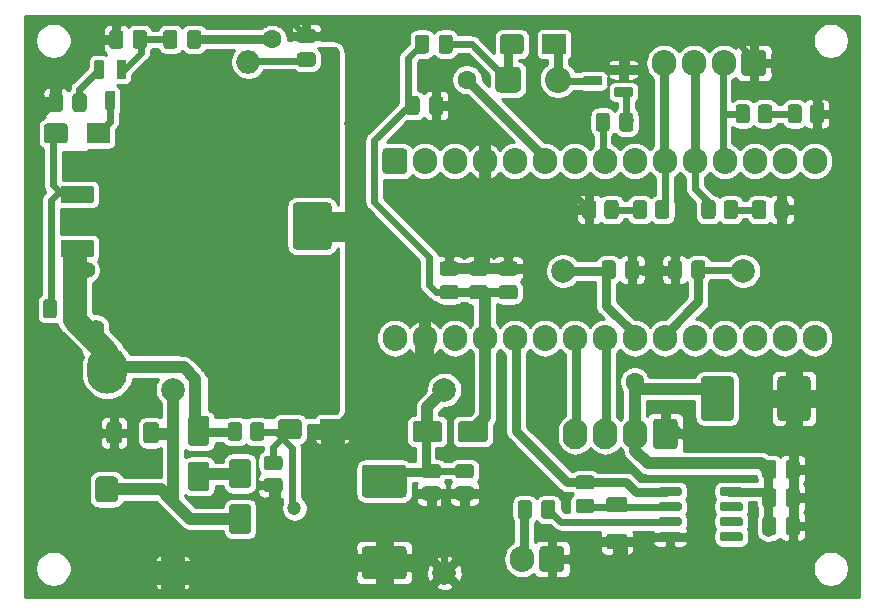
<source format=gtl>
G04 #@! TF.GenerationSoftware,KiCad,Pcbnew,(5.1.10)-1*
G04 #@! TF.CreationDate,2021-11-25T14:37:56-05:00*
G04 #@! TF.ProjectId,pid_smt_oven,7069645f-736d-4745-9f6f-76656e2e6b69,rev?*
G04 #@! TF.SameCoordinates,Original*
G04 #@! TF.FileFunction,Copper,L1,Top*
G04 #@! TF.FilePolarity,Positive*
%FSLAX46Y46*%
G04 Gerber Fmt 4.6, Leading zero omitted, Abs format (unit mm)*
G04 Created by KiCad (PCBNEW (5.1.10)-1) date 2021-11-25 14:37:56*
%MOMM*%
%LPD*%
G01*
G04 APERTURE LIST*
G04 #@! TA.AperFunction,ComponentPad*
%ADD10O,2.100000X2.200000*%
G04 #@! TD*
G04 #@! TA.AperFunction,ComponentPad*
%ADD11O,2.100000X2.600000*%
G04 #@! TD*
G04 #@! TA.AperFunction,ComponentPad*
%ADD12O,2.200000X2.200000*%
G04 #@! TD*
G04 #@! TA.AperFunction,ComponentPad*
%ADD13O,2.000000X2.000000*%
G04 #@! TD*
G04 #@! TA.AperFunction,ComponentPad*
%ADD14C,2.000000*%
G04 #@! TD*
G04 #@! TA.AperFunction,ComponentPad*
%ADD15C,2.200000*%
G04 #@! TD*
G04 #@! TA.AperFunction,ComponentPad*
%ADD16O,3.400000X4.000000*%
G04 #@! TD*
G04 #@! TA.AperFunction,ViaPad*
%ADD17C,1.600000*%
G04 #@! TD*
G04 #@! TA.AperFunction,ViaPad*
%ADD18C,1.200000*%
G04 #@! TD*
G04 #@! TA.AperFunction,ViaPad*
%ADD19C,1.400000*%
G04 #@! TD*
G04 #@! TA.AperFunction,Conductor*
%ADD20C,0.600000*%
G04 #@! TD*
G04 #@! TA.AperFunction,Conductor*
%ADD21C,0.750000*%
G04 #@! TD*
G04 #@! TA.AperFunction,Conductor*
%ADD22C,0.800000*%
G04 #@! TD*
G04 #@! TA.AperFunction,Conductor*
%ADD23C,2.500000*%
G04 #@! TD*
G04 #@! TA.AperFunction,Conductor*
%ADD24C,2.000000*%
G04 #@! TD*
G04 #@! TA.AperFunction,Conductor*
%ADD25C,1.600000*%
G04 #@! TD*
G04 #@! TA.AperFunction,Conductor*
%ADD26C,1.000000*%
G04 #@! TD*
G04 #@! TA.AperFunction,Conductor*
%ADD27C,1.400000*%
G04 #@! TD*
G04 #@! TA.AperFunction,Conductor*
%ADD28C,3.000000*%
G04 #@! TD*
G04 #@! TA.AperFunction,Conductor*
%ADD29C,0.254000*%
G04 #@! TD*
G04 #@! TA.AperFunction,Conductor*
%ADD30C,0.100000*%
G04 #@! TD*
G04 APERTURE END LIST*
D10*
G04 #@! TO.P,a2,16*
G04 #@! TO.N,Net-(a2-Pad16)*
X67660000Y-32100000D03*
G04 #@! TO.P,a2,15*
G04 #@! TO.N,/relayTrigger*
X67660000Y-17100000D03*
G04 #@! TO.P,a2,30*
G04 #@! TO.N,Net-(a2-Pad30)*
X32100000Y-32100000D03*
G04 #@! TO.P,a2,14*
G04 #@! TO.N,Net-(a2-Pad14)*
X65120000Y-17100000D03*
G04 #@! TO.P,a2,29*
G04 #@! TO.N,GND*
X34640000Y-32100000D03*
G04 #@! TO.P,a2,13*
G04 #@! TO.N,Net-(a2-Pad13)*
X62580000Y-17100000D03*
G04 #@! TO.P,a2,28*
G04 #@! TO.N,Net-(a2-Pad28)*
X37180000Y-32100000D03*
G04 #@! TO.P,a2,12*
G04 #@! TO.N,/rot_right_mcu*
X60040000Y-17100000D03*
G04 #@! TO.P,a2,27*
G04 #@! TO.N,V5.0*
X39720000Y-32100000D03*
G04 #@! TO.P,a2,11*
G04 #@! TO.N,/rot_left_mcu*
X57500000Y-17100000D03*
G04 #@! TO.P,a2,26*
G04 #@! TO.N,/opamp_to_adc*
X42260000Y-32100000D03*
G04 #@! TO.P,a2,10*
G04 #@! TO.N,/rot_button_mcu*
X54960000Y-17100000D03*
G04 #@! TO.P,a2,25*
G04 #@! TO.N,Net-(a2-Pad25)*
X44800000Y-32100000D03*
G04 #@! TO.P,a2,9*
G04 #@! TO.N,Net-(a2-Pad9)*
X52420000Y-17100000D03*
G04 #@! TO.P,a2,24*
G04 #@! TO.N,/scl*
X47340000Y-32100000D03*
G04 #@! TO.P,a2,8*
G04 #@! TO.N,/buzzerPwm*
X49880000Y-17100000D03*
G04 #@! TO.P,a2,23*
G04 #@! TO.N,/sda*
X49880000Y-32100000D03*
G04 #@! TO.P,a2,7*
G04 #@! TO.N,Net-(a2-Pad7)*
X47340000Y-17100000D03*
G04 #@! TO.P,a2,22*
G04 #@! TO.N,/enable_env_temp_check*
X52420000Y-32100000D03*
G04 #@! TO.P,a2,6*
G04 #@! TO.N,/enable_heater*
X44800000Y-17100000D03*
G04 #@! TO.P,a2,21*
G04 #@! TO.N,/env_temp_adc*
X54960000Y-32100000D03*
G04 #@! TO.P,a2,5*
G04 #@! TO.N,Net-(a2-Pad5)*
X42260000Y-17100000D03*
G04 #@! TO.P,a2,20*
G04 #@! TO.N,Net-(a2-Pad20)*
X57500000Y-32100000D03*
G04 #@! TO.P,a2,4*
G04 #@! TO.N,GND*
X39720000Y-17100000D03*
G04 #@! TO.P,a2,19*
G04 #@! TO.N,/20VDetect*
X60040000Y-32100000D03*
G04 #@! TO.P,a2,3*
G04 #@! TO.N,Net-(a2-Pad3)*
X37180000Y-17100000D03*
G04 #@! TO.P,a2,18*
G04 #@! TO.N,Net-(a2-Pad18)*
X62580000Y-32100000D03*
G04 #@! TO.P,a2,2*
G04 #@! TO.N,Net-(a2-Pad2)*
X34640000Y-17100000D03*
G04 #@! TO.P,a2,17*
G04 #@! TO.N,Net-(a2-Pad17)*
X65120000Y-32100000D03*
G04 #@! TO.P,a2,1*
G04 #@! TO.N,Net-(a2-Pad1)*
G04 #@! TA.AperFunction,ComponentPad*
G36*
G01*
X31365000Y-16000000D02*
X32835000Y-16000000D01*
G75*
G02*
X33150000Y-16315000I0J-315000D01*
G01*
X33150000Y-17885000D01*
G75*
G02*
X32835000Y-18200000I-315000J0D01*
G01*
X31365000Y-18200000D01*
G75*
G02*
X31050000Y-17885000I0J315000D01*
G01*
X31050000Y-16315000D01*
G75*
G02*
X31365000Y-16000000I315000J0D01*
G01*
G37*
G04 #@! TD.AperFunction*
G04 #@! TD*
G04 #@! TO.P,C8,1*
G04 #@! TO.N,Net-(C7-Pad1)*
G04 #@! TA.AperFunction,SMDPad,CuDef*
G36*
G01*
X12125000Y-39450425D02*
X12125000Y-40749575D01*
G75*
G02*
X11874575Y-41000000I-250425J0D01*
G01*
X11050425Y-41000000D01*
G75*
G02*
X10800000Y-40749575I0J250425D01*
G01*
X10800000Y-39450425D01*
G75*
G02*
X11050425Y-39200000I250425J0D01*
G01*
X11874575Y-39200000D01*
G75*
G02*
X12125000Y-39450425I0J-250425D01*
G01*
G37*
G04 #@! TD.AperFunction*
G04 #@! TO.P,C8,2*
G04 #@! TO.N,GND*
G04 #@! TA.AperFunction,SMDPad,CuDef*
G36*
G01*
X9000000Y-39450425D02*
X9000000Y-40749575D01*
G75*
G02*
X8749575Y-41000000I-250425J0D01*
G01*
X7925425Y-41000000D01*
G75*
G02*
X7675000Y-40749575I0J250425D01*
G01*
X7675000Y-39450425D01*
G75*
G02*
X7925425Y-39200000I250425J0D01*
G01*
X8749575Y-39200000D01*
G75*
G02*
X9000000Y-39450425I0J-250425D01*
G01*
G37*
G04 #@! TD.AperFunction*
G04 #@! TD*
G04 #@! TO.P,R10,1*
G04 #@! TO.N,Net-(R10-Pad1)*
G04 #@! TA.AperFunction,SMDPad,CuDef*
G36*
G01*
X50250425Y-45525000D02*
X51549575Y-45525000D01*
G75*
G02*
X51800000Y-45775425I0J-250425D01*
G01*
X51800000Y-46599575D01*
G75*
G02*
X51549575Y-46850000I-250425J0D01*
G01*
X50250425Y-46850000D01*
G75*
G02*
X50000000Y-46599575I0J250425D01*
G01*
X50000000Y-45775425D01*
G75*
G02*
X50250425Y-45525000I250425J0D01*
G01*
G37*
G04 #@! TD.AperFunction*
G04 #@! TO.P,R10,2*
G04 #@! TO.N,GND*
G04 #@! TA.AperFunction,SMDPad,CuDef*
G36*
G01*
X50250425Y-48650000D02*
X51549575Y-48650000D01*
G75*
G02*
X51800000Y-48900425I0J-250425D01*
G01*
X51800000Y-49724575D01*
G75*
G02*
X51549575Y-49975000I-250425J0D01*
G01*
X50250425Y-49975000D01*
G75*
G02*
X50000000Y-49724575I0J250425D01*
G01*
X50000000Y-48900425D01*
G75*
G02*
X50250425Y-48650000I250425J0D01*
G01*
G37*
G04 #@! TD.AperFunction*
G04 #@! TD*
G04 #@! TO.P,C17,1*
G04 #@! TO.N,V5.0*
G04 #@! TA.AperFunction,SMDPad,CuDef*
G36*
G01*
X58000000Y-38789200D02*
X58000000Y-35610800D01*
G75*
G02*
X58310800Y-35300000I310800J0D01*
G01*
X60489200Y-35300000D01*
G75*
G02*
X60800000Y-35610800I0J-310800D01*
G01*
X60800000Y-38789200D01*
G75*
G02*
X60489200Y-39100000I-310800J0D01*
G01*
X58310800Y-39100000D01*
G75*
G02*
X58000000Y-38789200I0J310800D01*
G01*
G37*
G04 #@! TD.AperFunction*
G04 #@! TO.P,C17,2*
G04 #@! TO.N,GND*
G04 #@! TA.AperFunction,SMDPad,CuDef*
G36*
G01*
X64500000Y-38789200D02*
X64500000Y-35610800D01*
G75*
G02*
X64810800Y-35300000I310800J0D01*
G01*
X66989200Y-35300000D01*
G75*
G02*
X67300000Y-35610800I0J-310800D01*
G01*
X67300000Y-38789200D01*
G75*
G02*
X66989200Y-39100000I-310800J0D01*
G01*
X64810800Y-39100000D01*
G75*
G02*
X64500000Y-38789200I0J310800D01*
G01*
G37*
G04 #@! TD.AperFunction*
G04 #@! TD*
G04 #@! TO.P,R15,1*
G04 #@! TO.N,/rot_left_mcu*
G04 #@! TA.AperFunction,SMDPad,CuDef*
G36*
G01*
X58060000Y-21750400D02*
X58060000Y-20649600D01*
G75*
G02*
X58309600Y-20400000I249600J0D01*
G01*
X59010400Y-20400000D01*
G75*
G02*
X59260000Y-20649600I0J-249600D01*
G01*
X59260000Y-21750400D01*
G75*
G02*
X59010400Y-22000000I-249600J0D01*
G01*
X58309600Y-22000000D01*
G75*
G02*
X58060000Y-21750400I0J249600D01*
G01*
G37*
G04 #@! TD.AperFunction*
G04 #@! TO.P,R15,2*
G04 #@! TO.N,Net-(C6-Pad1)*
G04 #@! TA.AperFunction,SMDPad,CuDef*
G36*
G01*
X59940000Y-21750400D02*
X59940000Y-20649600D01*
G75*
G02*
X60189600Y-20400000I249600J0D01*
G01*
X60890400Y-20400000D01*
G75*
G02*
X61140000Y-20649600I0J-249600D01*
G01*
X61140000Y-21750400D01*
G75*
G02*
X60890400Y-22000000I-249600J0D01*
G01*
X60189600Y-22000000D01*
G75*
G02*
X59940000Y-21750400I0J249600D01*
G01*
G37*
G04 #@! TD.AperFunction*
G04 #@! TD*
G04 #@! TO.P,R14,1*
G04 #@! TO.N,Net-(C4-Pad1)*
G04 #@! TA.AperFunction,SMDPad,CuDef*
G36*
G01*
X64040000Y-12549600D02*
X64040000Y-13650400D01*
G75*
G02*
X63790400Y-13900000I-249600J0D01*
G01*
X63089600Y-13900000D01*
G75*
G02*
X62840000Y-13650400I0J249600D01*
G01*
X62840000Y-12549600D01*
G75*
G02*
X63089600Y-12300000I249600J0D01*
G01*
X63790400Y-12300000D01*
G75*
G02*
X64040000Y-12549600I0J-249600D01*
G01*
G37*
G04 #@! TD.AperFunction*
G04 #@! TO.P,R14,2*
G04 #@! TO.N,/rot_right_mcu*
G04 #@! TA.AperFunction,SMDPad,CuDef*
G36*
G01*
X62160000Y-12549600D02*
X62160000Y-13650400D01*
G75*
G02*
X61910400Y-13900000I-249600J0D01*
G01*
X61209600Y-13900000D01*
G75*
G02*
X60960000Y-13650400I0J249600D01*
G01*
X60960000Y-12549600D01*
G75*
G02*
X61209600Y-12300000I249600J0D01*
G01*
X61910400Y-12300000D01*
G75*
G02*
X62160000Y-12549600I0J-249600D01*
G01*
G37*
G04 #@! TD.AperFunction*
G04 #@! TD*
G04 #@! TO.P,R4,1*
G04 #@! TO.N,Net-(C5-Pad1)*
G04 #@! TA.AperFunction,SMDPad,CuDef*
G36*
G01*
X52260000Y-21750400D02*
X52260000Y-20649600D01*
G75*
G02*
X52509600Y-20400000I249600J0D01*
G01*
X53210400Y-20400000D01*
G75*
G02*
X53460000Y-20649600I0J-249600D01*
G01*
X53460000Y-21750400D01*
G75*
G02*
X53210400Y-22000000I-249600J0D01*
G01*
X52509600Y-22000000D01*
G75*
G02*
X52260000Y-21750400I0J249600D01*
G01*
G37*
G04 #@! TD.AperFunction*
G04 #@! TO.P,R4,2*
G04 #@! TO.N,/rot_button_mcu*
G04 #@! TA.AperFunction,SMDPad,CuDef*
G36*
G01*
X54140000Y-21750400D02*
X54140000Y-20649600D01*
G75*
G02*
X54389600Y-20400000I249600J0D01*
G01*
X55090400Y-20400000D01*
G75*
G02*
X55340000Y-20649600I0J-249600D01*
G01*
X55340000Y-21750400D01*
G75*
G02*
X55090400Y-22000000I-249600J0D01*
G01*
X54389600Y-22000000D01*
G75*
G02*
X54140000Y-21750400I0J249600D01*
G01*
G37*
G04 #@! TD.AperFunction*
G04 #@! TD*
G04 #@! TO.P,J5,4*
G04 #@! TO.N,/rot_button_mcu*
X54880000Y-8800000D03*
G04 #@! TO.P,J5,3*
G04 #@! TO.N,/rot_left_mcu*
X57420000Y-8800000D03*
G04 #@! TO.P,J5,1*
G04 #@! TO.N,GND*
G04 #@! TA.AperFunction,ComponentPad*
G36*
G01*
X63550000Y-8008700D02*
X63550000Y-9591300D01*
G75*
G02*
X63241300Y-9900000I-308700J0D01*
G01*
X61758700Y-9900000D01*
G75*
G02*
X61450000Y-9591300I0J308700D01*
G01*
X61450000Y-8008700D01*
G75*
G02*
X61758700Y-7700000I308700J0D01*
G01*
X63241300Y-7700000D01*
G75*
G02*
X63550000Y-8008700I0J-308700D01*
G01*
G37*
G04 #@! TD.AperFunction*
G04 #@! TO.P,J5,2*
G04 #@! TO.N,/rot_right_mcu*
X59960000Y-8800000D03*
G04 #@! TD*
D11*
G04 #@! TO.P,J4,4*
G04 #@! TO.N,/scl*
X47380000Y-40200000D03*
G04 #@! TO.P,J4,3*
G04 #@! TO.N,/sda*
X49920000Y-40200000D03*
G04 #@! TO.P,J4,2*
G04 #@! TO.N,V5.0*
X52460000Y-40200000D03*
G04 #@! TO.P,J4,1*
G04 #@! TO.N,GND*
G04 #@! TA.AperFunction,ComponentPad*
G36*
G01*
X56050000Y-39202400D02*
X56050000Y-41197600D01*
G75*
G02*
X55747600Y-41500000I-302400J0D01*
G01*
X54252400Y-41500000D01*
G75*
G02*
X53950000Y-41197600I0J302400D01*
G01*
X53950000Y-39202400D01*
G75*
G02*
X54252400Y-38900000I302400J0D01*
G01*
X55747600Y-38900000D01*
G75*
G02*
X56050000Y-39202400I0J-302400D01*
G01*
G37*
G04 #@! TD.AperFunction*
G04 #@! TD*
D10*
G04 #@! TO.P,J3,2*
G04 #@! TO.N,/thermal_couple*
X42860000Y-50800000D03*
G04 #@! TO.P,J3,1*
G04 #@! TO.N,GND*
G04 #@! TA.AperFunction,ComponentPad*
G36*
G01*
X46450000Y-50002400D02*
X46450000Y-51597600D01*
G75*
G02*
X46147600Y-51900000I-302400J0D01*
G01*
X44652400Y-51900000D01*
G75*
G02*
X44350000Y-51597600I0J302400D01*
G01*
X44350000Y-50002400D01*
G75*
G02*
X44652400Y-49700000I302400J0D01*
G01*
X46147600Y-49700000D01*
G75*
G02*
X46450000Y-50002400I0J-302400D01*
G01*
G37*
G04 #@! TD.AperFunction*
G04 #@! TD*
G04 #@! TO.P,C6,1*
G04 #@! TO.N,Net-(C6-Pad1)*
G04 #@! TA.AperFunction,SMDPad,CuDef*
G36*
G01*
X62360000Y-21750400D02*
X62360000Y-20649600D01*
G75*
G02*
X62609600Y-20400000I249600J0D01*
G01*
X63310400Y-20400000D01*
G75*
G02*
X63560000Y-20649600I0J-249600D01*
G01*
X63560000Y-21750400D01*
G75*
G02*
X63310400Y-22000000I-249600J0D01*
G01*
X62609600Y-22000000D01*
G75*
G02*
X62360000Y-21750400I0J249600D01*
G01*
G37*
G04 #@! TD.AperFunction*
G04 #@! TO.P,C6,2*
G04 #@! TO.N,GND*
G04 #@! TA.AperFunction,SMDPad,CuDef*
G36*
G01*
X64240000Y-21750400D02*
X64240000Y-20649600D01*
G75*
G02*
X64489600Y-20400000I249600J0D01*
G01*
X65190400Y-20400000D01*
G75*
G02*
X65440000Y-20649600I0J-249600D01*
G01*
X65440000Y-21750400D01*
G75*
G02*
X65190400Y-22000000I-249600J0D01*
G01*
X64489600Y-22000000D01*
G75*
G02*
X64240000Y-21750400I0J249600D01*
G01*
G37*
G04 #@! TD.AperFunction*
G04 #@! TD*
G04 #@! TO.P,C5,1*
G04 #@! TO.N,Net-(C5-Pad1)*
G04 #@! TA.AperFunction,SMDPad,CuDef*
G36*
G01*
X51040000Y-20649600D02*
X51040000Y-21750400D01*
G75*
G02*
X50790400Y-22000000I-249600J0D01*
G01*
X50089600Y-22000000D01*
G75*
G02*
X49840000Y-21750400I0J249600D01*
G01*
X49840000Y-20649600D01*
G75*
G02*
X50089600Y-20400000I249600J0D01*
G01*
X50790400Y-20400000D01*
G75*
G02*
X51040000Y-20649600I0J-249600D01*
G01*
G37*
G04 #@! TD.AperFunction*
G04 #@! TO.P,C5,2*
G04 #@! TO.N,GND*
G04 #@! TA.AperFunction,SMDPad,CuDef*
G36*
G01*
X49160000Y-20649600D02*
X49160000Y-21750400D01*
G75*
G02*
X48910400Y-22000000I-249600J0D01*
G01*
X48209600Y-22000000D01*
G75*
G02*
X47960000Y-21750400I0J249600D01*
G01*
X47960000Y-20649600D01*
G75*
G02*
X48209600Y-20400000I249600J0D01*
G01*
X48910400Y-20400000D01*
G75*
G02*
X49160000Y-20649600I0J-249600D01*
G01*
G37*
G04 #@! TD.AperFunction*
G04 #@! TD*
G04 #@! TO.P,C4,1*
G04 #@! TO.N,Net-(C4-Pad1)*
G04 #@! TA.AperFunction,SMDPad,CuDef*
G36*
G01*
X65360000Y-13650400D02*
X65360000Y-12549600D01*
G75*
G02*
X65609600Y-12300000I249600J0D01*
G01*
X66310400Y-12300000D01*
G75*
G02*
X66560000Y-12549600I0J-249600D01*
G01*
X66560000Y-13650400D01*
G75*
G02*
X66310400Y-13900000I-249600J0D01*
G01*
X65609600Y-13900000D01*
G75*
G02*
X65360000Y-13650400I0J249600D01*
G01*
G37*
G04 #@! TD.AperFunction*
G04 #@! TO.P,C4,2*
G04 #@! TO.N,GND*
G04 #@! TA.AperFunction,SMDPad,CuDef*
G36*
G01*
X67240000Y-13650400D02*
X67240000Y-12549600D01*
G75*
G02*
X67489600Y-12300000I249600J0D01*
G01*
X68190400Y-12300000D01*
G75*
G02*
X68440000Y-12549600I0J-249600D01*
G01*
X68440000Y-13650400D01*
G75*
G02*
X68190400Y-13900000I-249600J0D01*
G01*
X67489600Y-13900000D01*
G75*
G02*
X67240000Y-13650400I0J249600D01*
G01*
G37*
G04 #@! TD.AperFunction*
G04 #@! TD*
G04 #@! TO.P,LS1,1*
G04 #@! TO.N,Net-(D4-Pad1)*
G04 #@! TA.AperFunction,ComponentPad*
G36*
G01*
X40600000Y-10904000D02*
X40600000Y-9496000D01*
G75*
G02*
X40996000Y-9100000I396000J0D01*
G01*
X42404000Y-9100000D01*
G75*
G02*
X42800000Y-9496000I0J-396000D01*
G01*
X42800000Y-10904000D01*
G75*
G02*
X42404000Y-11300000I-396000J0D01*
G01*
X40996000Y-11300000D01*
G75*
G02*
X40600000Y-10904000I0J396000D01*
G01*
G37*
G04 #@! TD.AperFunction*
D12*
G04 #@! TO.P,LS1,2*
G04 #@! TO.N,Net-(D4-Pad2)*
X45900000Y-10200000D03*
G04 #@! TD*
D13*
G04 #@! TO.P,D5,K*
G04 #@! TO.N,Net-(D5-PadK)*
X19700000Y-8700000D03*
G04 #@! TO.P,D5,A*
G04 #@! TO.N,/heaterPower*
G04 #@! TA.AperFunction,ComponentPad*
G36*
G01*
X16160000Y-9300000D02*
X16160000Y-8100000D01*
G75*
G02*
X16560000Y-7700000I400000J0D01*
G01*
X17760000Y-7700000D01*
G75*
G02*
X18160000Y-8100000I0J-400000D01*
G01*
X18160000Y-9300000D01*
G75*
G02*
X17760000Y-9700000I-400000J0D01*
G01*
X16560000Y-9700000D01*
G75*
G02*
X16160000Y-9300000I0J400000D01*
G01*
G37*
G04 #@! TD.AperFunction*
G04 #@! TD*
G04 #@! TO.P,D6,1*
G04 #@! TO.N,/20VDetect*
G04 #@! TA.AperFunction,SMDPad,CuDef*
G36*
G01*
X22200000Y-40395000D02*
X22200000Y-39205000D01*
G75*
G02*
X22455000Y-38950000I255000J0D01*
G01*
X23945000Y-38950000D01*
G75*
G02*
X24200000Y-39205000I0J-255000D01*
G01*
X24200000Y-40395000D01*
G75*
G02*
X23945000Y-40650000I-255000J0D01*
G01*
X22455000Y-40650000D01*
G75*
G02*
X22200000Y-40395000I0J255000D01*
G01*
G37*
G04 #@! TD.AperFunction*
G04 #@! TO.P,D6,2*
G04 #@! TO.N,GND*
G04 #@! TA.AperFunction,SMDPad,CuDef*
G36*
G01*
X25800000Y-40616000D02*
X25800000Y-38984000D01*
G75*
G02*
X25834000Y-38950000I34000J0D01*
G01*
X27766000Y-38950000D01*
G75*
G02*
X27800000Y-38984000I0J-34000D01*
G01*
X27800000Y-40616000D01*
G75*
G02*
X27766000Y-40650000I-34000J0D01*
G01*
X25834000Y-40650000D01*
G75*
G02*
X25800000Y-40616000I0J34000D01*
G01*
G37*
G04 #@! TD.AperFunction*
G04 #@! TD*
G04 #@! TO.P,R2,1*
G04 #@! TO.N,20V*
G04 #@! TA.AperFunction,SMDPad,CuDef*
G36*
G01*
X17960000Y-40550400D02*
X17960000Y-39449600D01*
G75*
G02*
X18209600Y-39200000I249600J0D01*
G01*
X18910400Y-39200000D01*
G75*
G02*
X19160000Y-39449600I0J-249600D01*
G01*
X19160000Y-40550400D01*
G75*
G02*
X18910400Y-40800000I-249600J0D01*
G01*
X18209600Y-40800000D01*
G75*
G02*
X17960000Y-40550400I0J249600D01*
G01*
G37*
G04 #@! TD.AperFunction*
G04 #@! TO.P,R2,2*
G04 #@! TO.N,/20VDetect*
G04 #@! TA.AperFunction,SMDPad,CuDef*
G36*
G01*
X19840000Y-40550400D02*
X19840000Y-39449600D01*
G75*
G02*
X20089600Y-39200000I249600J0D01*
G01*
X20790400Y-39200000D01*
G75*
G02*
X21040000Y-39449600I0J-249600D01*
G01*
X21040000Y-40550400D01*
G75*
G02*
X20790400Y-40800000I-249600J0D01*
G01*
X20089600Y-40800000D01*
G75*
G02*
X19840000Y-40550400I0J249600D01*
G01*
G37*
G04 #@! TD.AperFunction*
G04 #@! TD*
G04 #@! TO.P,R3,1*
G04 #@! TO.N,/20VDetect*
G04 #@! TA.AperFunction,SMDPad,CuDef*
G36*
G01*
X21249600Y-42060000D02*
X22350400Y-42060000D01*
G75*
G02*
X22600000Y-42309600I0J-249600D01*
G01*
X22600000Y-43010400D01*
G75*
G02*
X22350400Y-43260000I-249600J0D01*
G01*
X21249600Y-43260000D01*
G75*
G02*
X21000000Y-43010400I0J249600D01*
G01*
X21000000Y-42309600D01*
G75*
G02*
X21249600Y-42060000I249600J0D01*
G01*
G37*
G04 #@! TD.AperFunction*
G04 #@! TO.P,R3,2*
G04 #@! TO.N,GND*
G04 #@! TA.AperFunction,SMDPad,CuDef*
G36*
G01*
X21249600Y-43940000D02*
X22350400Y-43940000D01*
G75*
G02*
X22600000Y-44189600I0J-249600D01*
G01*
X22600000Y-44890400D01*
G75*
G02*
X22350400Y-45140000I-249600J0D01*
G01*
X21249600Y-45140000D01*
G75*
G02*
X21000000Y-44890400I0J249600D01*
G01*
X21000000Y-44189600D01*
G75*
G02*
X21249600Y-43940000I249600J0D01*
G01*
G37*
G04 #@! TD.AperFunction*
G04 #@! TD*
G04 #@! TO.P,Q2,C*
G04 #@! TO.N,Net-(D4-Pad2)*
G04 #@! TA.AperFunction,SMDPad,CuDef*
G36*
G01*
X49650000Y-9980000D02*
X49650000Y-10620000D01*
G75*
G02*
X49570000Y-10700000I-80000J0D01*
G01*
X48130000Y-10700000D01*
G75*
G02*
X48050000Y-10620000I0J80000D01*
G01*
X48050000Y-9980000D01*
G75*
G02*
X48130000Y-9900000I80000J0D01*
G01*
X49570000Y-9900000D01*
G75*
G02*
X49650000Y-9980000I0J-80000D01*
G01*
G37*
G04 #@! TD.AperFunction*
G04 #@! TO.P,Q2,E*
G04 #@! TO.N,GND*
G04 #@! TA.AperFunction,SMDPad,CuDef*
G36*
G01*
X52250000Y-9030000D02*
X52250000Y-9670000D01*
G75*
G02*
X52170000Y-9750000I-80000J0D01*
G01*
X50730000Y-9750000D01*
G75*
G02*
X50650000Y-9670000I0J80000D01*
G01*
X50650000Y-9030000D01*
G75*
G02*
X50730000Y-8950000I80000J0D01*
G01*
X52170000Y-8950000D01*
G75*
G02*
X52250000Y-9030000I0J-80000D01*
G01*
G37*
G04 #@! TD.AperFunction*
G04 #@! TO.P,Q2,B*
G04 #@! TO.N,Net-(Q2-PadB)*
G04 #@! TA.AperFunction,SMDPad,CuDef*
G36*
G01*
X52250000Y-10930000D02*
X52250000Y-11570000D01*
G75*
G02*
X52170000Y-11650000I-80000J0D01*
G01*
X50730000Y-11650000D01*
G75*
G02*
X50650000Y-11570000I0J80000D01*
G01*
X50650000Y-10930000D01*
G75*
G02*
X50730000Y-10850000I80000J0D01*
G01*
X52170000Y-10850000D01*
G75*
G02*
X52250000Y-10930000I0J-80000D01*
G01*
G37*
G04 #@! TD.AperFunction*
G04 #@! TD*
G04 #@! TO.P,C11,1*
G04 #@! TO.N,Net-(C10-Pad1)*
G04 #@! TA.AperFunction,SMDPad,CuDef*
G36*
G01*
X37449600Y-42760000D02*
X38550400Y-42760000D01*
G75*
G02*
X38800000Y-43009600I0J-249600D01*
G01*
X38800000Y-43710400D01*
G75*
G02*
X38550400Y-43960000I-249600J0D01*
G01*
X37449600Y-43960000D01*
G75*
G02*
X37200000Y-43710400I0J249600D01*
G01*
X37200000Y-43009600D01*
G75*
G02*
X37449600Y-42760000I249600J0D01*
G01*
G37*
G04 #@! TD.AperFunction*
G04 #@! TO.P,C11,2*
G04 #@! TO.N,GND*
G04 #@! TA.AperFunction,SMDPad,CuDef*
G36*
G01*
X37449600Y-44640000D02*
X38550400Y-44640000D01*
G75*
G02*
X38800000Y-44889600I0J-249600D01*
G01*
X38800000Y-45590400D01*
G75*
G02*
X38550400Y-45840000I-249600J0D01*
G01*
X37449600Y-45840000D01*
G75*
G02*
X37200000Y-45590400I0J249600D01*
G01*
X37200000Y-44889600D01*
G75*
G02*
X37449600Y-44640000I249600J0D01*
G01*
G37*
G04 #@! TD.AperFunction*
G04 #@! TD*
G04 #@! TO.P,C10,1*
G04 #@! TO.N,Net-(C10-Pad1)*
G04 #@! TA.AperFunction,SMDPad,CuDef*
G36*
G01*
X34649600Y-42760000D02*
X35750400Y-42760000D01*
G75*
G02*
X36000000Y-43009600I0J-249600D01*
G01*
X36000000Y-43710400D01*
G75*
G02*
X35750400Y-43960000I-249600J0D01*
G01*
X34649600Y-43960000D01*
G75*
G02*
X34400000Y-43710400I0J249600D01*
G01*
X34400000Y-43009600D01*
G75*
G02*
X34649600Y-42760000I249600J0D01*
G01*
G37*
G04 #@! TD.AperFunction*
G04 #@! TO.P,C10,2*
G04 #@! TO.N,GND*
G04 #@! TA.AperFunction,SMDPad,CuDef*
G36*
G01*
X34649600Y-44640000D02*
X35750400Y-44640000D01*
G75*
G02*
X36000000Y-44889600I0J-249600D01*
G01*
X36000000Y-45590400D01*
G75*
G02*
X35750400Y-45840000I-249600J0D01*
G01*
X34649600Y-45840000D01*
G75*
G02*
X34400000Y-45590400I0J249600D01*
G01*
X34400000Y-44889600D01*
G75*
G02*
X34649600Y-44640000I249600J0D01*
G01*
G37*
G04 #@! TD.AperFunction*
G04 #@! TD*
G04 #@! TO.P,D7,2*
G04 #@! TO.N,Net-(C10-Pad1)*
G04 #@! TA.AperFunction,SMDPad,CuDef*
G36*
G01*
X36100000Y-39280000D02*
X36100000Y-40720000D01*
G75*
G02*
X35920000Y-40900000I-180000J0D01*
G01*
X33780000Y-40900000D01*
G75*
G02*
X33600000Y-40720000I0J180000D01*
G01*
X33600000Y-39280000D01*
G75*
G02*
X33780000Y-39100000I180000J0D01*
G01*
X35920000Y-39100000D01*
G75*
G02*
X36100000Y-39280000I0J-180000D01*
G01*
G37*
G04 #@! TD.AperFunction*
G04 #@! TO.P,D7,1*
G04 #@! TO.N,V5.0*
G04 #@! TA.AperFunction,SMDPad,CuDef*
G36*
G01*
X39950000Y-39280000D02*
X39950000Y-40720000D01*
G75*
G02*
X39770000Y-40900000I-180000J0D01*
G01*
X37630000Y-40900000D01*
G75*
G02*
X37450000Y-40720000I0J180000D01*
G01*
X37450000Y-39280000D01*
G75*
G02*
X37630000Y-39100000I180000J0D01*
G01*
X39770000Y-39100000D01*
G75*
G02*
X39950000Y-39280000I0J-180000D01*
G01*
G37*
G04 #@! TD.AperFunction*
G04 #@! TD*
G04 #@! TO.P,D3,2*
G04 #@! TO.N,Net-(D1-Pad1)*
G04 #@! TA.AperFunction,SMDPad,CuDef*
G36*
G01*
X19720000Y-44800000D02*
X18280000Y-44800000D01*
G75*
G02*
X18100000Y-44620000I0J180000D01*
G01*
X18100000Y-42480000D01*
G75*
G02*
X18280000Y-42300000I180000J0D01*
G01*
X19720000Y-42300000D01*
G75*
G02*
X19900000Y-42480000I0J-180000D01*
G01*
X19900000Y-44620000D01*
G75*
G02*
X19720000Y-44800000I-180000J0D01*
G01*
G37*
G04 #@! TD.AperFunction*
G04 #@! TO.P,D3,1*
G04 #@! TO.N,Net-(C7-Pad1)*
G04 #@! TA.AperFunction,SMDPad,CuDef*
G36*
G01*
X19720000Y-48650000D02*
X18280000Y-48650000D01*
G75*
G02*
X18100000Y-48470000I0J180000D01*
G01*
X18100000Y-46330000D01*
G75*
G02*
X18280000Y-46150000I180000J0D01*
G01*
X19720000Y-46150000D01*
G75*
G02*
X19900000Y-46330000I0J-180000D01*
G01*
X19900000Y-48470000D01*
G75*
G02*
X19720000Y-48650000I-180000J0D01*
G01*
G37*
G04 #@! TD.AperFunction*
G04 #@! TD*
D14*
G04 #@! TO.P,a1,2*
G04 #@! TO.N,Net-(C7-Pad1)*
X13300000Y-36450000D03*
G04 #@! TO.P,a1,3*
G04 #@! TO.N,Net-(C10-Pad1)*
X36300000Y-36450000D03*
G04 #@! TO.P,a1,4*
G04 #@! TO.N,GND*
X36300000Y-51950000D03*
G04 #@! TO.P,a1,1*
G04 #@! TA.AperFunction,ComponentPad*
G36*
G01*
X12300000Y-52450000D02*
X12300000Y-51450000D01*
G75*
G02*
X12800000Y-50950000I500000J0D01*
G01*
X13800000Y-50950000D01*
G75*
G02*
X14300000Y-51450000I0J-500000D01*
G01*
X14300000Y-52450000D01*
G75*
G02*
X13800000Y-52950000I-500000J0D01*
G01*
X12800000Y-52950000D01*
G75*
G02*
X12300000Y-52450000I0J500000D01*
G01*
G37*
G04 #@! TD.AperFunction*
G04 #@! TD*
G04 #@! TO.P,D1,2*
G04 #@! TO.N,20V*
G04 #@! TA.AperFunction,SMDPad,CuDef*
G36*
G01*
X16220000Y-41200000D02*
X14780000Y-41200000D01*
G75*
G02*
X14600000Y-41020000I0J180000D01*
G01*
X14600000Y-38880000D01*
G75*
G02*
X14780000Y-38700000I180000J0D01*
G01*
X16220000Y-38700000D01*
G75*
G02*
X16400000Y-38880000I0J-180000D01*
G01*
X16400000Y-41020000D01*
G75*
G02*
X16220000Y-41200000I-180000J0D01*
G01*
G37*
G04 #@! TD.AperFunction*
G04 #@! TO.P,D1,1*
G04 #@! TO.N,Net-(D1-Pad1)*
G04 #@! TA.AperFunction,SMDPad,CuDef*
G36*
G01*
X16220000Y-45050000D02*
X14780000Y-45050000D01*
G75*
G02*
X14600000Y-44870000I0J180000D01*
G01*
X14600000Y-42730000D01*
G75*
G02*
X14780000Y-42550000I180000J0D01*
G01*
X16220000Y-42550000D01*
G75*
G02*
X16400000Y-42730000I0J-180000D01*
G01*
X16400000Y-44870000D01*
G75*
G02*
X16220000Y-45050000I-180000J0D01*
G01*
G37*
G04 #@! TD.AperFunction*
G04 #@! TD*
G04 #@! TO.P,Q3,C*
G04 #@! TO.N,Net-(D2-Pad2)*
G04 #@! TA.AperFunction,SMDPad,CuDef*
G36*
G01*
X7680000Y-11150000D02*
X8320000Y-11150000D01*
G75*
G02*
X8400000Y-11230000I0J-80000D01*
G01*
X8400000Y-12670000D01*
G75*
G02*
X8320000Y-12750000I-80000J0D01*
G01*
X7680000Y-12750000D01*
G75*
G02*
X7600000Y-12670000I0J80000D01*
G01*
X7600000Y-11230000D01*
G75*
G02*
X7680000Y-11150000I80000J0D01*
G01*
G37*
G04 #@! TD.AperFunction*
G04 #@! TO.P,Q3,E*
G04 #@! TO.N,Net-(Q3-PadE)*
G04 #@! TA.AperFunction,SMDPad,CuDef*
G36*
G01*
X6730000Y-8550000D02*
X7370000Y-8550000D01*
G75*
G02*
X7450000Y-8630000I0J-80000D01*
G01*
X7450000Y-10070000D01*
G75*
G02*
X7370000Y-10150000I-80000J0D01*
G01*
X6730000Y-10150000D01*
G75*
G02*
X6650000Y-10070000I0J80000D01*
G01*
X6650000Y-8630000D01*
G75*
G02*
X6730000Y-8550000I80000J0D01*
G01*
G37*
G04 #@! TD.AperFunction*
G04 #@! TO.P,Q3,B*
G04 #@! TO.N,Net-(Q3-PadB)*
G04 #@! TA.AperFunction,SMDPad,CuDef*
G36*
G01*
X8630000Y-8550000D02*
X9270000Y-8550000D01*
G75*
G02*
X9350000Y-8630000I0J-80000D01*
G01*
X9350000Y-10070000D01*
G75*
G02*
X9270000Y-10150000I-80000J0D01*
G01*
X8630000Y-10150000D01*
G75*
G02*
X8550000Y-10070000I0J80000D01*
G01*
X8550000Y-8630000D01*
G75*
G02*
X8630000Y-8550000I80000J0D01*
G01*
G37*
G04 #@! TD.AperFunction*
G04 #@! TD*
G04 #@! TO.P,D4,1*
G04 #@! TO.N,Net-(D4-Pad1)*
G04 #@! TA.AperFunction,SMDPad,CuDef*
G36*
G01*
X41000000Y-7795000D02*
X41000000Y-6605000D01*
G75*
G02*
X41255000Y-6350000I255000J0D01*
G01*
X42745000Y-6350000D01*
G75*
G02*
X43000000Y-6605000I0J-255000D01*
G01*
X43000000Y-7795000D01*
G75*
G02*
X42745000Y-8050000I-255000J0D01*
G01*
X41255000Y-8050000D01*
G75*
G02*
X41000000Y-7795000I0J255000D01*
G01*
G37*
G04 #@! TD.AperFunction*
G04 #@! TO.P,D4,2*
G04 #@! TO.N,Net-(D4-Pad2)*
G04 #@! TA.AperFunction,SMDPad,CuDef*
G36*
G01*
X44600000Y-8016000D02*
X44600000Y-6384000D01*
G75*
G02*
X44634000Y-6350000I34000J0D01*
G01*
X46566000Y-6350000D01*
G75*
G02*
X46600000Y-6384000I0J-34000D01*
G01*
X46600000Y-8016000D01*
G75*
G02*
X46566000Y-8050000I-34000J0D01*
G01*
X44634000Y-8050000D01*
G75*
G02*
X44600000Y-8016000I0J34000D01*
G01*
G37*
G04 #@! TD.AperFunction*
G04 #@! TD*
G04 #@! TO.P,D2,1*
G04 #@! TO.N,Net-(D2-Pad1)*
G04 #@! TA.AperFunction,SMDPad,CuDef*
G36*
G01*
X2400000Y-15345000D02*
X2400000Y-14155000D01*
G75*
G02*
X2655000Y-13900000I255000J0D01*
G01*
X4145000Y-13900000D01*
G75*
G02*
X4400000Y-14155000I0J-255000D01*
G01*
X4400000Y-15345000D01*
G75*
G02*
X4145000Y-15600000I-255000J0D01*
G01*
X2655000Y-15600000D01*
G75*
G02*
X2400000Y-15345000I0J255000D01*
G01*
G37*
G04 #@! TD.AperFunction*
G04 #@! TO.P,D2,2*
G04 #@! TO.N,Net-(D2-Pad2)*
G04 #@! TA.AperFunction,SMDPad,CuDef*
G36*
G01*
X6000000Y-15566000D02*
X6000000Y-13934000D01*
G75*
G02*
X6034000Y-13900000I34000J0D01*
G01*
X7966000Y-13900000D01*
G75*
G02*
X8000000Y-13934000I0J-34000D01*
G01*
X8000000Y-15566000D01*
G75*
G02*
X7966000Y-15600000I-34000J0D01*
G01*
X6034000Y-15600000D01*
G75*
G02*
X6000000Y-15566000I0J34000D01*
G01*
G37*
G04 #@! TD.AperFunction*
G04 #@! TD*
G04 #@! TO.P,C9,1*
G04 #@! TO.N,Net-(C10-Pad1)*
G04 #@! TA.AperFunction,SMDPad,CuDef*
G36*
G01*
X29610800Y-42800000D02*
X32789200Y-42800000D01*
G75*
G02*
X33100000Y-43110800I0J-310800D01*
G01*
X33100000Y-45289200D01*
G75*
G02*
X32789200Y-45600000I-310800J0D01*
G01*
X29610800Y-45600000D01*
G75*
G02*
X29300000Y-45289200I0J310800D01*
G01*
X29300000Y-43110800D01*
G75*
G02*
X29610800Y-42800000I310800J0D01*
G01*
G37*
G04 #@! TD.AperFunction*
G04 #@! TO.P,C9,2*
G04 #@! TO.N,GND*
G04 #@! TA.AperFunction,SMDPad,CuDef*
G36*
G01*
X29610800Y-49700000D02*
X32789200Y-49700000D01*
G75*
G02*
X33100000Y-50010800I0J-310800D01*
G01*
X33100000Y-52189200D01*
G75*
G02*
X32789200Y-52500000I-310800J0D01*
G01*
X29610800Y-52500000D01*
G75*
G02*
X29300000Y-52189200I0J310800D01*
G01*
X29300000Y-50010800D01*
G75*
G02*
X29610800Y-49700000I310800J0D01*
G01*
G37*
G04 #@! TD.AperFunction*
G04 #@! TD*
G04 #@! TO.P,R7,2*
G04 #@! TO.N,20V*
G04 #@! TA.AperFunction,SMDPad,CuDef*
G36*
G01*
X4300000Y-30150400D02*
X4300000Y-29049600D01*
G75*
G02*
X4549600Y-28800000I249600J0D01*
G01*
X5250400Y-28800000D01*
G75*
G02*
X5500000Y-29049600I0J-249600D01*
G01*
X5500000Y-30150400D01*
G75*
G02*
X5250400Y-30400000I-249600J0D01*
G01*
X4549600Y-30400000D01*
G75*
G02*
X4300000Y-30150400I0J249600D01*
G01*
G37*
G04 #@! TD.AperFunction*
G04 #@! TO.P,R7,1*
G04 #@! TO.N,Net-(D2-Pad1)*
G04 #@! TA.AperFunction,SMDPad,CuDef*
G36*
G01*
X2300000Y-30150400D02*
X2300000Y-29049600D01*
G75*
G02*
X2549600Y-28800000I249600J0D01*
G01*
X3250400Y-28800000D01*
G75*
G02*
X3500000Y-29049600I0J-249600D01*
G01*
X3500000Y-30150400D01*
G75*
G02*
X3250400Y-30400000I-249600J0D01*
G01*
X2549600Y-30400000D01*
G75*
G02*
X2300000Y-30150400I0J249600D01*
G01*
G37*
G04 #@! TD.AperFunction*
G04 #@! TD*
G04 #@! TO.P,C20,2*
G04 #@! TO.N,GND*
G04 #@! TA.AperFunction,SMDPad,CuDef*
G36*
G01*
X37250400Y-26800000D02*
X36149600Y-26800000D01*
G75*
G02*
X35900000Y-26550400I0J249600D01*
G01*
X35900000Y-25849600D01*
G75*
G02*
X36149600Y-25600000I249600J0D01*
G01*
X37250400Y-25600000D01*
G75*
G02*
X37500000Y-25849600I0J-249600D01*
G01*
X37500000Y-26550400D01*
G75*
G02*
X37250400Y-26800000I-249600J0D01*
G01*
G37*
G04 #@! TD.AperFunction*
G04 #@! TO.P,C20,1*
G04 #@! TO.N,V5.0*
G04 #@! TA.AperFunction,SMDPad,CuDef*
G36*
G01*
X37250400Y-28800000D02*
X36149600Y-28800000D01*
G75*
G02*
X35900000Y-28550400I0J249600D01*
G01*
X35900000Y-27849600D01*
G75*
G02*
X36149600Y-27600000I249600J0D01*
G01*
X37250400Y-27600000D01*
G75*
G02*
X37500000Y-27849600I0J-249600D01*
G01*
X37500000Y-28550400D01*
G75*
G02*
X37250400Y-28800000I-249600J0D01*
G01*
G37*
G04 #@! TD.AperFunction*
G04 #@! TD*
G04 #@! TO.P,R16,2*
G04 #@! TO.N,GND*
G04 #@! TA.AperFunction,SMDPad,CuDef*
G36*
G01*
X56400000Y-25749600D02*
X56400000Y-26850400D01*
G75*
G02*
X56150400Y-27100000I-249600J0D01*
G01*
X55449600Y-27100000D01*
G75*
G02*
X55200000Y-26850400I0J249600D01*
G01*
X55200000Y-25749600D01*
G75*
G02*
X55449600Y-25500000I249600J0D01*
G01*
X56150400Y-25500000D01*
G75*
G02*
X56400000Y-25749600I0J-249600D01*
G01*
G37*
G04 #@! TD.AperFunction*
G04 #@! TO.P,R16,1*
G04 #@! TO.N,/env_temp_adc*
G04 #@! TA.AperFunction,SMDPad,CuDef*
G36*
G01*
X58400000Y-25749600D02*
X58400000Y-26850400D01*
G75*
G02*
X58150400Y-27100000I-249600J0D01*
G01*
X57449600Y-27100000D01*
G75*
G02*
X57200000Y-26850400I0J249600D01*
G01*
X57200000Y-25749600D01*
G75*
G02*
X57449600Y-25500000I249600J0D01*
G01*
X58150400Y-25500000D01*
G75*
G02*
X58400000Y-25749600I0J-249600D01*
G01*
G37*
G04 #@! TD.AperFunction*
G04 #@! TD*
G04 #@! TO.P,R13,2*
G04 #@! TO.N,Net-(D5-PadK)*
G04 #@! TA.AperFunction,SMDPad,CuDef*
G36*
G01*
X24049600Y-7900000D02*
X25150400Y-7900000D01*
G75*
G02*
X25400000Y-8149600I0J-249600D01*
G01*
X25400000Y-8850400D01*
G75*
G02*
X25150400Y-9100000I-249600J0D01*
G01*
X24049600Y-9100000D01*
G75*
G02*
X23800000Y-8850400I0J249600D01*
G01*
X23800000Y-8149600D01*
G75*
G02*
X24049600Y-7900000I249600J0D01*
G01*
G37*
G04 #@! TD.AperFunction*
G04 #@! TO.P,R13,1*
G04 #@! TO.N,GND*
G04 #@! TA.AperFunction,SMDPad,CuDef*
G36*
G01*
X24049600Y-5900000D02*
X25150400Y-5900000D01*
G75*
G02*
X25400000Y-6149600I0J-249600D01*
G01*
X25400000Y-6850400D01*
G75*
G02*
X25150400Y-7100000I-249600J0D01*
G01*
X24049600Y-7100000D01*
G75*
G02*
X23800000Y-6850400I0J249600D01*
G01*
X23800000Y-6149600D01*
G75*
G02*
X24049600Y-5900000I249600J0D01*
G01*
G37*
G04 #@! TD.AperFunction*
G04 #@! TD*
G04 #@! TO.P,R12,2*
G04 #@! TO.N,Net-(R10-Pad1)*
G04 #@! TA.AperFunction,SMDPad,CuDef*
G36*
G01*
X47649600Y-45700000D02*
X48750400Y-45700000D01*
G75*
G02*
X49000000Y-45949600I0J-249600D01*
G01*
X49000000Y-46650400D01*
G75*
G02*
X48750400Y-46900000I-249600J0D01*
G01*
X47649600Y-46900000D01*
G75*
G02*
X47400000Y-46650400I0J249600D01*
G01*
X47400000Y-45949600D01*
G75*
G02*
X47649600Y-45700000I249600J0D01*
G01*
G37*
G04 #@! TD.AperFunction*
G04 #@! TO.P,R12,1*
G04 #@! TO.N,/opamp_to_adc*
G04 #@! TA.AperFunction,SMDPad,CuDef*
G36*
G01*
X47649600Y-43700000D02*
X48750400Y-43700000D01*
G75*
G02*
X49000000Y-43949600I0J-249600D01*
G01*
X49000000Y-44650400D01*
G75*
G02*
X48750400Y-44900000I-249600J0D01*
G01*
X47649600Y-44900000D01*
G75*
G02*
X47400000Y-44650400I0J249600D01*
G01*
X47400000Y-43949600D01*
G75*
G02*
X47649600Y-43700000I249600J0D01*
G01*
G37*
G04 #@! TD.AperFunction*
G04 #@! TD*
G04 #@! TO.P,R11,2*
G04 #@! TO.N,Net-(D4-Pad1)*
G04 #@! TA.AperFunction,SMDPad,CuDef*
G36*
G01*
X35800000Y-7750400D02*
X35800000Y-6649600D01*
G75*
G02*
X36049600Y-6400000I249600J0D01*
G01*
X36750400Y-6400000D01*
G75*
G02*
X37000000Y-6649600I0J-249600D01*
G01*
X37000000Y-7750400D01*
G75*
G02*
X36750400Y-8000000I-249600J0D01*
G01*
X36049600Y-8000000D01*
G75*
G02*
X35800000Y-7750400I0J249600D01*
G01*
G37*
G04 #@! TD.AperFunction*
G04 #@! TO.P,R11,1*
G04 #@! TO.N,V5.0*
G04 #@! TA.AperFunction,SMDPad,CuDef*
G36*
G01*
X33800000Y-7750400D02*
X33800000Y-6649600D01*
G75*
G02*
X34049600Y-6400000I249600J0D01*
G01*
X34750400Y-6400000D01*
G75*
G02*
X35000000Y-6649600I0J-249600D01*
G01*
X35000000Y-7750400D01*
G75*
G02*
X34750400Y-8000000I-249600J0D01*
G01*
X34049600Y-8000000D01*
G75*
G02*
X33800000Y-7750400I0J249600D01*
G01*
G37*
G04 #@! TD.AperFunction*
G04 #@! TD*
G04 #@! TO.P,R9,2*
G04 #@! TO.N,/buzzerPwm*
G04 #@! TA.AperFunction,SMDPad,CuDef*
G36*
G01*
X50300000Y-13249600D02*
X50300000Y-14350400D01*
G75*
G02*
X50050400Y-14600000I-249600J0D01*
G01*
X49349600Y-14600000D01*
G75*
G02*
X49100000Y-14350400I0J249600D01*
G01*
X49100000Y-13249600D01*
G75*
G02*
X49349600Y-13000000I249600J0D01*
G01*
X50050400Y-13000000D01*
G75*
G02*
X50300000Y-13249600I0J-249600D01*
G01*
G37*
G04 #@! TD.AperFunction*
G04 #@! TO.P,R9,1*
G04 #@! TO.N,Net-(Q2-PadB)*
G04 #@! TA.AperFunction,SMDPad,CuDef*
G36*
G01*
X52300000Y-13249600D02*
X52300000Y-14350400D01*
G75*
G02*
X52050400Y-14600000I-249600J0D01*
G01*
X51349600Y-14600000D01*
G75*
G02*
X51100000Y-14350400I0J249600D01*
G01*
X51100000Y-13249600D01*
G75*
G02*
X51349600Y-13000000I249600J0D01*
G01*
X52050400Y-13000000D01*
G75*
G02*
X52300000Y-13249600I0J-249600D01*
G01*
G37*
G04 #@! TD.AperFunction*
G04 #@! TD*
G04 #@! TO.P,R8,2*
G04 #@! TO.N,Net-(Q3-PadE)*
G04 #@! TA.AperFunction,SMDPad,CuDef*
G36*
G01*
X4800000Y-12700400D02*
X4800000Y-11599600D01*
G75*
G02*
X5049600Y-11350000I249600J0D01*
G01*
X5750400Y-11350000D01*
G75*
G02*
X6000000Y-11599600I0J-249600D01*
G01*
X6000000Y-12700400D01*
G75*
G02*
X5750400Y-12950000I-249600J0D01*
G01*
X5049600Y-12950000D01*
G75*
G02*
X4800000Y-12700400I0J249600D01*
G01*
G37*
G04 #@! TD.AperFunction*
G04 #@! TO.P,R8,1*
G04 #@! TO.N,GND*
G04 #@! TA.AperFunction,SMDPad,CuDef*
G36*
G01*
X2800000Y-12700400D02*
X2800000Y-11599600D01*
G75*
G02*
X3049600Y-11350000I249600J0D01*
G01*
X3750400Y-11350000D01*
G75*
G02*
X4000000Y-11599600I0J-249600D01*
G01*
X4000000Y-12700400D01*
G75*
G02*
X3750400Y-12950000I-249600J0D01*
G01*
X3049600Y-12950000D01*
G75*
G02*
X2800000Y-12700400I0J249600D01*
G01*
G37*
G04 #@! TD.AperFunction*
G04 #@! TD*
G04 #@! TO.P,R6,2*
G04 #@! TO.N,GND*
G04 #@! TA.AperFunction,SMDPad,CuDef*
G36*
G01*
X9100000Y-6249600D02*
X9100000Y-7350400D01*
G75*
G02*
X8850400Y-7600000I-249600J0D01*
G01*
X8149600Y-7600000D01*
G75*
G02*
X7900000Y-7350400I0J249600D01*
G01*
X7900000Y-6249600D01*
G75*
G02*
X8149600Y-6000000I249600J0D01*
G01*
X8850400Y-6000000D01*
G75*
G02*
X9100000Y-6249600I0J-249600D01*
G01*
G37*
G04 #@! TD.AperFunction*
G04 #@! TO.P,R6,1*
G04 #@! TO.N,Net-(Q3-PadB)*
G04 #@! TA.AperFunction,SMDPad,CuDef*
G36*
G01*
X11100000Y-6249600D02*
X11100000Y-7350400D01*
G75*
G02*
X10850400Y-7600000I-249600J0D01*
G01*
X10149600Y-7600000D01*
G75*
G02*
X9900000Y-7350400I0J249600D01*
G01*
X9900000Y-6249600D01*
G75*
G02*
X10149600Y-6000000I249600J0D01*
G01*
X10850400Y-6000000D01*
G75*
G02*
X11100000Y-6249600I0J-249600D01*
G01*
G37*
G04 #@! TD.AperFunction*
G04 #@! TD*
G04 #@! TO.P,R5,2*
G04 #@! TO.N,/enable_heater*
G04 #@! TA.AperFunction,SMDPad,CuDef*
G36*
G01*
X14500000Y-7350400D02*
X14500000Y-6249600D01*
G75*
G02*
X14749600Y-6000000I249600J0D01*
G01*
X15450400Y-6000000D01*
G75*
G02*
X15700000Y-6249600I0J-249600D01*
G01*
X15700000Y-7350400D01*
G75*
G02*
X15450400Y-7600000I-249600J0D01*
G01*
X14749600Y-7600000D01*
G75*
G02*
X14500000Y-7350400I0J249600D01*
G01*
G37*
G04 #@! TD.AperFunction*
G04 #@! TO.P,R5,1*
G04 #@! TO.N,Net-(Q3-PadB)*
G04 #@! TA.AperFunction,SMDPad,CuDef*
G36*
G01*
X12500000Y-7350400D02*
X12500000Y-6249600D01*
G75*
G02*
X12749600Y-6000000I249600J0D01*
G01*
X13450400Y-6000000D01*
G75*
G02*
X13700000Y-6249600I0J-249600D01*
G01*
X13700000Y-7350400D01*
G75*
G02*
X13450400Y-7600000I-249600J0D01*
G01*
X12749600Y-7600000D01*
G75*
G02*
X12500000Y-7350400I0J249600D01*
G01*
G37*
G04 #@! TD.AperFunction*
G04 #@! TD*
G04 #@! TO.P,R1,2*
G04 #@! TO.N,/thermal_couple*
G04 #@! TA.AperFunction,SMDPad,CuDef*
G36*
G01*
X43700000Y-46049600D02*
X43700000Y-47150400D01*
G75*
G02*
X43450400Y-47400000I-249600J0D01*
G01*
X42749600Y-47400000D01*
G75*
G02*
X42500000Y-47150400I0J249600D01*
G01*
X42500000Y-46049600D01*
G75*
G02*
X42749600Y-45800000I249600J0D01*
G01*
X43450400Y-45800000D01*
G75*
G02*
X43700000Y-46049600I0J-249600D01*
G01*
G37*
G04 #@! TD.AperFunction*
G04 #@! TO.P,R1,1*
G04 #@! TO.N,Net-(R1-Pad1)*
G04 #@! TA.AperFunction,SMDPad,CuDef*
G36*
G01*
X45700000Y-46049600D02*
X45700000Y-47150400D01*
G75*
G02*
X45450400Y-47400000I-249600J0D01*
G01*
X44749600Y-47400000D01*
G75*
G02*
X44500000Y-47150400I0J249600D01*
G01*
X44500000Y-46049600D01*
G75*
G02*
X44749600Y-45800000I249600J0D01*
G01*
X45450400Y-45800000D01*
G75*
G02*
X45700000Y-46049600I0J-249600D01*
G01*
G37*
G04 #@! TD.AperFunction*
G04 #@! TD*
G04 #@! TO.P,C23,2*
G04 #@! TO.N,GND*
G04 #@! TA.AperFunction,SMDPad,CuDef*
G36*
G01*
X51600000Y-26850400D02*
X51600000Y-25749600D01*
G75*
G02*
X51849600Y-25500000I249600J0D01*
G01*
X52550400Y-25500000D01*
G75*
G02*
X52800000Y-25749600I0J-249600D01*
G01*
X52800000Y-26850400D01*
G75*
G02*
X52550400Y-27100000I-249600J0D01*
G01*
X51849600Y-27100000D01*
G75*
G02*
X51600000Y-26850400I0J249600D01*
G01*
G37*
G04 #@! TD.AperFunction*
G04 #@! TO.P,C23,1*
G04 #@! TO.N,/enable_env_temp_check*
G04 #@! TA.AperFunction,SMDPad,CuDef*
G36*
G01*
X49600000Y-26850400D02*
X49600000Y-25749600D01*
G75*
G02*
X49849600Y-25500000I249600J0D01*
G01*
X50550400Y-25500000D01*
G75*
G02*
X50800000Y-25749600I0J-249600D01*
G01*
X50800000Y-26850400D01*
G75*
G02*
X50550400Y-27100000I-249600J0D01*
G01*
X49849600Y-27100000D01*
G75*
G02*
X49600000Y-26850400I0J249600D01*
G01*
G37*
G04 #@! TD.AperFunction*
G04 #@! TD*
G04 #@! TO.P,C18,2*
G04 #@! TO.N,GND*
G04 #@! TA.AperFunction,SMDPad,CuDef*
G36*
G01*
X35000000Y-12950400D02*
X35000000Y-11849600D01*
G75*
G02*
X35249600Y-11600000I249600J0D01*
G01*
X35950400Y-11600000D01*
G75*
G02*
X36200000Y-11849600I0J-249600D01*
G01*
X36200000Y-12950400D01*
G75*
G02*
X35950400Y-13200000I-249600J0D01*
G01*
X35249600Y-13200000D01*
G75*
G02*
X35000000Y-12950400I0J249600D01*
G01*
G37*
G04 #@! TD.AperFunction*
G04 #@! TO.P,C18,1*
G04 #@! TO.N,V5.0*
G04 #@! TA.AperFunction,SMDPad,CuDef*
G36*
G01*
X33000000Y-12950400D02*
X33000000Y-11849600D01*
G75*
G02*
X33249600Y-11600000I249600J0D01*
G01*
X33950400Y-11600000D01*
G75*
G02*
X34200000Y-11849600I0J-249600D01*
G01*
X34200000Y-12950400D01*
G75*
G02*
X33950400Y-13200000I-249600J0D01*
G01*
X33249600Y-13200000D01*
G75*
G02*
X33000000Y-12950400I0J249600D01*
G01*
G37*
G04 #@! TD.AperFunction*
G04 #@! TD*
G04 #@! TO.P,C16,2*
G04 #@! TO.N,GND*
G04 #@! TA.AperFunction,SMDPad,CuDef*
G36*
G01*
X39750400Y-26800000D02*
X38649600Y-26800000D01*
G75*
G02*
X38400000Y-26550400I0J249600D01*
G01*
X38400000Y-25849600D01*
G75*
G02*
X38649600Y-25600000I249600J0D01*
G01*
X39750400Y-25600000D01*
G75*
G02*
X40000000Y-25849600I0J-249600D01*
G01*
X40000000Y-26550400D01*
G75*
G02*
X39750400Y-26800000I-249600J0D01*
G01*
G37*
G04 #@! TD.AperFunction*
G04 #@! TO.P,C16,1*
G04 #@! TO.N,V5.0*
G04 #@! TA.AperFunction,SMDPad,CuDef*
G36*
G01*
X39750400Y-28800000D02*
X38649600Y-28800000D01*
G75*
G02*
X38400000Y-28550400I0J249600D01*
G01*
X38400000Y-27849600D01*
G75*
G02*
X38649600Y-27600000I249600J0D01*
G01*
X39750400Y-27600000D01*
G75*
G02*
X40000000Y-27849600I0J-249600D01*
G01*
X40000000Y-28550400D01*
G75*
G02*
X39750400Y-28800000I-249600J0D01*
G01*
G37*
G04 #@! TD.AperFunction*
G04 #@! TD*
G04 #@! TO.P,C15,2*
G04 #@! TO.N,GND*
G04 #@! TA.AperFunction,SMDPad,CuDef*
G36*
G01*
X42250400Y-26800000D02*
X41149600Y-26800000D01*
G75*
G02*
X40900000Y-26550400I0J249600D01*
G01*
X40900000Y-25849600D01*
G75*
G02*
X41149600Y-25600000I249600J0D01*
G01*
X42250400Y-25600000D01*
G75*
G02*
X42500000Y-25849600I0J-249600D01*
G01*
X42500000Y-26550400D01*
G75*
G02*
X42250400Y-26800000I-249600J0D01*
G01*
G37*
G04 #@! TD.AperFunction*
G04 #@! TO.P,C15,1*
G04 #@! TO.N,V5.0*
G04 #@! TA.AperFunction,SMDPad,CuDef*
G36*
G01*
X42250400Y-28800000D02*
X41149600Y-28800000D01*
G75*
G02*
X40900000Y-28550400I0J249600D01*
G01*
X40900000Y-27849600D01*
G75*
G02*
X41149600Y-27600000I249600J0D01*
G01*
X42250400Y-27600000D01*
G75*
G02*
X42500000Y-27849600I0J-249600D01*
G01*
X42500000Y-28550400D01*
G75*
G02*
X42250400Y-28800000I-249600J0D01*
G01*
G37*
G04 #@! TD.AperFunction*
G04 #@! TD*
G04 #@! TO.P,C3,2*
G04 #@! TO.N,GND*
G04 #@! TA.AperFunction,SMDPad,CuDef*
G36*
G01*
X65200000Y-46150400D02*
X65200000Y-45049600D01*
G75*
G02*
X65449600Y-44800000I249600J0D01*
G01*
X66150400Y-44800000D01*
G75*
G02*
X66400000Y-45049600I0J-249600D01*
G01*
X66400000Y-46150400D01*
G75*
G02*
X66150400Y-46400000I-249600J0D01*
G01*
X65449600Y-46400000D01*
G75*
G02*
X65200000Y-46150400I0J249600D01*
G01*
G37*
G04 #@! TD.AperFunction*
G04 #@! TO.P,C3,1*
G04 #@! TO.N,V5.0*
G04 #@! TA.AperFunction,SMDPad,CuDef*
G36*
G01*
X63200000Y-46150400D02*
X63200000Y-45049600D01*
G75*
G02*
X63449600Y-44800000I249600J0D01*
G01*
X64150400Y-44800000D01*
G75*
G02*
X64400000Y-45049600I0J-249600D01*
G01*
X64400000Y-46150400D01*
G75*
G02*
X64150400Y-46400000I-249600J0D01*
G01*
X63449600Y-46400000D01*
G75*
G02*
X63200000Y-46150400I0J249600D01*
G01*
G37*
G04 #@! TD.AperFunction*
G04 #@! TD*
G04 #@! TO.P,C2,2*
G04 #@! TO.N,GND*
G04 #@! TA.AperFunction,SMDPad,CuDef*
G36*
G01*
X65200000Y-48550400D02*
X65200000Y-47449600D01*
G75*
G02*
X65449600Y-47200000I249600J0D01*
G01*
X66150400Y-47200000D01*
G75*
G02*
X66400000Y-47449600I0J-249600D01*
G01*
X66400000Y-48550400D01*
G75*
G02*
X66150400Y-48800000I-249600J0D01*
G01*
X65449600Y-48800000D01*
G75*
G02*
X65200000Y-48550400I0J249600D01*
G01*
G37*
G04 #@! TD.AperFunction*
G04 #@! TO.P,C2,1*
G04 #@! TO.N,V5.0*
G04 #@! TA.AperFunction,SMDPad,CuDef*
G36*
G01*
X63200000Y-48550400D02*
X63200000Y-47449600D01*
G75*
G02*
X63449600Y-47200000I249600J0D01*
G01*
X64150400Y-47200000D01*
G75*
G02*
X64400000Y-47449600I0J-249600D01*
G01*
X64400000Y-48550400D01*
G75*
G02*
X64150400Y-48800000I-249600J0D01*
G01*
X63449600Y-48800000D01*
G75*
G02*
X63200000Y-48550400I0J249600D01*
G01*
G37*
G04 #@! TD.AperFunction*
G04 #@! TD*
G04 #@! TO.P,C1,2*
G04 #@! TO.N,GND*
G04 #@! TA.AperFunction,SMDPad,CuDef*
G36*
G01*
X65200000Y-43750400D02*
X65200000Y-42649600D01*
G75*
G02*
X65449600Y-42400000I249600J0D01*
G01*
X66150400Y-42400000D01*
G75*
G02*
X66400000Y-42649600I0J-249600D01*
G01*
X66400000Y-43750400D01*
G75*
G02*
X66150400Y-44000000I-249600J0D01*
G01*
X65449600Y-44000000D01*
G75*
G02*
X65200000Y-43750400I0J249600D01*
G01*
G37*
G04 #@! TD.AperFunction*
G04 #@! TO.P,C1,1*
G04 #@! TO.N,V5.0*
G04 #@! TA.AperFunction,SMDPad,CuDef*
G36*
G01*
X63200000Y-43750400D02*
X63200000Y-42649600D01*
G75*
G02*
X63449600Y-42400000I249600J0D01*
G01*
X64150400Y-42400000D01*
G75*
G02*
X64400000Y-42649600I0J-249600D01*
G01*
X64400000Y-43750400D01*
G75*
G02*
X64150400Y-44000000I-249600J0D01*
G01*
X63449600Y-44000000D01*
G75*
G02*
X63200000Y-43750400I0J249600D01*
G01*
G37*
G04 #@! TD.AperFunction*
G04 #@! TD*
G04 #@! TO.P,Q1,D*
G04 #@! TO.N,/heaterPower*
G04 #@! TA.AperFunction,SMDPad,CuDef*
G36*
G01*
X8300000Y-24900000D02*
X8300000Y-19500000D01*
G75*
G02*
X8600000Y-19200000I300000J0D01*
G01*
X14600000Y-19200000D01*
G75*
G02*
X14900000Y-19500000I0J-300000D01*
G01*
X14900000Y-24900000D01*
G75*
G02*
X14600000Y-25200000I-300000J0D01*
G01*
X8600000Y-25200000D01*
G75*
G02*
X8300000Y-24900000I0J300000D01*
G01*
G37*
G04 #@! TD.AperFunction*
G04 #@! TO.P,Q1,S*
G04 #@! TO.N,20V*
G04 #@! TA.AperFunction,SMDPad,CuDef*
G36*
G01*
X3800000Y-25110000D02*
X3800000Y-23850000D01*
G75*
G02*
X3870000Y-23780000I70000J0D01*
G01*
X6530000Y-23780000D01*
G75*
G02*
X6600000Y-23850000I0J-70000D01*
G01*
X6600000Y-25110000D01*
G75*
G02*
X6530000Y-25180000I-70000J0D01*
G01*
X3870000Y-25180000D01*
G75*
G02*
X3800000Y-25110000I0J70000D01*
G01*
G37*
G04 #@! TD.AperFunction*
G04 #@! TO.P,Q1,G*
G04 #@! TO.N,Net-(D2-Pad1)*
G04 #@! TA.AperFunction,SMDPad,CuDef*
G36*
G01*
X3800000Y-20550000D02*
X3800000Y-19290000D01*
G75*
G02*
X3870000Y-19220000I70000J0D01*
G01*
X6530000Y-19220000D01*
G75*
G02*
X6600000Y-19290000I0J-70000D01*
G01*
X6600000Y-20550000D01*
G75*
G02*
X6530000Y-20620000I-70000J0D01*
G01*
X3870000Y-20620000D01*
G75*
G02*
X3800000Y-20550000I0J70000D01*
G01*
G37*
G04 #@! TD.AperFunction*
G04 #@! TD*
G04 #@! TO.P,U1,8*
G04 #@! TO.N,V5.0*
G04 #@! TA.AperFunction,SMDPad,CuDef*
G36*
G01*
X59600000Y-45295000D02*
X59600000Y-44895000D01*
G75*
G02*
X59800000Y-44695000I200000J0D01*
G01*
X61400000Y-44695000D01*
G75*
G02*
X61600000Y-44895000I0J-200000D01*
G01*
X61600000Y-45295000D01*
G75*
G02*
X61400000Y-45495000I-200000J0D01*
G01*
X59800000Y-45495000D01*
G75*
G02*
X59600000Y-45295000I0J200000D01*
G01*
G37*
G04 #@! TD.AperFunction*
G04 #@! TO.P,U1,7*
G04 #@! TO.N,N/C*
G04 #@! TA.AperFunction,SMDPad,CuDef*
G36*
G01*
X59600000Y-46565000D02*
X59600000Y-46165000D01*
G75*
G02*
X59800000Y-45965000I200000J0D01*
G01*
X61400000Y-45965000D01*
G75*
G02*
X61600000Y-46165000I0J-200000D01*
G01*
X61600000Y-46565000D01*
G75*
G02*
X61400000Y-46765000I-200000J0D01*
G01*
X59800000Y-46765000D01*
G75*
G02*
X59600000Y-46565000I0J200000D01*
G01*
G37*
G04 #@! TD.AperFunction*
G04 #@! TO.P,U1,6*
G04 #@! TA.AperFunction,SMDPad,CuDef*
G36*
G01*
X59600000Y-47835000D02*
X59600000Y-47435000D01*
G75*
G02*
X59800000Y-47235000I200000J0D01*
G01*
X61400000Y-47235000D01*
G75*
G02*
X61600000Y-47435000I0J-200000D01*
G01*
X61600000Y-47835000D01*
G75*
G02*
X61400000Y-48035000I-200000J0D01*
G01*
X59800000Y-48035000D01*
G75*
G02*
X59600000Y-47835000I0J200000D01*
G01*
G37*
G04 #@! TD.AperFunction*
G04 #@! TO.P,U1,5*
G04 #@! TA.AperFunction,SMDPad,CuDef*
G36*
G01*
X59600000Y-49105000D02*
X59600000Y-48705000D01*
G75*
G02*
X59800000Y-48505000I200000J0D01*
G01*
X61400000Y-48505000D01*
G75*
G02*
X61600000Y-48705000I0J-200000D01*
G01*
X61600000Y-49105000D01*
G75*
G02*
X61400000Y-49305000I-200000J0D01*
G01*
X59800000Y-49305000D01*
G75*
G02*
X59600000Y-49105000I0J200000D01*
G01*
G37*
G04 #@! TD.AperFunction*
G04 #@! TO.P,U1,4*
G04 #@! TO.N,GND*
G04 #@! TA.AperFunction,SMDPad,CuDef*
G36*
G01*
X54400000Y-49105000D02*
X54400000Y-48705000D01*
G75*
G02*
X54600000Y-48505000I200000J0D01*
G01*
X56200000Y-48505000D01*
G75*
G02*
X56400000Y-48705000I0J-200000D01*
G01*
X56400000Y-49105000D01*
G75*
G02*
X56200000Y-49305000I-200000J0D01*
G01*
X54600000Y-49305000D01*
G75*
G02*
X54400000Y-49105000I0J200000D01*
G01*
G37*
G04 #@! TD.AperFunction*
G04 #@! TO.P,U1,3*
G04 #@! TO.N,Net-(R1-Pad1)*
G04 #@! TA.AperFunction,SMDPad,CuDef*
G36*
G01*
X54400000Y-47835000D02*
X54400000Y-47435000D01*
G75*
G02*
X54600000Y-47235000I200000J0D01*
G01*
X56200000Y-47235000D01*
G75*
G02*
X56400000Y-47435000I0J-200000D01*
G01*
X56400000Y-47835000D01*
G75*
G02*
X56200000Y-48035000I-200000J0D01*
G01*
X54600000Y-48035000D01*
G75*
G02*
X54400000Y-47835000I0J200000D01*
G01*
G37*
G04 #@! TD.AperFunction*
G04 #@! TO.P,U1,2*
G04 #@! TO.N,Net-(R10-Pad1)*
G04 #@! TA.AperFunction,SMDPad,CuDef*
G36*
G01*
X54400000Y-46565000D02*
X54400000Y-46165000D01*
G75*
G02*
X54600000Y-45965000I200000J0D01*
G01*
X56200000Y-45965000D01*
G75*
G02*
X56400000Y-46165000I0J-200000D01*
G01*
X56400000Y-46565000D01*
G75*
G02*
X56200000Y-46765000I-200000J0D01*
G01*
X54600000Y-46765000D01*
G75*
G02*
X54400000Y-46565000I0J200000D01*
G01*
G37*
G04 #@! TD.AperFunction*
G04 #@! TO.P,U1,1*
G04 #@! TO.N,/opamp_to_adc*
G04 #@! TA.AperFunction,SMDPad,CuDef*
G36*
G01*
X54400000Y-45295000D02*
X54400000Y-44895000D01*
G75*
G02*
X54600000Y-44695000I200000J0D01*
G01*
X56200000Y-44695000D01*
G75*
G02*
X56400000Y-44895000I0J-200000D01*
G01*
X56400000Y-45295000D01*
G75*
G02*
X56200000Y-45495000I-200000J0D01*
G01*
X54600000Y-45495000D01*
G75*
G02*
X54400000Y-45295000I0J200000D01*
G01*
G37*
G04 #@! TD.AperFunction*
G04 #@! TD*
G04 #@! TO.P,TH1,2*
G04 #@! TO.N,/env_temp_adc*
X61600000Y-26400000D03*
G04 #@! TO.P,TH1,1*
G04 #@! TO.N,/enable_env_temp_check*
X46360000Y-26400000D03*
G04 #@! TD*
D15*
G04 #@! TO.P,C7,2*
G04 #@! TO.N,GND*
X3900000Y-44900000D03*
G04 #@! TO.P,C7,1*
G04 #@! TO.N,Net-(C7-Pad1)*
G04 #@! TA.AperFunction,ComponentPad*
G36*
G01*
X8700000Y-44200000D02*
X8700000Y-45600000D01*
G75*
G02*
X8300000Y-46000000I-400000J0D01*
G01*
X7100000Y-46000000D01*
G75*
G02*
X6700000Y-45600000I0J400000D01*
G01*
X6700000Y-44200000D01*
G75*
G02*
X7100000Y-43800000I400000J0D01*
G01*
X8300000Y-43800000D01*
G75*
G02*
X8700000Y-44200000I0J-400000D01*
G01*
G37*
G04 #@! TD.AperFunction*
G04 #@! TD*
D16*
G04 #@! TO.P,J1,2*
G04 #@! TO.N,20V*
X7760000Y-34800000D03*
G04 #@! TO.P,J1,1*
G04 #@! TO.N,GND*
G04 #@! TA.AperFunction,ComponentPad*
G36*
G01*
X2150000Y-36493100D02*
X2150000Y-33106900D01*
G75*
G02*
X2456900Y-32800000I306900J0D01*
G01*
X5143100Y-32800000D01*
G75*
G02*
X5450000Y-33106900I0J-306900D01*
G01*
X5450000Y-36493100D01*
G75*
G02*
X5143100Y-36800000I-306900J0D01*
G01*
X2456900Y-36800000D01*
G75*
G02*
X2150000Y-36493100I0J306900D01*
G01*
G37*
G04 #@! TD.AperFunction*
G04 #@! TD*
G04 #@! TO.P,J2,2*
G04 #@! TO.N,/heaterPower*
X21140000Y-22600000D03*
G04 #@! TO.P,J2,1*
G04 #@! TO.N,GND*
G04 #@! TA.AperFunction,ComponentPad*
G36*
G01*
X26750000Y-20906900D02*
X26750000Y-24293100D01*
G75*
G02*
X26443100Y-24600000I-306900J0D01*
G01*
X23756900Y-24600000D01*
G75*
G02*
X23450000Y-24293100I0J306900D01*
G01*
X23450000Y-20906900D01*
G75*
G02*
X23756900Y-20600000I306900J0D01*
G01*
X26443100Y-20600000D01*
G75*
G02*
X26750000Y-20906900I0J-306900D01*
G01*
G37*
G04 #@! TD.AperFunction*
G04 #@! TD*
D17*
G04 #@! TO.N,GND*
X30200000Y-27200000D03*
X66900000Y-26300000D03*
X30000000Y-11400000D03*
D18*
G04 #@! TO.N,/20VDetect*
X23600000Y-46500000D03*
D17*
G04 #@! TO.N,/enable_heater*
X21700000Y-6800000D03*
X38200000Y-10200000D03*
G04 #@! TO.N,V5.0*
X52400000Y-35800000D03*
D19*
G04 #@! TO.N,20V*
X6000000Y-26300000D03*
X6800000Y-31200000D03*
D17*
G04 #@! TO.N,/heaterPower*
X10400000Y-17400000D03*
X14400000Y-17400000D03*
X10400000Y-27000000D03*
X14400000Y-27000000D03*
X17000000Y-20000000D03*
X17000000Y-24600000D03*
X22000000Y-31000000D03*
X22000000Y-14000000D03*
X13200000Y-11800000D03*
X13200000Y-31200000D03*
G04 #@! TD*
D20*
G04 #@! TO.N,/opamp_to_adc*
X42300000Y-32480000D02*
X42260000Y-32440000D01*
D21*
X42260000Y-32100000D02*
X42375010Y-32215010D01*
X52500000Y-45100000D02*
X55095000Y-45100000D01*
X51700000Y-44300000D02*
X52500000Y-45100000D01*
X48200000Y-44300000D02*
X51700000Y-44300000D01*
D22*
X46700000Y-44300000D02*
X48200000Y-44300000D01*
X42375010Y-39975010D02*
X46700000Y-44300000D01*
X42375010Y-32215010D02*
X42375010Y-39975010D01*
D20*
G04 #@! TO.N,GND*
X34900000Y-32180000D02*
X34640000Y-32440000D01*
X36600000Y-26000000D02*
X41900000Y-26000000D01*
D22*
X53100000Y-26400000D02*
X55800000Y-26400000D01*
D20*
X25437500Y-22937500D02*
X25100000Y-22600000D01*
X25100000Y-22600000D02*
X25100000Y-21500000D01*
D23*
X28500000Y-22700000D02*
X24737500Y-22700000D01*
D20*
X34700000Y-45240000D02*
X37900000Y-45240000D01*
X36300000Y-51900000D02*
X36300000Y-45390000D01*
X29200000Y-25400000D02*
X29200000Y-22937500D01*
X34640000Y-30840000D02*
X29200000Y-25400000D01*
X34640000Y-32100000D02*
X34640000Y-30840000D01*
X26300000Y-51000000D02*
X31700000Y-51000000D01*
X22100000Y-51000000D02*
X26300000Y-51000000D01*
X22100000Y-44540000D02*
X22100000Y-51000000D01*
X64900000Y-50900000D02*
X65100000Y-50700000D01*
X45200000Y-50900000D02*
X64900000Y-50900000D01*
X51500000Y-50900000D02*
X51500000Y-49350000D01*
D24*
X3900000Y-34900000D02*
X3900000Y-44600000D01*
X4000000Y-34800000D02*
X3900000Y-34900000D01*
D20*
X65800000Y-50000000D02*
X65800000Y-49100000D01*
X64900000Y-50900000D02*
X65800000Y-50000000D01*
X4000000Y-34800000D02*
X4000000Y-33100000D01*
X56400000Y-40200000D02*
X55600000Y-39400000D01*
X65900000Y-38900000D02*
X64600000Y-40200000D01*
X64600000Y-40200000D02*
X56400000Y-40200000D01*
X65900000Y-37600000D02*
X65900000Y-38900000D01*
X62400000Y-8600000D02*
X62400000Y-9200000D01*
D22*
X65900000Y-43100000D02*
X65900000Y-48300000D01*
D20*
X66000000Y-43200000D02*
X65800000Y-43400000D01*
X66000000Y-37700000D02*
X66000000Y-43200000D01*
X65900000Y-37600000D02*
X66000000Y-37700000D01*
X1300000Y-32300000D02*
X3800000Y-34800000D01*
X1300000Y-14125000D02*
X1300000Y-32300000D01*
X3450000Y-11975000D02*
X1300000Y-14125000D01*
X3450000Y-10750000D02*
X3450000Y-11975000D01*
X7400000Y-6800000D02*
X3450000Y-10750000D01*
X8600000Y-6800000D02*
X7400000Y-6800000D01*
X8600000Y-5800000D02*
X8600000Y-6800000D01*
X8600000Y-5600000D02*
X8600000Y-5800000D01*
X9000000Y-5200000D02*
X8600000Y-5600000D01*
X23300000Y-5200000D02*
X9000000Y-5200000D01*
X24600000Y-6500000D02*
X23300000Y-5200000D01*
X39700000Y-17180000D02*
X39500000Y-17380000D01*
X64640000Y-8800000D02*
X62400000Y-8800000D01*
X68140000Y-12300000D02*
X64640000Y-8800000D01*
X68140000Y-13100000D02*
X68140000Y-12300000D01*
X62500000Y-8415113D02*
X62500000Y-8800000D01*
X60684877Y-6599990D02*
X62500000Y-8415113D01*
X59135123Y-6599990D02*
X60684877Y-6599990D01*
X59135113Y-6600000D02*
X59135123Y-6599990D01*
X53600000Y-6600000D02*
X59135113Y-6600000D01*
X51650000Y-8550000D02*
X53600000Y-6600000D01*
X51650000Y-9450000D02*
X51650000Y-8550000D01*
X39720000Y-18950000D02*
X39720000Y-17100000D01*
X41170000Y-20400000D02*
X39720000Y-18950000D01*
X47760000Y-20400000D02*
X41170000Y-20400000D01*
X48560000Y-21200000D02*
X47760000Y-20400000D01*
X34640000Y-32430000D02*
X34640000Y-32100000D01*
X27200000Y-39800000D02*
X27270000Y-39800000D01*
X39700000Y-25700000D02*
X39200000Y-26200000D01*
D22*
X39700000Y-17080000D02*
X39700000Y-25700000D01*
D25*
X34640000Y-32660000D02*
X34640000Y-32430000D01*
X34600000Y-32700000D02*
X34640000Y-32660000D01*
X34600000Y-35000000D02*
X34600000Y-32700000D01*
X32431994Y-35000000D02*
X34600000Y-35000000D01*
X27631994Y-39800000D02*
X32431994Y-35000000D01*
X27270000Y-39800000D02*
X27631994Y-39800000D01*
D20*
G04 #@! TO.N,/20VDetect*
X59900000Y-31960000D02*
X60040000Y-32100000D01*
X22000000Y-40000000D02*
X22550000Y-40550000D01*
X20600000Y-40000000D02*
X22000000Y-40000000D01*
X60040000Y-32100000D02*
X60040000Y-32440000D01*
X23400000Y-46200000D02*
X23700000Y-46500000D01*
X23400000Y-41400000D02*
X23400000Y-46200000D01*
X22550000Y-40550000D02*
X23400000Y-41400000D01*
X21800000Y-41300000D02*
X22550000Y-40550000D01*
X21800000Y-42660000D02*
X21800000Y-41300000D01*
X23600000Y-39800000D02*
X23300000Y-39800000D01*
X23300000Y-39800000D02*
X22550000Y-40550000D01*
X23800000Y-40000000D02*
X23600000Y-39800000D01*
X23800000Y-40100000D02*
X23800000Y-40000000D01*
G04 #@! TO.N,/env_temp_adc*
X54960000Y-32440000D02*
X55100000Y-32300000D01*
X57800000Y-26300000D02*
X61540000Y-26300000D01*
D26*
X57800000Y-26300000D02*
X57900000Y-26400000D01*
X54960000Y-32100000D02*
X54960000Y-31640000D01*
D22*
X57800000Y-28983691D02*
X57800000Y-26300000D01*
X54960000Y-31823691D02*
X57800000Y-28983691D01*
X54960000Y-32100000D02*
X54960000Y-31823691D01*
D20*
G04 #@! TO.N,/enable_heater*
X44800000Y-17200000D02*
X44800000Y-16800000D01*
D22*
X22000000Y-6800000D02*
X15200000Y-6800000D01*
X44800000Y-16800000D02*
X44800000Y-17100000D01*
X38200000Y-10200000D02*
X44800000Y-16800000D01*
G04 #@! TO.N,/enable_env_temp_check*
X50300000Y-26400000D02*
X50400000Y-26300000D01*
X46360000Y-26400000D02*
X50300000Y-26400000D01*
X52420000Y-31770000D02*
X52420000Y-32440000D01*
X50000000Y-29350000D02*
X52420000Y-31770000D01*
X50000000Y-26700000D02*
X50000000Y-29350000D01*
X49700000Y-26400000D02*
X50000000Y-26700000D01*
X50100000Y-26400000D02*
X50200000Y-26300000D01*
X46400000Y-26400000D02*
X50100000Y-26400000D01*
D20*
G04 #@! TO.N,/sda*
X49880000Y-32440000D02*
X50100000Y-32660000D01*
D22*
X49920000Y-40200000D02*
X49920000Y-39800000D01*
X50000000Y-40120000D02*
X49920000Y-40200000D01*
X50000000Y-32220000D02*
X50000000Y-40120000D01*
X49880000Y-32100000D02*
X50000000Y-32220000D01*
X49880000Y-32440000D02*
X49880000Y-32100000D01*
D20*
G04 #@! TO.N,/buzzerPwm*
X49700000Y-17020000D02*
X49880000Y-17200000D01*
X49900000Y-17180000D02*
X49880000Y-17200000D01*
X49700000Y-13600000D02*
X49700000Y-17180000D01*
G04 #@! TO.N,/scl*
X47540000Y-32640000D02*
X47340000Y-32440000D01*
D22*
X47380000Y-40200000D02*
X47380000Y-39800000D01*
X47500000Y-40080000D02*
X47380000Y-40200000D01*
X47340000Y-32440000D02*
X47500000Y-32600000D01*
X47400000Y-40180000D02*
X47380000Y-40200000D01*
X47400000Y-32200000D02*
X47400000Y-40180000D01*
D20*
G04 #@! TO.N,V5.0*
X39500000Y-32220000D02*
X39720000Y-32440000D01*
D22*
X36600000Y-28200000D02*
X42000000Y-28200000D01*
D20*
X60000000Y-38300000D02*
X58699990Y-36999990D01*
D22*
X58699990Y-36999990D02*
X58599990Y-36899990D01*
D21*
X60400000Y-45095000D02*
X63705000Y-45095000D01*
D22*
X63700000Y-43300000D02*
X63700000Y-48500000D01*
D26*
X39720000Y-38780000D02*
X38500000Y-40000000D01*
X39720000Y-32440000D02*
X39720000Y-38780000D01*
X52400000Y-35860000D02*
X52400000Y-40200000D01*
X52400000Y-35800000D02*
X52460000Y-35860000D01*
X53000000Y-36400000D02*
X52400000Y-35800000D01*
X58200000Y-36400000D02*
X53000000Y-36400000D01*
X59400000Y-37600000D02*
X58200000Y-36400000D01*
X63100000Y-42700000D02*
X63800000Y-43400000D01*
X53500000Y-42700000D02*
X63100000Y-42700000D01*
X52460000Y-41660000D02*
X53500000Y-42700000D01*
X52460000Y-40200000D02*
X52460000Y-41660000D01*
D22*
X39500000Y-31880000D02*
X39720000Y-32100000D01*
D20*
X35000000Y-27600000D02*
X35600000Y-28200000D01*
X35000000Y-25200000D02*
X35000000Y-27600000D01*
X30350000Y-20550000D02*
X35000000Y-25200000D01*
X30350000Y-15350000D02*
X30350000Y-20550000D01*
X33200000Y-12500000D02*
X30350000Y-15350000D01*
X35600000Y-28200000D02*
X36700000Y-28200000D01*
X33200000Y-8400000D02*
X33200000Y-12500000D01*
X34400000Y-7200000D02*
X33200000Y-8400000D01*
D26*
X39700000Y-28500000D02*
X39700000Y-31880000D01*
D22*
X39200000Y-28200000D02*
X39800000Y-28800000D01*
D26*
G04 #@! TO.N,Net-(C7-Pad1)*
X14800000Y-47400000D02*
X19000000Y-47400000D01*
X13100000Y-45700000D02*
X14800000Y-47400000D01*
D20*
X13300000Y-45500000D02*
X13100000Y-45700000D01*
D26*
X11262500Y-40200000D02*
X13200000Y-40200000D01*
D20*
X13200000Y-40200000D02*
X13300000Y-40100000D01*
D26*
X13300000Y-40100000D02*
X13300000Y-45500000D01*
X13300000Y-36450000D02*
X13300000Y-40100000D01*
X7400000Y-44900000D02*
X7700000Y-44600000D01*
X12300000Y-44900000D02*
X13100000Y-45700000D01*
X7400000Y-44900000D02*
X12300000Y-44900000D01*
D22*
G04 #@! TO.N,20V*
X18750000Y-40000000D02*
X15200000Y-40000000D01*
D25*
X7760000Y-34800000D02*
X7960000Y-34800000D01*
X7760000Y-33560000D02*
X7760000Y-34800000D01*
D27*
X5200000Y-24480000D02*
X5000000Y-24680000D01*
D24*
X7760000Y-33309864D02*
X7760000Y-34800000D01*
X5000000Y-30549864D02*
X7760000Y-33309864D01*
X5000000Y-24800000D02*
X5000000Y-30549864D01*
D26*
X15200000Y-39650000D02*
X15500000Y-39950000D01*
X15200001Y-35537999D02*
X15200000Y-39650000D01*
X14212001Y-34549999D02*
X15200001Y-35537999D01*
X8210000Y-34550000D02*
X14212001Y-34549999D01*
X7960000Y-34800000D02*
X8210000Y-34550000D01*
D20*
G04 #@! TO.N,Net-(D2-Pad2)*
X7000000Y-14600000D02*
X7400000Y-14200000D01*
X7000000Y-14800000D02*
X7400000Y-14400000D01*
X8000000Y-13750000D02*
X8000000Y-11950000D01*
X7400000Y-14750000D02*
X7000000Y-14750000D01*
X7000000Y-14750000D02*
X8000000Y-13750000D01*
X7550000Y-14900000D02*
X7400000Y-14750000D01*
G04 #@! TO.N,Net-(D2-Pad1)*
X3200000Y-14800000D02*
X4000000Y-14800000D01*
X3150000Y-14850000D02*
X3200000Y-14800000D01*
X3150000Y-19150000D02*
X3150000Y-14850000D01*
X3920000Y-19920000D02*
X3150000Y-19150000D01*
X5200000Y-19920000D02*
X3920000Y-19920000D01*
X3000000Y-29000000D02*
X2800000Y-29200000D01*
X3000000Y-20400000D02*
X3000000Y-29000000D01*
X3580000Y-19820000D02*
X3000000Y-20400000D01*
X3800000Y-19820000D02*
X3580000Y-19820000D01*
D22*
G04 #@! TO.N,Net-(D4-Pad2)*
X45900000Y-7200000D02*
X45900000Y-10250000D01*
D20*
X46000000Y-10300000D02*
X45900000Y-10200000D01*
X48950000Y-10300000D02*
X46000000Y-10300000D01*
D22*
G04 #@! TO.N,Net-(D4-Pad1)*
X42000000Y-9900000D02*
X41700000Y-10200000D01*
D20*
X38600000Y-7200000D02*
X36400000Y-7200000D01*
X41800000Y-10400000D02*
X38600000Y-7200000D01*
X42100000Y-10400000D02*
X41800000Y-10400000D01*
D22*
X41700000Y-7500000D02*
X41700000Y-10100000D01*
X42000000Y-7200000D02*
X41700000Y-7500000D01*
D20*
G04 #@! TO.N,Net-(D5-PadK)*
X24300000Y-8800000D02*
X24600000Y-8500000D01*
X19800000Y-8600000D02*
X24300000Y-8600000D01*
X19700000Y-8700000D02*
X19800000Y-8800000D01*
G04 #@! TO.N,/heaterPower*
X11400000Y-21900000D02*
X11600000Y-22100000D01*
D28*
X11600000Y-20700000D02*
X10200000Y-22100000D01*
X10800000Y-22600000D02*
X10300000Y-22100000D01*
X21140000Y-22600000D02*
X10800000Y-22600000D01*
D20*
X11800000Y-12400000D02*
X11800000Y-16600000D01*
X11800000Y-16600000D02*
X11800000Y-21000000D01*
X15500000Y-8700000D02*
X11800000Y-12400000D01*
X17160000Y-8700000D02*
X15500000Y-8700000D01*
D22*
G04 #@! TO.N,/thermal_couple*
X43000000Y-46700000D02*
X43000000Y-50800000D01*
X43100000Y-46600000D02*
X43000000Y-46700000D01*
D20*
G04 #@! TO.N,Net-(Q2-PadB)*
X51700000Y-13600000D02*
X52000000Y-13600000D01*
X51700000Y-11600000D02*
X51450000Y-11350000D01*
X51700000Y-13800000D02*
X51700000Y-11600000D01*
G04 #@! TO.N,Net-(Q3-PadB)*
X12800000Y-6800000D02*
X10400000Y-6800000D01*
X10600000Y-7950000D02*
X10600000Y-6800000D01*
X9200000Y-9350000D02*
X10600000Y-7950000D01*
G04 #@! TO.N,Net-(Q3-PadE)*
X5400000Y-11000000D02*
X5400000Y-12150000D01*
X7050000Y-9350000D02*
X5400000Y-11000000D01*
G04 #@! TO.N,Net-(R10-Pad1)*
X48265000Y-46365000D02*
X48200000Y-46300000D01*
X55400000Y-46365000D02*
X48265000Y-46365000D01*
G04 #@! TO.N,Net-(a2-Pad20)*
X57740000Y-32440000D02*
X57500000Y-32680000D01*
X57500000Y-32440000D02*
X57740000Y-32440000D01*
D26*
G04 #@! TO.N,Net-(D1-Pad1)*
X19000000Y-43600000D02*
X15650000Y-43600000D01*
D20*
G04 #@! TO.N,Net-(R1-Pad1)*
X46135000Y-47635000D02*
X45100000Y-46600000D01*
X55100000Y-47635000D02*
X46135000Y-47635000D01*
G04 #@! TO.N,Net-(a2-Pad30)*
X32137500Y-32402500D02*
X32100000Y-32440000D01*
G04 #@! TO.N,Net-(C10-Pad1)*
X34700000Y-43300000D02*
X37900000Y-43300000D01*
X34650000Y-43310000D02*
X34700000Y-43360000D01*
X30100000Y-44100000D02*
X30840000Y-43360000D01*
D22*
X34700000Y-39790000D02*
X34700000Y-43360000D01*
D20*
X34300000Y-39650000D02*
X34650000Y-40000000D01*
D22*
X31000000Y-43400000D02*
X34650000Y-43400000D01*
D20*
X30150000Y-44250000D02*
X31000000Y-43400000D01*
D26*
X34850000Y-37900000D02*
X34850000Y-40000000D01*
X36300000Y-36450000D02*
X34850000Y-37900000D01*
G04 #@! TO.N,/rot_right_mcu*
X60260000Y-9200000D02*
X59860000Y-9200000D01*
X59860000Y-9200000D02*
X60040000Y-9380000D01*
D20*
X59860000Y-16920000D02*
X60040000Y-17100000D01*
X60000000Y-13100000D02*
X59860000Y-12960000D01*
X61660000Y-13100000D02*
X59900000Y-13100000D01*
X59860000Y-12960000D02*
X59860000Y-16920000D01*
X59860000Y-8800000D02*
X59860000Y-12960000D01*
D26*
G04 #@! TO.N,/rot_left_mcu*
X57320000Y-9200000D02*
X57720000Y-9200000D01*
X57500000Y-9380000D02*
X57320000Y-9200000D01*
D20*
X57320000Y-16920000D02*
X57500000Y-17100000D01*
D22*
X57500000Y-8880000D02*
X57500000Y-17000000D01*
D20*
X57500000Y-19440000D02*
X58660000Y-20600000D01*
X57500000Y-17100000D02*
X57500000Y-19440000D01*
D26*
G04 #@! TO.N,/rot_button_mcu*
X54780000Y-9200000D02*
X54960000Y-9380000D01*
D20*
X54780000Y-16920000D02*
X54960000Y-17100000D01*
D22*
X54900000Y-8980000D02*
X54900000Y-17100000D01*
D20*
X54740000Y-21200000D02*
X54740000Y-20800000D01*
X54960000Y-20980000D02*
X54740000Y-21200000D01*
X54960000Y-17100000D02*
X54960000Y-20980000D01*
G04 #@! TO.N,Net-(C4-Pad1)*
X63500000Y-13100000D02*
X66120000Y-13100000D01*
G04 #@! TO.N,Net-(C5-Pad1)*
X50180000Y-21200000D02*
X52700000Y-21200000D01*
G04 #@! TO.N,Net-(C6-Pad1)*
X60600000Y-21200000D02*
X63220000Y-21200000D01*
G04 #@! TD*
D29*
G04 #@! TO.N,GND*
X71398001Y-53998000D02*
X802000Y-53998000D01*
X802000Y-51449604D01*
X1673000Y-51449604D01*
X1673000Y-51750396D01*
X1731681Y-52045410D01*
X1846790Y-52323306D01*
X2013901Y-52573406D01*
X2226594Y-52786099D01*
X2476694Y-52953210D01*
X2754590Y-53068319D01*
X3049604Y-53127000D01*
X3350396Y-53127000D01*
X3645410Y-53068319D01*
X3919588Y-52954750D01*
X11773000Y-52954750D01*
X11780432Y-53052334D01*
X11810380Y-53151730D01*
X11859143Y-53243374D01*
X11924848Y-53323744D01*
X12004971Y-53389751D01*
X12096431Y-53438859D01*
X12195714Y-53469180D01*
X12295250Y-53477000D01*
X12427000Y-53345250D01*
X12427000Y-52823000D01*
X14173000Y-52823000D01*
X14173000Y-53345250D01*
X14304750Y-53477000D01*
X14404286Y-53469180D01*
X14503569Y-53438859D01*
X14595029Y-53389751D01*
X14675152Y-53323744D01*
X14740857Y-53243374D01*
X14789620Y-53151730D01*
X14800419Y-53115888D01*
X35520192Y-53115888D01*
X35633360Y-53332006D01*
X35915785Y-53435505D01*
X36212975Y-53481919D01*
X36513509Y-53469461D01*
X36805839Y-53398611D01*
X36966640Y-53332006D01*
X37079808Y-53115888D01*
X36300000Y-52336080D01*
X35520192Y-53115888D01*
X14800419Y-53115888D01*
X14819568Y-53052334D01*
X14827000Y-52954750D01*
X14695250Y-52823000D01*
X14173000Y-52823000D01*
X12427000Y-52823000D01*
X11904750Y-52823000D01*
X11773000Y-52954750D01*
X3919588Y-52954750D01*
X3923306Y-52953210D01*
X4173406Y-52786099D01*
X4386099Y-52573406D01*
X4435147Y-52500000D01*
X28770450Y-52500000D01*
X28780625Y-52603310D01*
X28810760Y-52702650D01*
X28859695Y-52794202D01*
X28925552Y-52874448D01*
X29005798Y-52940305D01*
X29097350Y-52989240D01*
X29196690Y-53019375D01*
X29300000Y-53029550D01*
X30445250Y-53027000D01*
X30577000Y-52895250D01*
X30577000Y-51723000D01*
X31823000Y-51723000D01*
X31823000Y-52895250D01*
X31954750Y-53027000D01*
X33100000Y-53029550D01*
X33203310Y-53019375D01*
X33302650Y-52989240D01*
X33394202Y-52940305D01*
X33474448Y-52874448D01*
X33540305Y-52794202D01*
X33589240Y-52702650D01*
X33619375Y-52603310D01*
X33629550Y-52500000D01*
X33627033Y-51862975D01*
X34768081Y-51862975D01*
X34780539Y-52163509D01*
X34851389Y-52455839D01*
X34917994Y-52616640D01*
X35134112Y-52729808D01*
X35913920Y-51950000D01*
X36686080Y-51950000D01*
X37465888Y-52729808D01*
X37682006Y-52616640D01*
X37785505Y-52334215D01*
X37831919Y-52037025D01*
X37819461Y-51736491D01*
X37748611Y-51444161D01*
X37682006Y-51283360D01*
X37465888Y-51170192D01*
X36686080Y-51950000D01*
X35913920Y-51950000D01*
X35134112Y-51170192D01*
X34917994Y-51283360D01*
X34814495Y-51565785D01*
X34768081Y-51862975D01*
X33627033Y-51862975D01*
X33627000Y-51854750D01*
X33495250Y-51723000D01*
X31823000Y-51723000D01*
X30577000Y-51723000D01*
X28904750Y-51723000D01*
X28773000Y-51854750D01*
X28770450Y-52500000D01*
X4435147Y-52500000D01*
X4553210Y-52323306D01*
X4668319Y-52045410D01*
X4727000Y-51750396D01*
X4727000Y-51449604D01*
X4668319Y-51154590D01*
X4581607Y-50945250D01*
X11773000Y-50945250D01*
X11904750Y-51077000D01*
X12427000Y-51077000D01*
X12427000Y-50554750D01*
X14173000Y-50554750D01*
X14173000Y-51077000D01*
X14695250Y-51077000D01*
X14827000Y-50945250D01*
X14819568Y-50847666D01*
X14800420Y-50784112D01*
X35520192Y-50784112D01*
X36300000Y-51563920D01*
X37079808Y-50784112D01*
X36966640Y-50567994D01*
X36684215Y-50464495D01*
X36387025Y-50418081D01*
X36086491Y-50430539D01*
X35794161Y-50501389D01*
X35633360Y-50567994D01*
X35520192Y-50784112D01*
X14800420Y-50784112D01*
X14789620Y-50748270D01*
X14740857Y-50656626D01*
X14675152Y-50576256D01*
X14595029Y-50510249D01*
X14503569Y-50461141D01*
X14404286Y-50430820D01*
X14304750Y-50423000D01*
X14173000Y-50554750D01*
X12427000Y-50554750D01*
X12295250Y-50423000D01*
X12195714Y-50430820D01*
X12096431Y-50461141D01*
X12004971Y-50510249D01*
X11924848Y-50576256D01*
X11859143Y-50656626D01*
X11810380Y-50748270D01*
X11780432Y-50847666D01*
X11773000Y-50945250D01*
X4581607Y-50945250D01*
X4553210Y-50876694D01*
X4386099Y-50626594D01*
X4173406Y-50413901D01*
X3923306Y-50246790D01*
X3645410Y-50131681D01*
X3350396Y-50073000D01*
X3049604Y-50073000D01*
X2754590Y-50131681D01*
X2476694Y-50246790D01*
X2226594Y-50413901D01*
X2013901Y-50626594D01*
X1846790Y-50876694D01*
X1731681Y-51154590D01*
X1673000Y-51449604D01*
X802000Y-51449604D01*
X802000Y-49700000D01*
X28770450Y-49700000D01*
X28773000Y-50345250D01*
X28904750Y-50477000D01*
X30577000Y-50477000D01*
X30577000Y-49304750D01*
X31823000Y-49304750D01*
X31823000Y-50477000D01*
X33495250Y-50477000D01*
X33627000Y-50345250D01*
X33629550Y-49700000D01*
X33619375Y-49596690D01*
X33589240Y-49497350D01*
X33540305Y-49405798D01*
X33474448Y-49325552D01*
X33394202Y-49259695D01*
X33302650Y-49210760D01*
X33203310Y-49180625D01*
X33100000Y-49170450D01*
X31954750Y-49173000D01*
X31823000Y-49304750D01*
X30577000Y-49304750D01*
X30445250Y-49173000D01*
X29300000Y-49170450D01*
X29196690Y-49180625D01*
X29097350Y-49210760D01*
X29005798Y-49259695D01*
X28925552Y-49325552D01*
X28859695Y-49405798D01*
X28810760Y-49497350D01*
X28780625Y-49596690D01*
X28770450Y-49700000D01*
X802000Y-49700000D01*
X802000Y-41000000D01*
X7145450Y-41000000D01*
X7155625Y-41103310D01*
X7185760Y-41202650D01*
X7234695Y-41294202D01*
X7300552Y-41374448D01*
X7380798Y-41440305D01*
X7472350Y-41489240D01*
X7571690Y-41519375D01*
X7675000Y-41529550D01*
X7932750Y-41527000D01*
X8064500Y-41395250D01*
X8064500Y-40373000D01*
X8610500Y-40373000D01*
X8610500Y-41395250D01*
X8742250Y-41527000D01*
X9000000Y-41529550D01*
X9103310Y-41519375D01*
X9202650Y-41489240D01*
X9294202Y-41440305D01*
X9374448Y-41374448D01*
X9440305Y-41294202D01*
X9489240Y-41202650D01*
X9519375Y-41103310D01*
X9529550Y-41000000D01*
X9527000Y-40504750D01*
X9395250Y-40373000D01*
X8610500Y-40373000D01*
X8064500Y-40373000D01*
X7279750Y-40373000D01*
X7148000Y-40504750D01*
X7145450Y-41000000D01*
X802000Y-41000000D01*
X802000Y-39200000D01*
X7145450Y-39200000D01*
X7148000Y-39695250D01*
X7279750Y-39827000D01*
X8064500Y-39827000D01*
X8064500Y-38804750D01*
X8610500Y-38804750D01*
X8610500Y-39827000D01*
X9395250Y-39827000D01*
X9527000Y-39695250D01*
X9529550Y-39200000D01*
X9519375Y-39096690D01*
X9489240Y-38997350D01*
X9440305Y-38905798D01*
X9374448Y-38825552D01*
X9294202Y-38759695D01*
X9202650Y-38710760D01*
X9103310Y-38680625D01*
X9000000Y-38670450D01*
X8742250Y-38673000D01*
X8610500Y-38804750D01*
X8064500Y-38804750D01*
X7932750Y-38673000D01*
X7675000Y-38670450D01*
X7571690Y-38680625D01*
X7472350Y-38710760D01*
X7380798Y-38759695D01*
X7300552Y-38825552D01*
X7234695Y-38905798D01*
X7185760Y-38997350D01*
X7155625Y-39096690D01*
X7145450Y-39200000D01*
X802000Y-39200000D01*
X802000Y-29049600D01*
X1770451Y-29049600D01*
X1770451Y-30150400D01*
X1785422Y-30302404D01*
X1829760Y-30448567D01*
X1901761Y-30583272D01*
X1998658Y-30701342D01*
X2116728Y-30798239D01*
X2251433Y-30870240D01*
X2397596Y-30914578D01*
X2549600Y-30929549D01*
X3250400Y-30929549D01*
X3402404Y-30914578D01*
X3505444Y-30883321D01*
X3582411Y-31137049D01*
X3724204Y-31402324D01*
X3811354Y-31508516D01*
X3915025Y-31634840D01*
X3973289Y-31682656D01*
X5495413Y-33204781D01*
X5497954Y-33224080D01*
X5533560Y-33356964D01*
X5593500Y-33501673D01*
X5662288Y-33620817D01*
X5688949Y-33655562D01*
X5565223Y-34063433D01*
X5533000Y-34390600D01*
X5533000Y-35209401D01*
X5565223Y-35536568D01*
X5692565Y-35956359D01*
X5899358Y-36343241D01*
X6177655Y-36682346D01*
X6516760Y-36960642D01*
X6903642Y-37167435D01*
X7323433Y-37294777D01*
X7760000Y-37337775D01*
X8196568Y-37294777D01*
X8616359Y-37167435D01*
X9003241Y-36960642D01*
X9342346Y-36682346D01*
X9620642Y-36343241D01*
X9827435Y-35956358D01*
X9942512Y-35576999D01*
X12046813Y-35576999D01*
X11946790Y-35726694D01*
X11831681Y-36004590D01*
X11773000Y-36299604D01*
X11773000Y-36600396D01*
X11831681Y-36895410D01*
X11946790Y-37173306D01*
X12113901Y-37423406D01*
X12273000Y-37582505D01*
X12273001Y-38783243D01*
X12173058Y-38729823D01*
X12026740Y-38685438D01*
X11874575Y-38670451D01*
X11050425Y-38670451D01*
X10898260Y-38685438D01*
X10751942Y-38729823D01*
X10617095Y-38801900D01*
X10498900Y-38898900D01*
X10401900Y-39017095D01*
X10329823Y-39151942D01*
X10285438Y-39298260D01*
X10270451Y-39450425D01*
X10270451Y-39932442D01*
X10250360Y-39998673D01*
X10230531Y-40200000D01*
X10250360Y-40401327D01*
X10270451Y-40467558D01*
X10270451Y-40749575D01*
X10285438Y-40901740D01*
X10329823Y-41048058D01*
X10401900Y-41182905D01*
X10498900Y-41301100D01*
X10617095Y-41398100D01*
X10751942Y-41470177D01*
X10898260Y-41514562D01*
X11050425Y-41529549D01*
X11874575Y-41529549D01*
X12026740Y-41514562D01*
X12173058Y-41470177D01*
X12273000Y-41416757D01*
X12273001Y-43870691D01*
X12249559Y-43873000D01*
X9167504Y-43873000D01*
X9158791Y-43844277D01*
X9072892Y-43683570D01*
X8957290Y-43542710D01*
X8816430Y-43427108D01*
X8655723Y-43341209D01*
X8481346Y-43288312D01*
X8300000Y-43270451D01*
X7100000Y-43270451D01*
X6918654Y-43288312D01*
X6744277Y-43341209D01*
X6583570Y-43427108D01*
X6442710Y-43542710D01*
X6327108Y-43683570D01*
X6241209Y-43844277D01*
X6188312Y-44018654D01*
X6170451Y-44200000D01*
X6170451Y-45600000D01*
X6188312Y-45781346D01*
X6241209Y-45955723D01*
X6327108Y-46116430D01*
X6442710Y-46257290D01*
X6583570Y-46372892D01*
X6744277Y-46458791D01*
X6918654Y-46511688D01*
X7100000Y-46529549D01*
X8300000Y-46529549D01*
X8481346Y-46511688D01*
X8655723Y-46458791D01*
X8816430Y-46372892D01*
X8957290Y-46257290D01*
X9072892Y-46116430D01*
X9158791Y-45955723D01*
X9167504Y-45927000D01*
X11874603Y-45927000D01*
X12409475Y-46461873D01*
X12409486Y-46461882D01*
X14038128Y-48090525D01*
X14070288Y-48129712D01*
X14226669Y-48258051D01*
X14405083Y-48353415D01*
X14598673Y-48412140D01*
X14749549Y-48427000D01*
X14749558Y-48427000D01*
X14799999Y-48431968D01*
X14850440Y-48427000D01*
X17570451Y-48427000D01*
X17570451Y-48470000D01*
X17584085Y-48608426D01*
X17624462Y-48741533D01*
X17690032Y-48864204D01*
X17778273Y-48971727D01*
X17885796Y-49059968D01*
X18008467Y-49125538D01*
X18141574Y-49165915D01*
X18280000Y-49179549D01*
X19720000Y-49179549D01*
X19858426Y-49165915D01*
X19991533Y-49125538D01*
X20114204Y-49059968D01*
X20221727Y-48971727D01*
X20309968Y-48864204D01*
X20375538Y-48741533D01*
X20415915Y-48608426D01*
X20429549Y-48470000D01*
X20429549Y-46330000D01*
X20415915Y-46191574D01*
X20375538Y-46058467D01*
X20309968Y-45935796D01*
X20221727Y-45828273D01*
X20114204Y-45740032D01*
X19991533Y-45674462D01*
X19858426Y-45634085D01*
X19720000Y-45620451D01*
X18280000Y-45620451D01*
X18141574Y-45634085D01*
X18008467Y-45674462D01*
X17885796Y-45740032D01*
X17778273Y-45828273D01*
X17690032Y-45935796D01*
X17624462Y-46058467D01*
X17584085Y-46191574D01*
X17570451Y-46330000D01*
X17570451Y-46373000D01*
X15225397Y-46373000D01*
X14327000Y-45474604D01*
X14327000Y-45411716D01*
X14385796Y-45459968D01*
X14508467Y-45525538D01*
X14641574Y-45565915D01*
X14780000Y-45579549D01*
X16220000Y-45579549D01*
X16358426Y-45565915D01*
X16491533Y-45525538D01*
X16614204Y-45459968D01*
X16721727Y-45371727D01*
X16809968Y-45264204D01*
X16875538Y-45141533D01*
X16915915Y-45008426D01*
X16929549Y-44870000D01*
X16929549Y-44627000D01*
X17571140Y-44627000D01*
X17584085Y-44758426D01*
X17624462Y-44891533D01*
X17690032Y-45014204D01*
X17778273Y-45121727D01*
X17885796Y-45209968D01*
X18008467Y-45275538D01*
X18141574Y-45315915D01*
X18280000Y-45329549D01*
X19720000Y-45329549D01*
X19858426Y-45315915D01*
X19991533Y-45275538D01*
X20114204Y-45209968D01*
X20199461Y-45140000D01*
X20470450Y-45140000D01*
X20480625Y-45243310D01*
X20510760Y-45342650D01*
X20559695Y-45434202D01*
X20625552Y-45514448D01*
X20705798Y-45580305D01*
X20797350Y-45629240D01*
X20896690Y-45659375D01*
X21000000Y-45669550D01*
X21395250Y-45667000D01*
X21527000Y-45535250D01*
X21527000Y-44813000D01*
X20604750Y-44813000D01*
X20473000Y-44944750D01*
X20470450Y-45140000D01*
X20199461Y-45140000D01*
X20221727Y-45121727D01*
X20309968Y-45014204D01*
X20375538Y-44891533D01*
X20415915Y-44758426D01*
X20429549Y-44620000D01*
X20429549Y-42480000D01*
X20415915Y-42341574D01*
X20375538Y-42208467D01*
X20309968Y-42085796D01*
X20221727Y-41978273D01*
X20114204Y-41890032D01*
X19991533Y-41824462D01*
X19858426Y-41784085D01*
X19720000Y-41770451D01*
X18280000Y-41770451D01*
X18141574Y-41784085D01*
X18008467Y-41824462D01*
X17885796Y-41890032D01*
X17778273Y-41978273D01*
X17690032Y-42085796D01*
X17624462Y-42208467D01*
X17584085Y-42341574D01*
X17570451Y-42480000D01*
X17570451Y-42573000D01*
X16910281Y-42573000D01*
X16875538Y-42458467D01*
X16809968Y-42335796D01*
X16721727Y-42228273D01*
X16614204Y-42140032D01*
X16491533Y-42074462D01*
X16358426Y-42034085D01*
X16220000Y-42020451D01*
X14780000Y-42020451D01*
X14641574Y-42034085D01*
X14508467Y-42074462D01*
X14385796Y-42140032D01*
X14327000Y-42188284D01*
X14327000Y-41561716D01*
X14385796Y-41609968D01*
X14508467Y-41675538D01*
X14641574Y-41715915D01*
X14780000Y-41729549D01*
X16220000Y-41729549D01*
X16358426Y-41715915D01*
X16491533Y-41675538D01*
X16614204Y-41609968D01*
X16721727Y-41521727D01*
X16809968Y-41414204D01*
X16875538Y-41291533D01*
X16915915Y-41158426D01*
X16929549Y-41020000D01*
X16929549Y-40927000D01*
X17531683Y-40927000D01*
X17561761Y-40983272D01*
X17658658Y-41101342D01*
X17776728Y-41198239D01*
X17911433Y-41270240D01*
X18057596Y-41314578D01*
X18209600Y-41329549D01*
X18910400Y-41329549D01*
X19062404Y-41314578D01*
X19208567Y-41270240D01*
X19343272Y-41198239D01*
X19461342Y-41101342D01*
X19500000Y-41054237D01*
X19538658Y-41101342D01*
X19656728Y-41198239D01*
X19791433Y-41270240D01*
X19937596Y-41314578D01*
X20089600Y-41329549D01*
X20790400Y-41329549D01*
X20942404Y-41314578D01*
X20969623Y-41306321D01*
X20973001Y-41340623D01*
X20973001Y-41583217D01*
X20951433Y-41589760D01*
X20816728Y-41661761D01*
X20698658Y-41758658D01*
X20601761Y-41876728D01*
X20529760Y-42011433D01*
X20485422Y-42157596D01*
X20470451Y-42309600D01*
X20470451Y-43010400D01*
X20485422Y-43162404D01*
X20529760Y-43308567D01*
X20601761Y-43443272D01*
X20671301Y-43528007D01*
X20625552Y-43565552D01*
X20559695Y-43645798D01*
X20510760Y-43737350D01*
X20480625Y-43836690D01*
X20470450Y-43940000D01*
X20473000Y-44135250D01*
X20604750Y-44267000D01*
X21527000Y-44267000D01*
X21527000Y-44247000D01*
X22073000Y-44247000D01*
X22073000Y-44267000D01*
X22093000Y-44267000D01*
X22093000Y-44813000D01*
X22073000Y-44813000D01*
X22073000Y-45535250D01*
X22204750Y-45667000D01*
X22573001Y-45669376D01*
X22573001Y-46034403D01*
X22516310Y-46171266D01*
X22473000Y-46389000D01*
X22473000Y-46611000D01*
X22516310Y-46828734D01*
X22601266Y-47033835D01*
X22724602Y-47218421D01*
X22881579Y-47375398D01*
X23066165Y-47498734D01*
X23271266Y-47583690D01*
X23489000Y-47627000D01*
X23711000Y-47627000D01*
X23928734Y-47583690D01*
X24133835Y-47498734D01*
X24318421Y-47375398D01*
X24475398Y-47218421D01*
X24598734Y-47033835D01*
X24683690Y-46828734D01*
X24727000Y-46611000D01*
X24727000Y-46389000D01*
X24683690Y-46171266D01*
X24598734Y-45966165D01*
X24475398Y-45781579D01*
X24318421Y-45624602D01*
X24227000Y-45563517D01*
X24227000Y-43110800D01*
X28770451Y-43110800D01*
X28770451Y-45289200D01*
X28786598Y-45453144D01*
X28834419Y-45610788D01*
X28912075Y-45756073D01*
X29016584Y-45883416D01*
X29143927Y-45987925D01*
X29289212Y-46065581D01*
X29446856Y-46113402D01*
X29610800Y-46129549D01*
X32789200Y-46129549D01*
X32953144Y-46113402D01*
X33110788Y-46065581D01*
X33256073Y-45987925D01*
X33383416Y-45883416D01*
X33419047Y-45840000D01*
X33870450Y-45840000D01*
X33880625Y-45943310D01*
X33910760Y-46042650D01*
X33959695Y-46134202D01*
X34025552Y-46214448D01*
X34105798Y-46280305D01*
X34197350Y-46329240D01*
X34296690Y-46359375D01*
X34400000Y-46369550D01*
X34795250Y-46367000D01*
X34927000Y-46235250D01*
X34927000Y-45513000D01*
X35473000Y-45513000D01*
X35473000Y-46235250D01*
X35604750Y-46367000D01*
X36000000Y-46369550D01*
X36103310Y-46359375D01*
X36202650Y-46329240D01*
X36294202Y-46280305D01*
X36374448Y-46214448D01*
X36440305Y-46134202D01*
X36489240Y-46042650D01*
X36519375Y-45943310D01*
X36529550Y-45840000D01*
X36670450Y-45840000D01*
X36680625Y-45943310D01*
X36710760Y-46042650D01*
X36759695Y-46134202D01*
X36825552Y-46214448D01*
X36905798Y-46280305D01*
X36997350Y-46329240D01*
X37096690Y-46359375D01*
X37200000Y-46369550D01*
X37595250Y-46367000D01*
X37727000Y-46235250D01*
X37727000Y-45513000D01*
X38273000Y-45513000D01*
X38273000Y-46235250D01*
X38404750Y-46367000D01*
X38800000Y-46369550D01*
X38903310Y-46359375D01*
X39002650Y-46329240D01*
X39094202Y-46280305D01*
X39174448Y-46214448D01*
X39240305Y-46134202D01*
X39289240Y-46042650D01*
X39319375Y-45943310D01*
X39329550Y-45840000D01*
X39327000Y-45644750D01*
X39195250Y-45513000D01*
X38273000Y-45513000D01*
X37727000Y-45513000D01*
X36804750Y-45513000D01*
X36673000Y-45644750D01*
X36670450Y-45840000D01*
X36529550Y-45840000D01*
X36527000Y-45644750D01*
X36395250Y-45513000D01*
X35473000Y-45513000D01*
X34927000Y-45513000D01*
X34004750Y-45513000D01*
X33873000Y-45644750D01*
X33870450Y-45840000D01*
X33419047Y-45840000D01*
X33487925Y-45756073D01*
X33565581Y-45610788D01*
X33613402Y-45453144D01*
X33629549Y-45289200D01*
X33629549Y-44327000D01*
X33975122Y-44327000D01*
X33959695Y-44345798D01*
X33910760Y-44437350D01*
X33880625Y-44536690D01*
X33870450Y-44640000D01*
X33873000Y-44835250D01*
X34004750Y-44967000D01*
X34927000Y-44967000D01*
X34927000Y-44947000D01*
X35473000Y-44947000D01*
X35473000Y-44967000D01*
X36395250Y-44967000D01*
X36527000Y-44835250D01*
X36529550Y-44640000D01*
X36519375Y-44536690D01*
X36489240Y-44437350D01*
X36440305Y-44345798D01*
X36374448Y-44265552D01*
X36328699Y-44228007D01*
X36398239Y-44143272D01*
X36406937Y-44127000D01*
X36793063Y-44127000D01*
X36801761Y-44143272D01*
X36871301Y-44228007D01*
X36825552Y-44265552D01*
X36759695Y-44345798D01*
X36710760Y-44437350D01*
X36680625Y-44536690D01*
X36670450Y-44640000D01*
X36673000Y-44835250D01*
X36804750Y-44967000D01*
X37727000Y-44967000D01*
X37727000Y-44947000D01*
X38273000Y-44947000D01*
X38273000Y-44967000D01*
X39195250Y-44967000D01*
X39327000Y-44835250D01*
X39329550Y-44640000D01*
X39319375Y-44536690D01*
X39289240Y-44437350D01*
X39240305Y-44345798D01*
X39174448Y-44265552D01*
X39128699Y-44228007D01*
X39198239Y-44143272D01*
X39270240Y-44008567D01*
X39314578Y-43862404D01*
X39329549Y-43710400D01*
X39329549Y-43009600D01*
X39314578Y-42857596D01*
X39270240Y-42711433D01*
X39198239Y-42576728D01*
X39101342Y-42458658D01*
X38983272Y-42361761D01*
X38848567Y-42289760D01*
X38702404Y-42245422D01*
X38550400Y-42230451D01*
X37449600Y-42230451D01*
X37297596Y-42245422D01*
X37151433Y-42289760D01*
X37016728Y-42361761D01*
X36898658Y-42458658D01*
X36886888Y-42473000D01*
X36313112Y-42473000D01*
X36301342Y-42458658D01*
X36183272Y-42361761D01*
X36048567Y-42289760D01*
X35902404Y-42245422D01*
X35750400Y-42230451D01*
X35627000Y-42230451D01*
X35627000Y-41429549D01*
X35920000Y-41429549D01*
X36058426Y-41415915D01*
X36191533Y-41375538D01*
X36314204Y-41309968D01*
X36421727Y-41221727D01*
X36509968Y-41114204D01*
X36575538Y-40991533D01*
X36615915Y-40858426D01*
X36629549Y-40720000D01*
X36629549Y-39280000D01*
X36615915Y-39141574D01*
X36575538Y-39008467D01*
X36509968Y-38885796D01*
X36421727Y-38778273D01*
X36314204Y-38690032D01*
X36191533Y-38624462D01*
X36058426Y-38584085D01*
X35920000Y-38570451D01*
X35877000Y-38570451D01*
X35877000Y-38325396D01*
X36225397Y-37977000D01*
X36450396Y-37977000D01*
X36745410Y-37918319D01*
X37023306Y-37803210D01*
X37273406Y-37636099D01*
X37486099Y-37423406D01*
X37653210Y-37173306D01*
X37768319Y-36895410D01*
X37827000Y-36600396D01*
X37827000Y-36299604D01*
X37768319Y-36004590D01*
X37653210Y-35726694D01*
X37486099Y-35476594D01*
X37273406Y-35263901D01*
X37023306Y-35096790D01*
X36745410Y-34981681D01*
X36450396Y-34923000D01*
X36149604Y-34923000D01*
X35854590Y-34981681D01*
X35576694Y-35096790D01*
X35326594Y-35263901D01*
X35113901Y-35476594D01*
X34946790Y-35726694D01*
X34831681Y-36004590D01*
X34773000Y-36299604D01*
X34773000Y-36524603D01*
X34159480Y-37138124D01*
X34120288Y-37170288D01*
X33991949Y-37326669D01*
X33896585Y-37505084D01*
X33837860Y-37698674D01*
X33823000Y-37849550D01*
X33823000Y-37849559D01*
X33818032Y-37900000D01*
X33823000Y-37950441D01*
X33823000Y-38570451D01*
X33780000Y-38570451D01*
X33641574Y-38584085D01*
X33508467Y-38624462D01*
X33385796Y-38690032D01*
X33278273Y-38778273D01*
X33190032Y-38885796D01*
X33124462Y-39008467D01*
X33084085Y-39141574D01*
X33070451Y-39280000D01*
X33070451Y-40720000D01*
X33084085Y-40858426D01*
X33124462Y-40991533D01*
X33190032Y-41114204D01*
X33278273Y-41221727D01*
X33385796Y-41309968D01*
X33508467Y-41375538D01*
X33641574Y-41415915D01*
X33773000Y-41428860D01*
X33773001Y-42473000D01*
X33330309Y-42473000D01*
X33256073Y-42412075D01*
X33110788Y-42334419D01*
X32953144Y-42286598D01*
X32789200Y-42270451D01*
X29610800Y-42270451D01*
X29446856Y-42286598D01*
X29289212Y-42334419D01*
X29143927Y-42412075D01*
X29016584Y-42516584D01*
X28912075Y-42643927D01*
X28834419Y-42789212D01*
X28786598Y-42946856D01*
X28770451Y-43110800D01*
X24227000Y-43110800D01*
X24227000Y-41440614D01*
X24231000Y-41400000D01*
X24227000Y-41359386D01*
X24227000Y-41359376D01*
X24215034Y-41237880D01*
X24184786Y-41138166D01*
X24245234Y-41119829D01*
X24380872Y-41047329D01*
X24499760Y-40949760D01*
X24597329Y-40830872D01*
X24669829Y-40695234D01*
X24682109Y-40654750D01*
X25273000Y-40654750D01*
X25280820Y-40754286D01*
X25311141Y-40853569D01*
X25360249Y-40945029D01*
X25426256Y-41025152D01*
X25506626Y-41090857D01*
X25598270Y-41139620D01*
X25697666Y-41169568D01*
X25795250Y-41177000D01*
X25927000Y-41045250D01*
X25927000Y-40523000D01*
X27673000Y-40523000D01*
X27673000Y-41045250D01*
X27804750Y-41177000D01*
X27902334Y-41169568D01*
X28001730Y-41139620D01*
X28093374Y-41090857D01*
X28173744Y-41025152D01*
X28239751Y-40945029D01*
X28288859Y-40853569D01*
X28319180Y-40754286D01*
X28327000Y-40654750D01*
X28195250Y-40523000D01*
X27673000Y-40523000D01*
X25927000Y-40523000D01*
X25404750Y-40523000D01*
X25273000Y-40654750D01*
X24682109Y-40654750D01*
X24714474Y-40548058D01*
X24729549Y-40395000D01*
X24729549Y-39427000D01*
X26900000Y-39427000D01*
X26968787Y-39422492D01*
X27098197Y-39405455D01*
X27231084Y-39369848D01*
X27351674Y-39319898D01*
X27470820Y-39251108D01*
X27574373Y-39171648D01*
X27671648Y-39074373D01*
X27673000Y-39072611D01*
X27673000Y-39077000D01*
X28195250Y-39077000D01*
X28327000Y-38945250D01*
X28319180Y-38845714D01*
X28288859Y-38746431D01*
X28239751Y-38654971D01*
X28173744Y-38574848D01*
X28093374Y-38509143D01*
X28001730Y-38460380D01*
X27924567Y-38437131D01*
X27927000Y-38400000D01*
X27927000Y-31972531D01*
X30523000Y-31972531D01*
X30523000Y-32227468D01*
X30545818Y-32459145D01*
X30635993Y-32756411D01*
X30782428Y-33030372D01*
X30979497Y-33270503D01*
X31219627Y-33467572D01*
X31493588Y-33614007D01*
X31790854Y-33704182D01*
X32100000Y-33734630D01*
X32409145Y-33704182D01*
X32706411Y-33614007D01*
X32980372Y-33467572D01*
X33220503Y-33270503D01*
X33379333Y-33076968D01*
X33497118Y-33229183D01*
X33729616Y-33431412D01*
X33997100Y-33584397D01*
X34031895Y-33605038D01*
X34267000Y-33546287D01*
X34267000Y-32473000D01*
X34247000Y-32473000D01*
X34247000Y-31727000D01*
X34267000Y-31727000D01*
X34267000Y-30653713D01*
X34031895Y-30594962D01*
X33997100Y-30615603D01*
X33729616Y-30768588D01*
X33497118Y-30970817D01*
X33379332Y-31123032D01*
X33220503Y-30929497D01*
X32980373Y-30732428D01*
X32706412Y-30585993D01*
X32409146Y-30495818D01*
X32100000Y-30465370D01*
X31790855Y-30495818D01*
X31493589Y-30585993D01*
X31219628Y-30732428D01*
X30979497Y-30929497D01*
X30782428Y-31169627D01*
X30635993Y-31443588D01*
X30545818Y-31740854D01*
X30523000Y-31972531D01*
X27927000Y-31972531D01*
X27927000Y-15350000D01*
X29519000Y-15350000D01*
X29523000Y-15390614D01*
X29523001Y-20509376D01*
X29519000Y-20550000D01*
X29534967Y-20712120D01*
X29582256Y-20868010D01*
X29659048Y-21011679D01*
X29729367Y-21097362D01*
X29762395Y-21137606D01*
X29793948Y-21163501D01*
X34173000Y-25542554D01*
X34173001Y-27559376D01*
X34169000Y-27600000D01*
X34173001Y-27640624D01*
X34173328Y-27643948D01*
X34184967Y-27762120D01*
X34232256Y-27918010D01*
X34309048Y-28061679D01*
X34359465Y-28123111D01*
X34412395Y-28187606D01*
X34443947Y-28213500D01*
X34986499Y-28756053D01*
X35012394Y-28787606D01*
X35043947Y-28813501D01*
X35043948Y-28813502D01*
X35138319Y-28890952D01*
X35238407Y-28944450D01*
X35281990Y-28967745D01*
X35437880Y-29015034D01*
X35535737Y-29024672D01*
X35598658Y-29101342D01*
X35716728Y-29198239D01*
X35851433Y-29270240D01*
X35997596Y-29314578D01*
X36149600Y-29329549D01*
X37250400Y-29329549D01*
X37402404Y-29314578D01*
X37548567Y-29270240D01*
X37683272Y-29198239D01*
X37770077Y-29127000D01*
X38129923Y-29127000D01*
X38216728Y-29198239D01*
X38351433Y-29270240D01*
X38497596Y-29314578D01*
X38649600Y-29329549D01*
X38673000Y-29329549D01*
X38673001Y-30869175D01*
X38599497Y-30929497D01*
X38450000Y-31111661D01*
X38300503Y-30929497D01*
X38060373Y-30732428D01*
X37786412Y-30585993D01*
X37489146Y-30495818D01*
X37180000Y-30465370D01*
X36870855Y-30495818D01*
X36573589Y-30585993D01*
X36299628Y-30732428D01*
X36059497Y-30929497D01*
X35900667Y-31123032D01*
X35782882Y-30970817D01*
X35550384Y-30768588D01*
X35282900Y-30615603D01*
X35248105Y-30594962D01*
X35013000Y-30653713D01*
X35013000Y-31727000D01*
X35033000Y-31727000D01*
X35033000Y-32473000D01*
X35013000Y-32473000D01*
X35013000Y-33546287D01*
X35248105Y-33605038D01*
X35282900Y-33584397D01*
X35550384Y-33431412D01*
X35782882Y-33229183D01*
X35900668Y-33076968D01*
X36059497Y-33270503D01*
X36299627Y-33467572D01*
X36573588Y-33614007D01*
X36870854Y-33704182D01*
X37180000Y-33734630D01*
X37489145Y-33704182D01*
X37786411Y-33614007D01*
X38060372Y-33467572D01*
X38300503Y-33270503D01*
X38450000Y-33088339D01*
X38599497Y-33270503D01*
X38693000Y-33347239D01*
X38693001Y-38354602D01*
X38477152Y-38570451D01*
X37630000Y-38570451D01*
X37491574Y-38584085D01*
X37358467Y-38624462D01*
X37235796Y-38690032D01*
X37128273Y-38778273D01*
X37040032Y-38885796D01*
X36974462Y-39008467D01*
X36934085Y-39141574D01*
X36920451Y-39280000D01*
X36920451Y-40720000D01*
X36934085Y-40858426D01*
X36974462Y-40991533D01*
X37040032Y-41114204D01*
X37128273Y-41221727D01*
X37235796Y-41309968D01*
X37358467Y-41375538D01*
X37491574Y-41415915D01*
X37630000Y-41429549D01*
X39770000Y-41429549D01*
X39908426Y-41415915D01*
X40041533Y-41375538D01*
X40164204Y-41309968D01*
X40271727Y-41221727D01*
X40359968Y-41114204D01*
X40425538Y-40991533D01*
X40465915Y-40858426D01*
X40479549Y-40720000D01*
X40479549Y-39473356D01*
X40481868Y-39470530D01*
X40481873Y-39470525D01*
X40578051Y-39353332D01*
X40673415Y-39174918D01*
X40732140Y-38981328D01*
X40739579Y-38905798D01*
X40747000Y-38830451D01*
X40747000Y-38830444D01*
X40751968Y-38780000D01*
X40747000Y-38729557D01*
X40747000Y-33347238D01*
X40840503Y-33270503D01*
X40990000Y-33088339D01*
X41139497Y-33270503D01*
X41379627Y-33467572D01*
X41448010Y-33504124D01*
X41448011Y-39929473D01*
X41443526Y-39975010D01*
X41448011Y-40020547D01*
X41448011Y-40020548D01*
X41460892Y-40151327D01*
X41461424Y-40156733D01*
X41514430Y-40331473D01*
X41600509Y-40492515D01*
X41687322Y-40598297D01*
X41687327Y-40598302D01*
X41716352Y-40633669D01*
X41751718Y-40662694D01*
X46012316Y-44923292D01*
X46041341Y-44958659D01*
X46076708Y-44987684D01*
X46076712Y-44987688D01*
X46182495Y-45074502D01*
X46312422Y-45143949D01*
X46343536Y-45160580D01*
X46518276Y-45213587D01*
X46654462Y-45227000D01*
X46654473Y-45227000D01*
X46700000Y-45231484D01*
X46745527Y-45227000D01*
X47129923Y-45227000D01*
X47216728Y-45298239D01*
X47220023Y-45300000D01*
X47216728Y-45301761D01*
X47098658Y-45398658D01*
X47001761Y-45516728D01*
X46929760Y-45651433D01*
X46885422Y-45797596D01*
X46870451Y-45949600D01*
X46870451Y-46650400D01*
X46885422Y-46802404D01*
X46887120Y-46808000D01*
X46477554Y-46808000D01*
X46229549Y-46559995D01*
X46229549Y-46049600D01*
X46214578Y-45897596D01*
X46170240Y-45751433D01*
X46098239Y-45616728D01*
X46001342Y-45498658D01*
X45883272Y-45401761D01*
X45748567Y-45329760D01*
X45602404Y-45285422D01*
X45450400Y-45270451D01*
X44749600Y-45270451D01*
X44597596Y-45285422D01*
X44451433Y-45329760D01*
X44316728Y-45401761D01*
X44198658Y-45498658D01*
X44101761Y-45616728D01*
X44100000Y-45620023D01*
X44098239Y-45616728D01*
X44001342Y-45498658D01*
X43883272Y-45401761D01*
X43748567Y-45329760D01*
X43602404Y-45285422D01*
X43450400Y-45270451D01*
X42749600Y-45270451D01*
X42597596Y-45285422D01*
X42451433Y-45329760D01*
X42316728Y-45401761D01*
X42198658Y-45498658D01*
X42101761Y-45616728D01*
X42029760Y-45751433D01*
X41985422Y-45897596D01*
X41970451Y-46049600D01*
X41970451Y-47150400D01*
X41985422Y-47302404D01*
X42029760Y-47448567D01*
X42073000Y-47529464D01*
X42073001Y-49382519D01*
X41979628Y-49432428D01*
X41739497Y-49629497D01*
X41542428Y-49869627D01*
X41395993Y-50143588D01*
X41305818Y-50440854D01*
X41283000Y-50672531D01*
X41283000Y-50927468D01*
X41305818Y-51159145D01*
X41395993Y-51456411D01*
X41542428Y-51730372D01*
X41739497Y-51970503D01*
X41979627Y-52167572D01*
X42253588Y-52314007D01*
X42550854Y-52404182D01*
X42860000Y-52434630D01*
X43169145Y-52404182D01*
X43466411Y-52314007D01*
X43740372Y-52167572D01*
X43852532Y-52075526D01*
X43860760Y-52102650D01*
X43909695Y-52194202D01*
X43975552Y-52274448D01*
X44055798Y-52340305D01*
X44147350Y-52389240D01*
X44246690Y-52419375D01*
X44350000Y-52429550D01*
X44995250Y-52427000D01*
X45127000Y-52295250D01*
X45127000Y-51073000D01*
X45673000Y-51073000D01*
X45673000Y-52295250D01*
X45804750Y-52427000D01*
X46450000Y-52429550D01*
X46553310Y-52419375D01*
X46652650Y-52389240D01*
X46744202Y-52340305D01*
X46824448Y-52274448D01*
X46890305Y-52194202D01*
X46939240Y-52102650D01*
X46969375Y-52003310D01*
X46979550Y-51900000D01*
X46977899Y-51449604D01*
X67473000Y-51449604D01*
X67473000Y-51750396D01*
X67531681Y-52045410D01*
X67646790Y-52323306D01*
X67813901Y-52573406D01*
X68026594Y-52786099D01*
X68276694Y-52953210D01*
X68554590Y-53068319D01*
X68849604Y-53127000D01*
X69150396Y-53127000D01*
X69445410Y-53068319D01*
X69723306Y-52953210D01*
X69973406Y-52786099D01*
X70186099Y-52573406D01*
X70353210Y-52323306D01*
X70468319Y-52045410D01*
X70527000Y-51750396D01*
X70527000Y-51449604D01*
X70468319Y-51154590D01*
X70353210Y-50876694D01*
X70186099Y-50626594D01*
X69973406Y-50413901D01*
X69723306Y-50246790D01*
X69445410Y-50131681D01*
X69150396Y-50073000D01*
X68849604Y-50073000D01*
X68554590Y-50131681D01*
X68276694Y-50246790D01*
X68026594Y-50413901D01*
X67813901Y-50626594D01*
X67646790Y-50876694D01*
X67531681Y-51154590D01*
X67473000Y-51449604D01*
X46977899Y-51449604D01*
X46977000Y-51204750D01*
X46845250Y-51073000D01*
X45673000Y-51073000D01*
X45127000Y-51073000D01*
X45107000Y-51073000D01*
X45107000Y-50527000D01*
X45127000Y-50527000D01*
X45127000Y-49304750D01*
X45673000Y-49304750D01*
X45673000Y-50527000D01*
X46845250Y-50527000D01*
X46977000Y-50395250D01*
X46978541Y-49975000D01*
X49470450Y-49975000D01*
X49480625Y-50078310D01*
X49510760Y-50177650D01*
X49559695Y-50269202D01*
X49625552Y-50349448D01*
X49705798Y-50415305D01*
X49797350Y-50464240D01*
X49896690Y-50494375D01*
X50000000Y-50504550D01*
X50495250Y-50502000D01*
X50627000Y-50370250D01*
X50627000Y-49585500D01*
X51173000Y-49585500D01*
X51173000Y-50370250D01*
X51304750Y-50502000D01*
X51800000Y-50504550D01*
X51903310Y-50494375D01*
X52002650Y-50464240D01*
X52094202Y-50415305D01*
X52174448Y-50349448D01*
X52240305Y-50269202D01*
X52289240Y-50177650D01*
X52319375Y-50078310D01*
X52329550Y-49975000D01*
X52327000Y-49717250D01*
X52195250Y-49585500D01*
X51173000Y-49585500D01*
X50627000Y-49585500D01*
X49604750Y-49585500D01*
X49473000Y-49717250D01*
X49470450Y-49975000D01*
X46978541Y-49975000D01*
X46979550Y-49700000D01*
X46969375Y-49596690D01*
X46939240Y-49497350D01*
X46890305Y-49405798D01*
X46824448Y-49325552D01*
X46805194Y-49309750D01*
X53873000Y-49309750D01*
X53880820Y-49409286D01*
X53911141Y-49508569D01*
X53960249Y-49600029D01*
X54026256Y-49680152D01*
X54106626Y-49745857D01*
X54198270Y-49794620D01*
X54297666Y-49824568D01*
X54400995Y-49834549D01*
X54995250Y-49832000D01*
X55127000Y-49700250D01*
X55127000Y-49178000D01*
X55673000Y-49178000D01*
X55673000Y-49700250D01*
X55804750Y-49832000D01*
X56399005Y-49834549D01*
X56502334Y-49824568D01*
X56601730Y-49794620D01*
X56693374Y-49745857D01*
X56773744Y-49680152D01*
X56839751Y-49600029D01*
X56888859Y-49508569D01*
X56919180Y-49409286D01*
X56927000Y-49309750D01*
X56795250Y-49178000D01*
X55673000Y-49178000D01*
X55127000Y-49178000D01*
X54004750Y-49178000D01*
X53873000Y-49309750D01*
X46805194Y-49309750D01*
X46744202Y-49259695D01*
X46652650Y-49210760D01*
X46553310Y-49180625D01*
X46450000Y-49170450D01*
X45804750Y-49173000D01*
X45673000Y-49304750D01*
X45127000Y-49304750D01*
X44995250Y-49173000D01*
X44350000Y-49170450D01*
X44246690Y-49180625D01*
X44147350Y-49210760D01*
X44055798Y-49259695D01*
X43975552Y-49325552D01*
X43927000Y-49384712D01*
X43927000Y-47762353D01*
X44001342Y-47701342D01*
X44098239Y-47583272D01*
X44100000Y-47579977D01*
X44101761Y-47583272D01*
X44198658Y-47701342D01*
X44316728Y-47798239D01*
X44451433Y-47870240D01*
X44597596Y-47914578D01*
X44749600Y-47929549D01*
X45259995Y-47929549D01*
X45521499Y-48191053D01*
X45547394Y-48222606D01*
X45578947Y-48248501D01*
X45578948Y-48248502D01*
X45673320Y-48325952D01*
X45750113Y-48366998D01*
X45816990Y-48402745D01*
X45972880Y-48450034D01*
X46094376Y-48462000D01*
X46094385Y-48462000D01*
X46134999Y-48466000D01*
X46175613Y-48462000D01*
X49506316Y-48462000D01*
X49480625Y-48546690D01*
X49470450Y-48650000D01*
X49473000Y-48907750D01*
X49604750Y-49039500D01*
X50627000Y-49039500D01*
X50627000Y-49019500D01*
X51173000Y-49019500D01*
X51173000Y-49039500D01*
X52195250Y-49039500D01*
X52327000Y-48907750D01*
X52329550Y-48650000D01*
X52319375Y-48546690D01*
X52293684Y-48462000D01*
X53876005Y-48462000D01*
X53873000Y-48500250D01*
X54004750Y-48632000D01*
X55127000Y-48632000D01*
X55127000Y-48612000D01*
X55673000Y-48612000D01*
X55673000Y-48632000D01*
X56795250Y-48632000D01*
X56927000Y-48500250D01*
X56919180Y-48400714D01*
X56888859Y-48301431D01*
X56839751Y-48209971D01*
X56829481Y-48197505D01*
X56874015Y-48114186D01*
X56915531Y-47977328D01*
X56929549Y-47835000D01*
X56929549Y-47435000D01*
X56915531Y-47292672D01*
X56874015Y-47155814D01*
X56806598Y-47029684D01*
X56782237Y-47000000D01*
X56806598Y-46970316D01*
X56874015Y-46844186D01*
X56915531Y-46707328D01*
X56929549Y-46565000D01*
X56929549Y-46165000D01*
X56915531Y-46022672D01*
X56874015Y-45885814D01*
X56806598Y-45759684D01*
X56782237Y-45730000D01*
X56806598Y-45700316D01*
X56874015Y-45574186D01*
X56915531Y-45437328D01*
X56929549Y-45295000D01*
X56929549Y-44895000D01*
X56915531Y-44752672D01*
X56874015Y-44615814D01*
X56806598Y-44489684D01*
X56715869Y-44379131D01*
X56605316Y-44288402D01*
X56479186Y-44220985D01*
X56342328Y-44179469D01*
X56200000Y-44165451D01*
X54600000Y-44165451D01*
X54457672Y-44179469D01*
X54396584Y-44198000D01*
X52873621Y-44198000D01*
X52369143Y-43693523D01*
X52340896Y-43659104D01*
X52203549Y-43546386D01*
X52046850Y-43462629D01*
X51876823Y-43411052D01*
X51744307Y-43398000D01*
X51744299Y-43398000D01*
X51700000Y-43393637D01*
X51655701Y-43398000D01*
X49300540Y-43398000D01*
X49183272Y-43301761D01*
X49048567Y-43229760D01*
X48902404Y-43185422D01*
X48750400Y-43170451D01*
X47649600Y-43170451D01*
X47497596Y-43185422D01*
X47351433Y-43229760D01*
X47216728Y-43301761D01*
X47129923Y-43373000D01*
X47083976Y-43373000D01*
X43302010Y-39591035D01*
X43302010Y-33334920D01*
X43380503Y-33270503D01*
X43530000Y-33088339D01*
X43679497Y-33270503D01*
X43919627Y-33467572D01*
X44193588Y-33614007D01*
X44490854Y-33704182D01*
X44800000Y-33734630D01*
X45109145Y-33704182D01*
X45406411Y-33614007D01*
X45680372Y-33467572D01*
X45920503Y-33270503D01*
X46070000Y-33088339D01*
X46219497Y-33270503D01*
X46459627Y-33467572D01*
X46473000Y-33474720D01*
X46473001Y-38654280D01*
X46259497Y-38829497D01*
X46062428Y-39069627D01*
X45915993Y-39343588D01*
X45825818Y-39640854D01*
X45803000Y-39872531D01*
X45803000Y-40527468D01*
X45825818Y-40759145D01*
X45915993Y-41056411D01*
X46062428Y-41330372D01*
X46259497Y-41570503D01*
X46499627Y-41767572D01*
X46773588Y-41914007D01*
X47070854Y-42004182D01*
X47380000Y-42034630D01*
X47689145Y-42004182D01*
X47986411Y-41914007D01*
X48260372Y-41767572D01*
X48500503Y-41570503D01*
X48650000Y-41388339D01*
X48799497Y-41570503D01*
X49039627Y-41767572D01*
X49313588Y-41914007D01*
X49610854Y-42004182D01*
X49920000Y-42034630D01*
X50229145Y-42004182D01*
X50526411Y-41914007D01*
X50800372Y-41767572D01*
X51040503Y-41570503D01*
X51190000Y-41388339D01*
X51339497Y-41570503D01*
X51429566Y-41644421D01*
X51428032Y-41660000D01*
X51447861Y-41861327D01*
X51506586Y-42054917D01*
X51601950Y-42233331D01*
X51664543Y-42309600D01*
X51730289Y-42389712D01*
X51769476Y-42421872D01*
X52738127Y-43390524D01*
X52770288Y-43429712D01*
X52926669Y-43558051D01*
X53105083Y-43653415D01*
X53298673Y-43712140D01*
X53449549Y-43727000D01*
X53449558Y-43727000D01*
X53499999Y-43731968D01*
X53550440Y-43727000D01*
X62670451Y-43727000D01*
X62670451Y-43750400D01*
X62685422Y-43902404D01*
X62729760Y-44048567D01*
X62773000Y-44129464D01*
X62773000Y-44193000D01*
X61586933Y-44193000D01*
X61542328Y-44179469D01*
X61400000Y-44165451D01*
X59800000Y-44165451D01*
X59657672Y-44179469D01*
X59520814Y-44220985D01*
X59394684Y-44288402D01*
X59284131Y-44379131D01*
X59193402Y-44489684D01*
X59125985Y-44615814D01*
X59084469Y-44752672D01*
X59070451Y-44895000D01*
X59070451Y-45295000D01*
X59084469Y-45437328D01*
X59125985Y-45574186D01*
X59193402Y-45700316D01*
X59217763Y-45730000D01*
X59193402Y-45759684D01*
X59125985Y-45885814D01*
X59084469Y-46022672D01*
X59070451Y-46165000D01*
X59070451Y-46565000D01*
X59084469Y-46707328D01*
X59125985Y-46844186D01*
X59193402Y-46970316D01*
X59217763Y-47000000D01*
X59193402Y-47029684D01*
X59125985Y-47155814D01*
X59084469Y-47292672D01*
X59070451Y-47435000D01*
X59070451Y-47835000D01*
X59084469Y-47977328D01*
X59125985Y-48114186D01*
X59193402Y-48240316D01*
X59217763Y-48270000D01*
X59193402Y-48299684D01*
X59125985Y-48425814D01*
X59084469Y-48562672D01*
X59070451Y-48705000D01*
X59070451Y-49105000D01*
X59084469Y-49247328D01*
X59125985Y-49384186D01*
X59193402Y-49510316D01*
X59284131Y-49620869D01*
X59394684Y-49711598D01*
X59520814Y-49779015D01*
X59657672Y-49820531D01*
X59800000Y-49834549D01*
X61400000Y-49834549D01*
X61542328Y-49820531D01*
X61679186Y-49779015D01*
X61805316Y-49711598D01*
X61915869Y-49620869D01*
X62006598Y-49510316D01*
X62074015Y-49384186D01*
X62115531Y-49247328D01*
X62129549Y-49105000D01*
X62129549Y-48705000D01*
X62115531Y-48562672D01*
X62074015Y-48425814D01*
X62006598Y-48299684D01*
X61982237Y-48270000D01*
X62006598Y-48240316D01*
X62074015Y-48114186D01*
X62115531Y-47977328D01*
X62129549Y-47835000D01*
X62129549Y-47435000D01*
X62115531Y-47292672D01*
X62074015Y-47155814D01*
X62006598Y-47029684D01*
X61982237Y-47000000D01*
X62006598Y-46970316D01*
X62074015Y-46844186D01*
X62115531Y-46707328D01*
X62129549Y-46565000D01*
X62129549Y-46165000D01*
X62115531Y-46022672D01*
X62107743Y-45997000D01*
X62670451Y-45997000D01*
X62670451Y-46150400D01*
X62685422Y-46302404D01*
X62729760Y-46448567D01*
X62773001Y-46529465D01*
X62773001Y-47070535D01*
X62729760Y-47151433D01*
X62685422Y-47297596D01*
X62670451Y-47449600D01*
X62670451Y-48550400D01*
X62685422Y-48702404D01*
X62729760Y-48848567D01*
X62801761Y-48983272D01*
X62898658Y-49101342D01*
X63016728Y-49198239D01*
X63151433Y-49270240D01*
X63204825Y-49286436D01*
X63343537Y-49360580D01*
X63518277Y-49413587D01*
X63700000Y-49431485D01*
X63881724Y-49413587D01*
X64056464Y-49360580D01*
X64114518Y-49329549D01*
X64150400Y-49329549D01*
X64302404Y-49314578D01*
X64448567Y-49270240D01*
X64583272Y-49198239D01*
X64701342Y-49101342D01*
X64738991Y-49055467D01*
X64759695Y-49094202D01*
X64825552Y-49174448D01*
X64905798Y-49240305D01*
X64997350Y-49289240D01*
X65096690Y-49319375D01*
X65200000Y-49329550D01*
X65395250Y-49327000D01*
X65527000Y-49195250D01*
X65527000Y-48273000D01*
X66073000Y-48273000D01*
X66073000Y-49195250D01*
X66204750Y-49327000D01*
X66400000Y-49329550D01*
X66503310Y-49319375D01*
X66602650Y-49289240D01*
X66694202Y-49240305D01*
X66774448Y-49174448D01*
X66840305Y-49094202D01*
X66889240Y-49002650D01*
X66919375Y-48903310D01*
X66929550Y-48800000D01*
X66927000Y-48404750D01*
X66795250Y-48273000D01*
X66073000Y-48273000D01*
X65527000Y-48273000D01*
X65507000Y-48273000D01*
X65507000Y-47727000D01*
X65527000Y-47727000D01*
X65527000Y-46804750D01*
X65522250Y-46800000D01*
X65527000Y-46795250D01*
X65527000Y-45873000D01*
X66073000Y-45873000D01*
X66073000Y-46795250D01*
X66077750Y-46800000D01*
X66073000Y-46804750D01*
X66073000Y-47727000D01*
X66795250Y-47727000D01*
X66927000Y-47595250D01*
X66929550Y-47200000D01*
X66919375Y-47096690D01*
X66889240Y-46997350D01*
X66840305Y-46905798D01*
X66774448Y-46825552D01*
X66743313Y-46800000D01*
X66774448Y-46774448D01*
X66840305Y-46694202D01*
X66889240Y-46602650D01*
X66919375Y-46503310D01*
X66929550Y-46400000D01*
X66927000Y-46004750D01*
X66795250Y-45873000D01*
X66073000Y-45873000D01*
X65527000Y-45873000D01*
X65507000Y-45873000D01*
X65507000Y-45327000D01*
X65527000Y-45327000D01*
X65527000Y-44404750D01*
X65522250Y-44400000D01*
X65527000Y-44395250D01*
X65527000Y-43473000D01*
X66073000Y-43473000D01*
X66073000Y-44395250D01*
X66077750Y-44400000D01*
X66073000Y-44404750D01*
X66073000Y-45327000D01*
X66795250Y-45327000D01*
X66927000Y-45195250D01*
X66929550Y-44800000D01*
X66919375Y-44696690D01*
X66889240Y-44597350D01*
X66840305Y-44505798D01*
X66774448Y-44425552D01*
X66743313Y-44400000D01*
X66774448Y-44374448D01*
X66840305Y-44294202D01*
X66889240Y-44202650D01*
X66919375Y-44103310D01*
X66929550Y-44000000D01*
X66927000Y-43604750D01*
X66795250Y-43473000D01*
X66073000Y-43473000D01*
X65527000Y-43473000D01*
X65507000Y-43473000D01*
X65507000Y-42927000D01*
X65527000Y-42927000D01*
X65527000Y-42004750D01*
X66073000Y-42004750D01*
X66073000Y-42927000D01*
X66795250Y-42927000D01*
X66927000Y-42795250D01*
X66929550Y-42400000D01*
X66919375Y-42296690D01*
X66889240Y-42197350D01*
X66840305Y-42105798D01*
X66774448Y-42025552D01*
X66694202Y-41959695D01*
X66602650Y-41910760D01*
X66503310Y-41880625D01*
X66400000Y-41870450D01*
X66204750Y-41873000D01*
X66073000Y-42004750D01*
X65527000Y-42004750D01*
X65395250Y-41873000D01*
X65200000Y-41870450D01*
X65096690Y-41880625D01*
X64997350Y-41910760D01*
X64905798Y-41959695D01*
X64825552Y-42025552D01*
X64759695Y-42105798D01*
X64738991Y-42144533D01*
X64701342Y-42098658D01*
X64583272Y-42001761D01*
X64448567Y-41929760D01*
X64302404Y-41885422D01*
X64150400Y-41870451D01*
X63708061Y-41870451D01*
X63673331Y-41841949D01*
X63494917Y-41746585D01*
X63301327Y-41687860D01*
X63150451Y-41673000D01*
X63150441Y-41673000D01*
X63100000Y-41668032D01*
X63049559Y-41673000D01*
X56548234Y-41673000D01*
X56569375Y-41603310D01*
X56579550Y-41500000D01*
X56577000Y-40604750D01*
X56445250Y-40473000D01*
X55273000Y-40473000D01*
X55273000Y-40493000D01*
X54727000Y-40493000D01*
X54727000Y-40473000D01*
X54707000Y-40473000D01*
X54707000Y-39927000D01*
X54727000Y-39927000D01*
X54727000Y-38504750D01*
X55273000Y-38504750D01*
X55273000Y-39927000D01*
X56445250Y-39927000D01*
X56577000Y-39795250D01*
X56579550Y-38900000D01*
X56569375Y-38796690D01*
X56539240Y-38697350D01*
X56490305Y-38605798D01*
X56424448Y-38525552D01*
X56344202Y-38459695D01*
X56252650Y-38410760D01*
X56153310Y-38380625D01*
X56050000Y-38370450D01*
X55404750Y-38373000D01*
X55273000Y-38504750D01*
X54727000Y-38504750D01*
X54595250Y-38373000D01*
X53950000Y-38370450D01*
X53846690Y-38380625D01*
X53747350Y-38410760D01*
X53655798Y-38459695D01*
X53575552Y-38525552D01*
X53509695Y-38605798D01*
X53460760Y-38697350D01*
X53452532Y-38724474D01*
X53427000Y-38703521D01*
X53427000Y-37427000D01*
X57470451Y-37427000D01*
X57470451Y-38789200D01*
X57486598Y-38953144D01*
X57534419Y-39110788D01*
X57612075Y-39256073D01*
X57716584Y-39383416D01*
X57843927Y-39487925D01*
X57989212Y-39565581D01*
X58146856Y-39613402D01*
X58310800Y-39629549D01*
X60489200Y-39629549D01*
X60653144Y-39613402D01*
X60810788Y-39565581D01*
X60956073Y-39487925D01*
X61083416Y-39383416D01*
X61187925Y-39256073D01*
X61265581Y-39110788D01*
X61268853Y-39100000D01*
X63970450Y-39100000D01*
X63980625Y-39203310D01*
X64010760Y-39302650D01*
X64059695Y-39394202D01*
X64125552Y-39474448D01*
X64205798Y-39540305D01*
X64297350Y-39589240D01*
X64396690Y-39619375D01*
X64500000Y-39629550D01*
X65145250Y-39627000D01*
X65277000Y-39495250D01*
X65277000Y-37823000D01*
X66523000Y-37823000D01*
X66523000Y-39495250D01*
X66654750Y-39627000D01*
X67300000Y-39629550D01*
X67403310Y-39619375D01*
X67502650Y-39589240D01*
X67594202Y-39540305D01*
X67674448Y-39474448D01*
X67740305Y-39394202D01*
X67789240Y-39302650D01*
X67819375Y-39203310D01*
X67829550Y-39100000D01*
X67827000Y-37954750D01*
X67695250Y-37823000D01*
X66523000Y-37823000D01*
X65277000Y-37823000D01*
X64104750Y-37823000D01*
X63973000Y-37954750D01*
X63970450Y-39100000D01*
X61268853Y-39100000D01*
X61313402Y-38953144D01*
X61329549Y-38789200D01*
X61329549Y-35610800D01*
X61313402Y-35446856D01*
X61268854Y-35300000D01*
X63970450Y-35300000D01*
X63973000Y-36445250D01*
X64104750Y-36577000D01*
X65277000Y-36577000D01*
X65277000Y-34904750D01*
X66523000Y-34904750D01*
X66523000Y-36577000D01*
X67695250Y-36577000D01*
X67827000Y-36445250D01*
X67829550Y-35300000D01*
X67819375Y-35196690D01*
X67789240Y-35097350D01*
X67740305Y-35005798D01*
X67674448Y-34925552D01*
X67594202Y-34859695D01*
X67502650Y-34810760D01*
X67403310Y-34780625D01*
X67300000Y-34770450D01*
X66654750Y-34773000D01*
X66523000Y-34904750D01*
X65277000Y-34904750D01*
X65145250Y-34773000D01*
X64500000Y-34770450D01*
X64396690Y-34780625D01*
X64297350Y-34810760D01*
X64205798Y-34859695D01*
X64125552Y-34925552D01*
X64059695Y-35005798D01*
X64010760Y-35097350D01*
X63980625Y-35196690D01*
X63970450Y-35300000D01*
X61268854Y-35300000D01*
X61265581Y-35289212D01*
X61187925Y-35143927D01*
X61083416Y-35016584D01*
X60956073Y-34912075D01*
X60810788Y-34834419D01*
X60653144Y-34786598D01*
X60489200Y-34770451D01*
X58310800Y-34770451D01*
X58146856Y-34786598D01*
X57989212Y-34834419D01*
X57843927Y-34912075D01*
X57716584Y-35016584D01*
X57612075Y-35143927D01*
X57534419Y-35289212D01*
X57509002Y-35373000D01*
X53659465Y-35373000D01*
X53575972Y-35171430D01*
X53430748Y-34954087D01*
X53245913Y-34769252D01*
X53028570Y-34624028D01*
X52787072Y-34523996D01*
X52530698Y-34473000D01*
X52269302Y-34473000D01*
X52012928Y-34523996D01*
X51771430Y-34624028D01*
X51554087Y-34769252D01*
X51369252Y-34954087D01*
X51224028Y-35171430D01*
X51123996Y-35412928D01*
X51073000Y-35669302D01*
X51073000Y-35930698D01*
X51123996Y-36187072D01*
X51224028Y-36428570D01*
X51369252Y-36645913D01*
X51373000Y-36649661D01*
X51373001Y-38802001D01*
X51339497Y-38829497D01*
X51190000Y-39011660D01*
X51040503Y-38829497D01*
X50927000Y-38736348D01*
X50927000Y-33330825D01*
X51000503Y-33270503D01*
X51150000Y-33088339D01*
X51299497Y-33270503D01*
X51539627Y-33467572D01*
X51813588Y-33614007D01*
X52110854Y-33704182D01*
X52420000Y-33734630D01*
X52729145Y-33704182D01*
X53026411Y-33614007D01*
X53300372Y-33467572D01*
X53540503Y-33270503D01*
X53690000Y-33088339D01*
X53839497Y-33270503D01*
X54079627Y-33467572D01*
X54353588Y-33614007D01*
X54650854Y-33704182D01*
X54960000Y-33734630D01*
X55269145Y-33704182D01*
X55566411Y-33614007D01*
X55840372Y-33467572D01*
X56080503Y-33270503D01*
X56230000Y-33088339D01*
X56379497Y-33270503D01*
X56619627Y-33467572D01*
X56893588Y-33614007D01*
X57190854Y-33704182D01*
X57500000Y-33734630D01*
X57809145Y-33704182D01*
X58106411Y-33614007D01*
X58380372Y-33467572D01*
X58620503Y-33270503D01*
X58770000Y-33088339D01*
X58919497Y-33270503D01*
X59159627Y-33467572D01*
X59433588Y-33614007D01*
X59730854Y-33704182D01*
X60040000Y-33734630D01*
X60349145Y-33704182D01*
X60646411Y-33614007D01*
X60920372Y-33467572D01*
X61160503Y-33270503D01*
X61310000Y-33088339D01*
X61459497Y-33270503D01*
X61699627Y-33467572D01*
X61973588Y-33614007D01*
X62270854Y-33704182D01*
X62580000Y-33734630D01*
X62889145Y-33704182D01*
X63186411Y-33614007D01*
X63460372Y-33467572D01*
X63700503Y-33270503D01*
X63850000Y-33088339D01*
X63999497Y-33270503D01*
X64239627Y-33467572D01*
X64513588Y-33614007D01*
X64810854Y-33704182D01*
X65120000Y-33734630D01*
X65429145Y-33704182D01*
X65726411Y-33614007D01*
X66000372Y-33467572D01*
X66240503Y-33270503D01*
X66390000Y-33088339D01*
X66539497Y-33270503D01*
X66779627Y-33467572D01*
X67053588Y-33614007D01*
X67350854Y-33704182D01*
X67660000Y-33734630D01*
X67969145Y-33704182D01*
X68266411Y-33614007D01*
X68540372Y-33467572D01*
X68780503Y-33270503D01*
X68977572Y-33030373D01*
X69124007Y-32756412D01*
X69214182Y-32459146D01*
X69237000Y-32227469D01*
X69237000Y-31972532D01*
X69214182Y-31740855D01*
X69124007Y-31443589D01*
X68977572Y-31169628D01*
X68780503Y-30929497D01*
X68540373Y-30732428D01*
X68266412Y-30585993D01*
X67969146Y-30495818D01*
X67660000Y-30465370D01*
X67350855Y-30495818D01*
X67053589Y-30585993D01*
X66779628Y-30732428D01*
X66539497Y-30929497D01*
X66390000Y-31111661D01*
X66240503Y-30929497D01*
X66000373Y-30732428D01*
X65726412Y-30585993D01*
X65429146Y-30495818D01*
X65120000Y-30465370D01*
X64810855Y-30495818D01*
X64513589Y-30585993D01*
X64239628Y-30732428D01*
X63999497Y-30929497D01*
X63850000Y-31111661D01*
X63700503Y-30929497D01*
X63460373Y-30732428D01*
X63186412Y-30585993D01*
X62889146Y-30495818D01*
X62580000Y-30465370D01*
X62270855Y-30495818D01*
X61973589Y-30585993D01*
X61699628Y-30732428D01*
X61459497Y-30929497D01*
X61310000Y-31111661D01*
X61160503Y-30929497D01*
X60920373Y-30732428D01*
X60646412Y-30585993D01*
X60349146Y-30495818D01*
X60040000Y-30465370D01*
X59730855Y-30495818D01*
X59433589Y-30585993D01*
X59159628Y-30732428D01*
X58919497Y-30929497D01*
X58770000Y-31111661D01*
X58620503Y-30929497D01*
X58380373Y-30732428D01*
X58106412Y-30585993D01*
X57809146Y-30495818D01*
X57617704Y-30476963D01*
X58423293Y-29671374D01*
X58458659Y-29642350D01*
X58487684Y-29606983D01*
X58487688Y-29606979D01*
X58574502Y-29501196D01*
X58660580Y-29340155D01*
X58680627Y-29274068D01*
X58713587Y-29165415D01*
X58727000Y-29029229D01*
X58727000Y-29029218D01*
X58731484Y-28983691D01*
X58727000Y-28938164D01*
X58727000Y-27370077D01*
X58798239Y-27283272D01*
X58870240Y-27148567D01*
X58876782Y-27127000D01*
X60249258Y-27127000D01*
X60413901Y-27373406D01*
X60626594Y-27586099D01*
X60876694Y-27753210D01*
X61154590Y-27868319D01*
X61449604Y-27927000D01*
X61750396Y-27927000D01*
X62045410Y-27868319D01*
X62323306Y-27753210D01*
X62573406Y-27586099D01*
X62786099Y-27373406D01*
X62953210Y-27123306D01*
X63068319Y-26845410D01*
X63127000Y-26550396D01*
X63127000Y-26249604D01*
X63068319Y-25954590D01*
X62953210Y-25676694D01*
X62786099Y-25426594D01*
X62573406Y-25213901D01*
X62323306Y-25046790D01*
X62045410Y-24931681D01*
X61750396Y-24873000D01*
X61449604Y-24873000D01*
X61154590Y-24931681D01*
X60876694Y-25046790D01*
X60626594Y-25213901D01*
X60413901Y-25426594D01*
X60382894Y-25473000D01*
X58876782Y-25473000D01*
X58870240Y-25451433D01*
X58798239Y-25316728D01*
X58701342Y-25198658D01*
X58583272Y-25101761D01*
X58448567Y-25029760D01*
X58302404Y-24985422D01*
X58150400Y-24970451D01*
X57449600Y-24970451D01*
X57297596Y-24985422D01*
X57151433Y-25029760D01*
X57016728Y-25101761D01*
X56898658Y-25198658D01*
X56861009Y-25244533D01*
X56840305Y-25205798D01*
X56774448Y-25125552D01*
X56694202Y-25059695D01*
X56602650Y-25010760D01*
X56503310Y-24980625D01*
X56400000Y-24970450D01*
X56204750Y-24973000D01*
X56073000Y-25104750D01*
X56073000Y-26027000D01*
X56093000Y-26027000D01*
X56093000Y-26573000D01*
X56073000Y-26573000D01*
X56073000Y-27495250D01*
X56204750Y-27627000D01*
X56400000Y-27629550D01*
X56503310Y-27619375D01*
X56602650Y-27589240D01*
X56694202Y-27540305D01*
X56774448Y-27474448D01*
X56840305Y-27394202D01*
X56861009Y-27355467D01*
X56873001Y-27370078D01*
X56873000Y-28599715D01*
X55003101Y-30469615D01*
X54960000Y-30465370D01*
X54650855Y-30495818D01*
X54353589Y-30585993D01*
X54079628Y-30732428D01*
X53839497Y-30929497D01*
X53690000Y-31111661D01*
X53540503Y-30929497D01*
X53300373Y-30732428D01*
X53026412Y-30585993D01*
X52729146Y-30495818D01*
X52427039Y-30466063D01*
X50927000Y-28966025D01*
X50927000Y-27528317D01*
X50983272Y-27498239D01*
X51101342Y-27401342D01*
X51138991Y-27355467D01*
X51159695Y-27394202D01*
X51225552Y-27474448D01*
X51305798Y-27540305D01*
X51397350Y-27589240D01*
X51496690Y-27619375D01*
X51600000Y-27629550D01*
X51795250Y-27627000D01*
X51927000Y-27495250D01*
X51927000Y-26573000D01*
X52473000Y-26573000D01*
X52473000Y-27495250D01*
X52604750Y-27627000D01*
X52800000Y-27629550D01*
X52903310Y-27619375D01*
X53002650Y-27589240D01*
X53094202Y-27540305D01*
X53174448Y-27474448D01*
X53240305Y-27394202D01*
X53289240Y-27302650D01*
X53319375Y-27203310D01*
X53329550Y-27100000D01*
X54670450Y-27100000D01*
X54680625Y-27203310D01*
X54710760Y-27302650D01*
X54759695Y-27394202D01*
X54825552Y-27474448D01*
X54905798Y-27540305D01*
X54997350Y-27589240D01*
X55096690Y-27619375D01*
X55200000Y-27629550D01*
X55395250Y-27627000D01*
X55527000Y-27495250D01*
X55527000Y-26573000D01*
X54804750Y-26573000D01*
X54673000Y-26704750D01*
X54670450Y-27100000D01*
X53329550Y-27100000D01*
X53327000Y-26704750D01*
X53195250Y-26573000D01*
X52473000Y-26573000D01*
X51927000Y-26573000D01*
X51907000Y-26573000D01*
X51907000Y-26027000D01*
X51927000Y-26027000D01*
X51927000Y-25104750D01*
X52473000Y-25104750D01*
X52473000Y-26027000D01*
X53195250Y-26027000D01*
X53327000Y-25895250D01*
X53329550Y-25500000D01*
X54670450Y-25500000D01*
X54673000Y-25895250D01*
X54804750Y-26027000D01*
X55527000Y-26027000D01*
X55527000Y-25104750D01*
X55395250Y-24973000D01*
X55200000Y-24970450D01*
X55096690Y-24980625D01*
X54997350Y-25010760D01*
X54905798Y-25059695D01*
X54825552Y-25125552D01*
X54759695Y-25205798D01*
X54710760Y-25297350D01*
X54680625Y-25396690D01*
X54670450Y-25500000D01*
X53329550Y-25500000D01*
X53319375Y-25396690D01*
X53289240Y-25297350D01*
X53240305Y-25205798D01*
X53174448Y-25125552D01*
X53094202Y-25059695D01*
X53002650Y-25010760D01*
X52903310Y-24980625D01*
X52800000Y-24970450D01*
X52604750Y-24973000D01*
X52473000Y-25104750D01*
X51927000Y-25104750D01*
X51795250Y-24973000D01*
X51600000Y-24970450D01*
X51496690Y-24980625D01*
X51397350Y-25010760D01*
X51305798Y-25059695D01*
X51225552Y-25125552D01*
X51159695Y-25205798D01*
X51138991Y-25244533D01*
X51101342Y-25198658D01*
X50983272Y-25101761D01*
X50848567Y-25029760D01*
X50702404Y-24985422D01*
X50550400Y-24970451D01*
X49849600Y-24970451D01*
X49697596Y-24985422D01*
X49551433Y-25029760D01*
X49416728Y-25101761D01*
X49298658Y-25198658D01*
X49201761Y-25316728D01*
X49129760Y-25451433D01*
X49123218Y-25473000D01*
X47577106Y-25473000D01*
X47546099Y-25426594D01*
X47333406Y-25213901D01*
X47083306Y-25046790D01*
X46805410Y-24931681D01*
X46510396Y-24873000D01*
X46209604Y-24873000D01*
X45914590Y-24931681D01*
X45636694Y-25046790D01*
X45386594Y-25213901D01*
X45173901Y-25426594D01*
X45006790Y-25676694D01*
X44891681Y-25954590D01*
X44833000Y-26249604D01*
X44833000Y-26550396D01*
X44891681Y-26845410D01*
X45006790Y-27123306D01*
X45173901Y-27373406D01*
X45386594Y-27586099D01*
X45636694Y-27753210D01*
X45914590Y-27868319D01*
X46209604Y-27927000D01*
X46510396Y-27927000D01*
X46805410Y-27868319D01*
X47083306Y-27753210D01*
X47333406Y-27586099D01*
X47546099Y-27373406D01*
X47577106Y-27327000D01*
X49073000Y-27327000D01*
X49073001Y-29304463D01*
X49068516Y-29350000D01*
X49086414Y-29531723D01*
X49139420Y-29706463D01*
X49225499Y-29867505D01*
X49312312Y-29973287D01*
X49312317Y-29973292D01*
X49341342Y-30008659D01*
X49376708Y-30037683D01*
X49811174Y-30472149D01*
X49570855Y-30495818D01*
X49273589Y-30585993D01*
X48999628Y-30732428D01*
X48759497Y-30929497D01*
X48610000Y-31111661D01*
X48460503Y-30929497D01*
X48220373Y-30732428D01*
X47946412Y-30585993D01*
X47649146Y-30495818D01*
X47340000Y-30465370D01*
X47030855Y-30495818D01*
X46733589Y-30585993D01*
X46459628Y-30732428D01*
X46219497Y-30929497D01*
X46070000Y-31111661D01*
X45920503Y-30929497D01*
X45680373Y-30732428D01*
X45406412Y-30585993D01*
X45109146Y-30495818D01*
X44800000Y-30465370D01*
X44490855Y-30495818D01*
X44193589Y-30585993D01*
X43919628Y-30732428D01*
X43679497Y-30929497D01*
X43530000Y-31111661D01*
X43380503Y-30929497D01*
X43140373Y-30732428D01*
X42866412Y-30585993D01*
X42569146Y-30495818D01*
X42260000Y-30465370D01*
X41950855Y-30495818D01*
X41653589Y-30585993D01*
X41379628Y-30732428D01*
X41139497Y-30929497D01*
X40990000Y-31111661D01*
X40840503Y-30929497D01*
X40727000Y-30836348D01*
X40727000Y-29203729D01*
X40851433Y-29270240D01*
X40997596Y-29314578D01*
X41149600Y-29329549D01*
X42250400Y-29329549D01*
X42402404Y-29314578D01*
X42548567Y-29270240D01*
X42683272Y-29198239D01*
X42801342Y-29101342D01*
X42898239Y-28983272D01*
X42970240Y-28848567D01*
X43014578Y-28702404D01*
X43029549Y-28550400D01*
X43029549Y-27849600D01*
X43014578Y-27697596D01*
X42970240Y-27551433D01*
X42898239Y-27416728D01*
X42801342Y-27298658D01*
X42755467Y-27261009D01*
X42794202Y-27240305D01*
X42874448Y-27174448D01*
X42940305Y-27094202D01*
X42989240Y-27002650D01*
X43019375Y-26903310D01*
X43029550Y-26800000D01*
X43027000Y-26604750D01*
X42895250Y-26473000D01*
X41973000Y-26473000D01*
X41973000Y-26493000D01*
X41427000Y-26493000D01*
X41427000Y-26473000D01*
X40504750Y-26473000D01*
X40450000Y-26527750D01*
X40395250Y-26473000D01*
X39473000Y-26473000D01*
X39473000Y-26493000D01*
X38927000Y-26493000D01*
X38927000Y-26473000D01*
X38004750Y-26473000D01*
X37950000Y-26527750D01*
X37895250Y-26473000D01*
X36973000Y-26473000D01*
X36973000Y-26493000D01*
X36427000Y-26493000D01*
X36427000Y-26473000D01*
X36407000Y-26473000D01*
X36407000Y-25927000D01*
X36427000Y-25927000D01*
X36427000Y-25204750D01*
X36973000Y-25204750D01*
X36973000Y-25927000D01*
X37895250Y-25927000D01*
X37950000Y-25872250D01*
X38004750Y-25927000D01*
X38927000Y-25927000D01*
X38927000Y-25204750D01*
X39473000Y-25204750D01*
X39473000Y-25927000D01*
X40395250Y-25927000D01*
X40450000Y-25872250D01*
X40504750Y-25927000D01*
X41427000Y-25927000D01*
X41427000Y-25204750D01*
X41973000Y-25204750D01*
X41973000Y-25927000D01*
X42895250Y-25927000D01*
X43027000Y-25795250D01*
X43029550Y-25600000D01*
X43019375Y-25496690D01*
X42989240Y-25397350D01*
X42940305Y-25305798D01*
X42874448Y-25225552D01*
X42794202Y-25159695D01*
X42702650Y-25110760D01*
X42603310Y-25080625D01*
X42500000Y-25070450D01*
X42104750Y-25073000D01*
X41973000Y-25204750D01*
X41427000Y-25204750D01*
X41295250Y-25073000D01*
X40900000Y-25070450D01*
X40796690Y-25080625D01*
X40697350Y-25110760D01*
X40605798Y-25159695D01*
X40525552Y-25225552D01*
X40459695Y-25305798D01*
X40450000Y-25323936D01*
X40440305Y-25305798D01*
X40374448Y-25225552D01*
X40294202Y-25159695D01*
X40202650Y-25110760D01*
X40103310Y-25080625D01*
X40000000Y-25070450D01*
X39604750Y-25073000D01*
X39473000Y-25204750D01*
X38927000Y-25204750D01*
X38795250Y-25073000D01*
X38400000Y-25070450D01*
X38296690Y-25080625D01*
X38197350Y-25110760D01*
X38105798Y-25159695D01*
X38025552Y-25225552D01*
X37959695Y-25305798D01*
X37950000Y-25323936D01*
X37940305Y-25305798D01*
X37874448Y-25225552D01*
X37794202Y-25159695D01*
X37702650Y-25110760D01*
X37603310Y-25080625D01*
X37500000Y-25070450D01*
X37104750Y-25073000D01*
X36973000Y-25204750D01*
X36427000Y-25204750D01*
X36295250Y-25073000D01*
X35900000Y-25070450D01*
X35819027Y-25078425D01*
X35815034Y-25037880D01*
X35767745Y-24881990D01*
X35690953Y-24738322D01*
X35690952Y-24738320D01*
X35613502Y-24643948D01*
X35613501Y-24643947D01*
X35587606Y-24612394D01*
X35556054Y-24586500D01*
X32969554Y-22000000D01*
X47430450Y-22000000D01*
X47440625Y-22103310D01*
X47470760Y-22202650D01*
X47519695Y-22294202D01*
X47585552Y-22374448D01*
X47665798Y-22440305D01*
X47757350Y-22489240D01*
X47856690Y-22519375D01*
X47960000Y-22529550D01*
X48155250Y-22527000D01*
X48287000Y-22395250D01*
X48287000Y-21473000D01*
X47564750Y-21473000D01*
X47433000Y-21604750D01*
X47430450Y-22000000D01*
X32969554Y-22000000D01*
X31369554Y-20400000D01*
X47430450Y-20400000D01*
X47433000Y-20795250D01*
X47564750Y-20927000D01*
X48287000Y-20927000D01*
X48287000Y-20004750D01*
X48155250Y-19873000D01*
X47960000Y-19870450D01*
X47856690Y-19880625D01*
X47757350Y-19910760D01*
X47665798Y-19959695D01*
X47585552Y-20025552D01*
X47519695Y-20105798D01*
X47470760Y-20197350D01*
X47440625Y-20296690D01*
X47430450Y-20400000D01*
X31369554Y-20400000D01*
X31177000Y-20207447D01*
X31177000Y-18706272D01*
X31200237Y-18713321D01*
X31365000Y-18729549D01*
X32835000Y-18729549D01*
X32999763Y-18713321D01*
X33158195Y-18665262D01*
X33304206Y-18587217D01*
X33432186Y-18482186D01*
X33537217Y-18354206D01*
X33562913Y-18306133D01*
X33759627Y-18467572D01*
X34033588Y-18614007D01*
X34330854Y-18704182D01*
X34640000Y-18734630D01*
X34949145Y-18704182D01*
X35246411Y-18614007D01*
X35520372Y-18467572D01*
X35760503Y-18270503D01*
X35910000Y-18088339D01*
X36059497Y-18270503D01*
X36299627Y-18467572D01*
X36573588Y-18614007D01*
X36870854Y-18704182D01*
X37180000Y-18734630D01*
X37489145Y-18704182D01*
X37786411Y-18614007D01*
X38060372Y-18467572D01*
X38300503Y-18270503D01*
X38459333Y-18076968D01*
X38577118Y-18229183D01*
X38809616Y-18431412D01*
X39077100Y-18584397D01*
X39111895Y-18605038D01*
X39347000Y-18546287D01*
X39347000Y-17473000D01*
X39327000Y-17473000D01*
X39327000Y-16727000D01*
X39347000Y-16727000D01*
X39347000Y-15653713D01*
X39111895Y-15594962D01*
X39077100Y-15615603D01*
X38809616Y-15768588D01*
X38577118Y-15970817D01*
X38459332Y-16123032D01*
X38300503Y-15929497D01*
X38060373Y-15732428D01*
X37786412Y-15585993D01*
X37489146Y-15495818D01*
X37180000Y-15465370D01*
X36870855Y-15495818D01*
X36573589Y-15585993D01*
X36299628Y-15732428D01*
X36059497Y-15929497D01*
X35910000Y-16111661D01*
X35760503Y-15929497D01*
X35520373Y-15732428D01*
X35246412Y-15585993D01*
X34949146Y-15495818D01*
X34640000Y-15465370D01*
X34330855Y-15495818D01*
X34033589Y-15585993D01*
X33759628Y-15732428D01*
X33562913Y-15893867D01*
X33537217Y-15845794D01*
X33432186Y-15717814D01*
X33304206Y-15612783D01*
X33158195Y-15534738D01*
X32999763Y-15486679D01*
X32835000Y-15470451D01*
X31399102Y-15470451D01*
X33149832Y-13719723D01*
X33249600Y-13729549D01*
X33950400Y-13729549D01*
X34102404Y-13714578D01*
X34248567Y-13670240D01*
X34383272Y-13598239D01*
X34501342Y-13501342D01*
X34538991Y-13455467D01*
X34559695Y-13494202D01*
X34625552Y-13574448D01*
X34705798Y-13640305D01*
X34797350Y-13689240D01*
X34896690Y-13719375D01*
X35000000Y-13729550D01*
X35195250Y-13727000D01*
X35327000Y-13595250D01*
X35327000Y-12673000D01*
X35873000Y-12673000D01*
X35873000Y-13595250D01*
X36004750Y-13727000D01*
X36200000Y-13729550D01*
X36303310Y-13719375D01*
X36402650Y-13689240D01*
X36494202Y-13640305D01*
X36574448Y-13574448D01*
X36640305Y-13494202D01*
X36689240Y-13402650D01*
X36719375Y-13303310D01*
X36729550Y-13200000D01*
X36727000Y-12804750D01*
X36595250Y-12673000D01*
X35873000Y-12673000D01*
X35327000Y-12673000D01*
X35307000Y-12673000D01*
X35307000Y-12127000D01*
X35327000Y-12127000D01*
X35327000Y-11204750D01*
X35873000Y-11204750D01*
X35873000Y-12127000D01*
X36595250Y-12127000D01*
X36727000Y-11995250D01*
X36729550Y-11600000D01*
X36719375Y-11496690D01*
X36689240Y-11397350D01*
X36640305Y-11305798D01*
X36574448Y-11225552D01*
X36494202Y-11159695D01*
X36402650Y-11110760D01*
X36303310Y-11080625D01*
X36200000Y-11070450D01*
X36004750Y-11073000D01*
X35873000Y-11204750D01*
X35327000Y-11204750D01*
X35195250Y-11073000D01*
X35000000Y-11070450D01*
X34896690Y-11080625D01*
X34797350Y-11110760D01*
X34705798Y-11159695D01*
X34625552Y-11225552D01*
X34559695Y-11305798D01*
X34538991Y-11344533D01*
X34501342Y-11298658D01*
X34383272Y-11201761D01*
X34248567Y-11129760D01*
X34102404Y-11085422D01*
X34027000Y-11077995D01*
X34027000Y-8742553D01*
X34240004Y-8529549D01*
X34750400Y-8529549D01*
X34902404Y-8514578D01*
X35048567Y-8470240D01*
X35183272Y-8398239D01*
X35301342Y-8301342D01*
X35398239Y-8183272D01*
X35400000Y-8179977D01*
X35401761Y-8183272D01*
X35498658Y-8301342D01*
X35616728Y-8398239D01*
X35751433Y-8470240D01*
X35897596Y-8514578D01*
X36049600Y-8529549D01*
X36750400Y-8529549D01*
X36902404Y-8514578D01*
X37048567Y-8470240D01*
X37183272Y-8398239D01*
X37301342Y-8301342D01*
X37398239Y-8183272D01*
X37470240Y-8048567D01*
X37476782Y-8027000D01*
X38257447Y-8027000D01*
X40070451Y-9840005D01*
X40070451Y-10759476D01*
X39527000Y-10216025D01*
X39527000Y-10069302D01*
X39476004Y-9812928D01*
X39375972Y-9571430D01*
X39230748Y-9354087D01*
X39045913Y-9169252D01*
X38828570Y-9024028D01*
X38587072Y-8923996D01*
X38330698Y-8873000D01*
X38069302Y-8873000D01*
X37812928Y-8923996D01*
X37571430Y-9024028D01*
X37354087Y-9169252D01*
X37169252Y-9354087D01*
X37024028Y-9571430D01*
X36923996Y-9812928D01*
X36873000Y-10069302D01*
X36873000Y-10330698D01*
X36923996Y-10587072D01*
X37024028Y-10828570D01*
X37169252Y-11045913D01*
X37354087Y-11230748D01*
X37571430Y-11375972D01*
X37812928Y-11476004D01*
X38069302Y-11527000D01*
X38216025Y-11527000D01*
X42163863Y-15474839D01*
X41950855Y-15495818D01*
X41653589Y-15585993D01*
X41379628Y-15732428D01*
X41139497Y-15929497D01*
X40980667Y-16123032D01*
X40862882Y-15970817D01*
X40630384Y-15768588D01*
X40362900Y-15615603D01*
X40328105Y-15594962D01*
X40093000Y-15653713D01*
X40093000Y-16727000D01*
X40113000Y-16727000D01*
X40113000Y-17473000D01*
X40093000Y-17473000D01*
X40093000Y-18546287D01*
X40328105Y-18605038D01*
X40362900Y-18584397D01*
X40630384Y-18431412D01*
X40862882Y-18229183D01*
X40980668Y-18076968D01*
X41139497Y-18270503D01*
X41379627Y-18467572D01*
X41653588Y-18614007D01*
X41950854Y-18704182D01*
X42260000Y-18734630D01*
X42569145Y-18704182D01*
X42866411Y-18614007D01*
X43140372Y-18467572D01*
X43380503Y-18270503D01*
X43530000Y-18088339D01*
X43679497Y-18270503D01*
X43919627Y-18467572D01*
X44193588Y-18614007D01*
X44490854Y-18704182D01*
X44800000Y-18734630D01*
X45109145Y-18704182D01*
X45406411Y-18614007D01*
X45680372Y-18467572D01*
X45920503Y-18270503D01*
X46070000Y-18088339D01*
X46219497Y-18270503D01*
X46459627Y-18467572D01*
X46733588Y-18614007D01*
X47030854Y-18704182D01*
X47340000Y-18734630D01*
X47649145Y-18704182D01*
X47946411Y-18614007D01*
X48220372Y-18467572D01*
X48460503Y-18270503D01*
X48610000Y-18088339D01*
X48759497Y-18270503D01*
X48999627Y-18467572D01*
X49273588Y-18614007D01*
X49570854Y-18704182D01*
X49880000Y-18734630D01*
X50189145Y-18704182D01*
X50486411Y-18614007D01*
X50760372Y-18467572D01*
X51000503Y-18270503D01*
X51150000Y-18088339D01*
X51299497Y-18270503D01*
X51539627Y-18467572D01*
X51813588Y-18614007D01*
X52110854Y-18704182D01*
X52420000Y-18734630D01*
X52729145Y-18704182D01*
X53026411Y-18614007D01*
X53300372Y-18467572D01*
X53540503Y-18270503D01*
X53690000Y-18088339D01*
X53839497Y-18270503D01*
X54079627Y-18467572D01*
X54133000Y-18496101D01*
X54133001Y-19917151D01*
X54091433Y-19929760D01*
X53956728Y-20001761D01*
X53838658Y-20098658D01*
X53800000Y-20145763D01*
X53761342Y-20098658D01*
X53643272Y-20001761D01*
X53508567Y-19929760D01*
X53362404Y-19885422D01*
X53210400Y-19870451D01*
X52509600Y-19870451D01*
X52357596Y-19885422D01*
X52211433Y-19929760D01*
X52076728Y-20001761D01*
X51958658Y-20098658D01*
X51861761Y-20216728D01*
X51789760Y-20351433D01*
X51783218Y-20373000D01*
X51516782Y-20373000D01*
X51510240Y-20351433D01*
X51438239Y-20216728D01*
X51341342Y-20098658D01*
X51223272Y-20001761D01*
X51088567Y-19929760D01*
X50942404Y-19885422D01*
X50790400Y-19870451D01*
X50089600Y-19870451D01*
X49937596Y-19885422D01*
X49791433Y-19929760D01*
X49656728Y-20001761D01*
X49571993Y-20071301D01*
X49534448Y-20025552D01*
X49454202Y-19959695D01*
X49362650Y-19910760D01*
X49263310Y-19880625D01*
X49160000Y-19870450D01*
X48964750Y-19873000D01*
X48833000Y-20004750D01*
X48833000Y-20927000D01*
X48853000Y-20927000D01*
X48853000Y-21473000D01*
X48833000Y-21473000D01*
X48833000Y-22395250D01*
X48964750Y-22527000D01*
X49160000Y-22529550D01*
X49263310Y-22519375D01*
X49362650Y-22489240D01*
X49454202Y-22440305D01*
X49534448Y-22374448D01*
X49571993Y-22328699D01*
X49656728Y-22398239D01*
X49791433Y-22470240D01*
X49937596Y-22514578D01*
X50089600Y-22529549D01*
X50790400Y-22529549D01*
X50942404Y-22514578D01*
X51088567Y-22470240D01*
X51223272Y-22398239D01*
X51341342Y-22301342D01*
X51438239Y-22183272D01*
X51510240Y-22048567D01*
X51516782Y-22027000D01*
X51783218Y-22027000D01*
X51789760Y-22048567D01*
X51861761Y-22183272D01*
X51958658Y-22301342D01*
X52076728Y-22398239D01*
X52211433Y-22470240D01*
X52357596Y-22514578D01*
X52509600Y-22529549D01*
X53210400Y-22529549D01*
X53362404Y-22514578D01*
X53508567Y-22470240D01*
X53643272Y-22398239D01*
X53761342Y-22301342D01*
X53800000Y-22254237D01*
X53838658Y-22301342D01*
X53956728Y-22398239D01*
X54091433Y-22470240D01*
X54237596Y-22514578D01*
X54389600Y-22529549D01*
X55090400Y-22529549D01*
X55242404Y-22514578D01*
X55388567Y-22470240D01*
X55523272Y-22398239D01*
X55641342Y-22301342D01*
X55738239Y-22183272D01*
X55810240Y-22048567D01*
X55854578Y-21902404D01*
X55869549Y-21750400D01*
X55869549Y-20649600D01*
X55854578Y-20497596D01*
X55810240Y-20351433D01*
X55787000Y-20307954D01*
X55787000Y-18496100D01*
X55840372Y-18467572D01*
X56080503Y-18270503D01*
X56230000Y-18088339D01*
X56379497Y-18270503D01*
X56619627Y-18467572D01*
X56673001Y-18496101D01*
X56673001Y-19399376D01*
X56669000Y-19440000D01*
X56684967Y-19602120D01*
X56732256Y-19758010D01*
X56809048Y-19901679D01*
X56861043Y-19965034D01*
X56912395Y-20027606D01*
X56943947Y-20053500D01*
X57531311Y-20640865D01*
X57530451Y-20649600D01*
X57530451Y-21750400D01*
X57545422Y-21902404D01*
X57589760Y-22048567D01*
X57661761Y-22183272D01*
X57758658Y-22301342D01*
X57876728Y-22398239D01*
X58011433Y-22470240D01*
X58157596Y-22514578D01*
X58309600Y-22529549D01*
X59010400Y-22529549D01*
X59162404Y-22514578D01*
X59308567Y-22470240D01*
X59443272Y-22398239D01*
X59561342Y-22301342D01*
X59600000Y-22254237D01*
X59638658Y-22301342D01*
X59756728Y-22398239D01*
X59891433Y-22470240D01*
X60037596Y-22514578D01*
X60189600Y-22529549D01*
X60890400Y-22529549D01*
X61042404Y-22514578D01*
X61188567Y-22470240D01*
X61323272Y-22398239D01*
X61441342Y-22301342D01*
X61538239Y-22183272D01*
X61610240Y-22048567D01*
X61616782Y-22027000D01*
X61883218Y-22027000D01*
X61889760Y-22048567D01*
X61961761Y-22183272D01*
X62058658Y-22301342D01*
X62176728Y-22398239D01*
X62311433Y-22470240D01*
X62457596Y-22514578D01*
X62609600Y-22529549D01*
X63310400Y-22529549D01*
X63462404Y-22514578D01*
X63608567Y-22470240D01*
X63743272Y-22398239D01*
X63828007Y-22328699D01*
X63865552Y-22374448D01*
X63945798Y-22440305D01*
X64037350Y-22489240D01*
X64136690Y-22519375D01*
X64240000Y-22529550D01*
X64435250Y-22527000D01*
X64567000Y-22395250D01*
X64567000Y-21473000D01*
X65113000Y-21473000D01*
X65113000Y-22395250D01*
X65244750Y-22527000D01*
X65440000Y-22529550D01*
X65543310Y-22519375D01*
X65642650Y-22489240D01*
X65734202Y-22440305D01*
X65814448Y-22374448D01*
X65880305Y-22294202D01*
X65929240Y-22202650D01*
X65959375Y-22103310D01*
X65969550Y-22000000D01*
X65967000Y-21604750D01*
X65835250Y-21473000D01*
X65113000Y-21473000D01*
X64567000Y-21473000D01*
X64547000Y-21473000D01*
X64547000Y-20927000D01*
X64567000Y-20927000D01*
X64567000Y-20004750D01*
X65113000Y-20004750D01*
X65113000Y-20927000D01*
X65835250Y-20927000D01*
X65967000Y-20795250D01*
X65969550Y-20400000D01*
X65959375Y-20296690D01*
X65929240Y-20197350D01*
X65880305Y-20105798D01*
X65814448Y-20025552D01*
X65734202Y-19959695D01*
X65642650Y-19910760D01*
X65543310Y-19880625D01*
X65440000Y-19870450D01*
X65244750Y-19873000D01*
X65113000Y-20004750D01*
X64567000Y-20004750D01*
X64435250Y-19873000D01*
X64240000Y-19870450D01*
X64136690Y-19880625D01*
X64037350Y-19910760D01*
X63945798Y-19959695D01*
X63865552Y-20025552D01*
X63828007Y-20071301D01*
X63743272Y-20001761D01*
X63608567Y-19929760D01*
X63462404Y-19885422D01*
X63310400Y-19870451D01*
X62609600Y-19870451D01*
X62457596Y-19885422D01*
X62311433Y-19929760D01*
X62176728Y-20001761D01*
X62058658Y-20098658D01*
X61961761Y-20216728D01*
X61889760Y-20351433D01*
X61883218Y-20373000D01*
X61616782Y-20373000D01*
X61610240Y-20351433D01*
X61538239Y-20216728D01*
X61441342Y-20098658D01*
X61323272Y-20001761D01*
X61188567Y-19929760D01*
X61042404Y-19885422D01*
X60890400Y-19870451D01*
X60189600Y-19870451D01*
X60037596Y-19885422D01*
X59891433Y-19929760D01*
X59756728Y-20001761D01*
X59638658Y-20098658D01*
X59600000Y-20145763D01*
X59561342Y-20098658D01*
X59443272Y-20001761D01*
X59308567Y-19929760D01*
X59162404Y-19885422D01*
X59109795Y-19880241D01*
X58327000Y-19097447D01*
X58327000Y-18496100D01*
X58380372Y-18467572D01*
X58620503Y-18270503D01*
X58770000Y-18088339D01*
X58919497Y-18270503D01*
X59159627Y-18467572D01*
X59433588Y-18614007D01*
X59730854Y-18704182D01*
X60040000Y-18734630D01*
X60349145Y-18704182D01*
X60646411Y-18614007D01*
X60920372Y-18467572D01*
X61160503Y-18270503D01*
X61310000Y-18088339D01*
X61459497Y-18270503D01*
X61699627Y-18467572D01*
X61973588Y-18614007D01*
X62270854Y-18704182D01*
X62580000Y-18734630D01*
X62889145Y-18704182D01*
X63186411Y-18614007D01*
X63460372Y-18467572D01*
X63700503Y-18270503D01*
X63850000Y-18088339D01*
X63999497Y-18270503D01*
X64239627Y-18467572D01*
X64513588Y-18614007D01*
X64810854Y-18704182D01*
X65120000Y-18734630D01*
X65429145Y-18704182D01*
X65726411Y-18614007D01*
X66000372Y-18467572D01*
X66240503Y-18270503D01*
X66390000Y-18088339D01*
X66539497Y-18270503D01*
X66779627Y-18467572D01*
X67053588Y-18614007D01*
X67350854Y-18704182D01*
X67660000Y-18734630D01*
X67969145Y-18704182D01*
X68266411Y-18614007D01*
X68540372Y-18467572D01*
X68780503Y-18270503D01*
X68977572Y-18030373D01*
X69124007Y-17756412D01*
X69214182Y-17459146D01*
X69237000Y-17227469D01*
X69237000Y-16972532D01*
X69214182Y-16740855D01*
X69124007Y-16443589D01*
X68977572Y-16169628D01*
X68780503Y-15929497D01*
X68540373Y-15732428D01*
X68266412Y-15585993D01*
X67969146Y-15495818D01*
X67660000Y-15465370D01*
X67350855Y-15495818D01*
X67053589Y-15585993D01*
X66779628Y-15732428D01*
X66539497Y-15929497D01*
X66390000Y-16111661D01*
X66240503Y-15929497D01*
X66000373Y-15732428D01*
X65726412Y-15585993D01*
X65429146Y-15495818D01*
X65120000Y-15465370D01*
X64810855Y-15495818D01*
X64513589Y-15585993D01*
X64239628Y-15732428D01*
X63999497Y-15929497D01*
X63850000Y-16111661D01*
X63700503Y-15929497D01*
X63460373Y-15732428D01*
X63186412Y-15585993D01*
X62889146Y-15495818D01*
X62580000Y-15465370D01*
X62270855Y-15495818D01*
X61973589Y-15585993D01*
X61699628Y-15732428D01*
X61459497Y-15929497D01*
X61310000Y-16111661D01*
X61160503Y-15929497D01*
X60920373Y-15732428D01*
X60687000Y-15607688D01*
X60687000Y-14224602D01*
X60776728Y-14298239D01*
X60911433Y-14370240D01*
X61057596Y-14414578D01*
X61209600Y-14429549D01*
X61910400Y-14429549D01*
X62062404Y-14414578D01*
X62208567Y-14370240D01*
X62343272Y-14298239D01*
X62461342Y-14201342D01*
X62500000Y-14154237D01*
X62538658Y-14201342D01*
X62656728Y-14298239D01*
X62791433Y-14370240D01*
X62937596Y-14414578D01*
X63089600Y-14429549D01*
X63790400Y-14429549D01*
X63942404Y-14414578D01*
X64088567Y-14370240D01*
X64223272Y-14298239D01*
X64341342Y-14201342D01*
X64438239Y-14083272D01*
X64510240Y-13948567D01*
X64516782Y-13927000D01*
X64883218Y-13927000D01*
X64889760Y-13948567D01*
X64961761Y-14083272D01*
X65058658Y-14201342D01*
X65176728Y-14298239D01*
X65311433Y-14370240D01*
X65457596Y-14414578D01*
X65609600Y-14429549D01*
X66310400Y-14429549D01*
X66462404Y-14414578D01*
X66608567Y-14370240D01*
X66743272Y-14298239D01*
X66828007Y-14228699D01*
X66865552Y-14274448D01*
X66945798Y-14340305D01*
X67037350Y-14389240D01*
X67136690Y-14419375D01*
X67240000Y-14429550D01*
X67435250Y-14427000D01*
X67567000Y-14295250D01*
X67567000Y-13373000D01*
X68113000Y-13373000D01*
X68113000Y-14295250D01*
X68244750Y-14427000D01*
X68440000Y-14429550D01*
X68543310Y-14419375D01*
X68642650Y-14389240D01*
X68734202Y-14340305D01*
X68814448Y-14274448D01*
X68880305Y-14194202D01*
X68929240Y-14102650D01*
X68959375Y-14003310D01*
X68969550Y-13900000D01*
X68967000Y-13504750D01*
X68835250Y-13373000D01*
X68113000Y-13373000D01*
X67567000Y-13373000D01*
X67547000Y-13373000D01*
X67547000Y-12827000D01*
X67567000Y-12827000D01*
X67567000Y-11904750D01*
X68113000Y-11904750D01*
X68113000Y-12827000D01*
X68835250Y-12827000D01*
X68967000Y-12695250D01*
X68969550Y-12300000D01*
X68959375Y-12196690D01*
X68929240Y-12097350D01*
X68880305Y-12005798D01*
X68814448Y-11925552D01*
X68734202Y-11859695D01*
X68642650Y-11810760D01*
X68543310Y-11780625D01*
X68440000Y-11770450D01*
X68244750Y-11773000D01*
X68113000Y-11904750D01*
X67567000Y-11904750D01*
X67435250Y-11773000D01*
X67240000Y-11770450D01*
X67136690Y-11780625D01*
X67037350Y-11810760D01*
X66945798Y-11859695D01*
X66865552Y-11925552D01*
X66828007Y-11971301D01*
X66743272Y-11901761D01*
X66608567Y-11829760D01*
X66462404Y-11785422D01*
X66310400Y-11770451D01*
X65609600Y-11770451D01*
X65457596Y-11785422D01*
X65311433Y-11829760D01*
X65176728Y-11901761D01*
X65058658Y-11998658D01*
X64961761Y-12116728D01*
X64889760Y-12251433D01*
X64883218Y-12273000D01*
X64516782Y-12273000D01*
X64510240Y-12251433D01*
X64438239Y-12116728D01*
X64341342Y-11998658D01*
X64223272Y-11901761D01*
X64088567Y-11829760D01*
X63942404Y-11785422D01*
X63790400Y-11770451D01*
X63089600Y-11770451D01*
X62937596Y-11785422D01*
X62791433Y-11829760D01*
X62656728Y-11901761D01*
X62538658Y-11998658D01*
X62500000Y-12045763D01*
X62461342Y-11998658D01*
X62343272Y-11901761D01*
X62208567Y-11829760D01*
X62062404Y-11785422D01*
X61910400Y-11770451D01*
X61209600Y-11770451D01*
X61057596Y-11785422D01*
X60911433Y-11829760D01*
X60776728Y-11901761D01*
X60687000Y-11975398D01*
X60687000Y-10249551D01*
X60840372Y-10167572D01*
X60952532Y-10075526D01*
X60960760Y-10102650D01*
X61009695Y-10194202D01*
X61075552Y-10274448D01*
X61155798Y-10340305D01*
X61247350Y-10389240D01*
X61346690Y-10419375D01*
X61450000Y-10429550D01*
X62095250Y-10427000D01*
X62227000Y-10295250D01*
X62227000Y-9073000D01*
X62773000Y-9073000D01*
X62773000Y-10295250D01*
X62904750Y-10427000D01*
X63550000Y-10429550D01*
X63653310Y-10419375D01*
X63752650Y-10389240D01*
X63844202Y-10340305D01*
X63924448Y-10274448D01*
X63990305Y-10194202D01*
X64039240Y-10102650D01*
X64069375Y-10003310D01*
X64079550Y-9900000D01*
X64077000Y-9204750D01*
X63945250Y-9073000D01*
X62773000Y-9073000D01*
X62227000Y-9073000D01*
X62207000Y-9073000D01*
X62207000Y-8527000D01*
X62227000Y-8527000D01*
X62227000Y-7304750D01*
X62773000Y-7304750D01*
X62773000Y-8527000D01*
X63945250Y-8527000D01*
X64077000Y-8395250D01*
X64079550Y-7700000D01*
X64069375Y-7596690D01*
X64039240Y-7497350D01*
X63990305Y-7405798D01*
X63924448Y-7325552D01*
X63844202Y-7259695D01*
X63752650Y-7210760D01*
X63653310Y-7180625D01*
X63550000Y-7170450D01*
X62904750Y-7173000D01*
X62773000Y-7304750D01*
X62227000Y-7304750D01*
X62095250Y-7173000D01*
X61450000Y-7170450D01*
X61346690Y-7180625D01*
X61247350Y-7210760D01*
X61155798Y-7259695D01*
X61075552Y-7325552D01*
X61009695Y-7405798D01*
X60960760Y-7497350D01*
X60952532Y-7524474D01*
X60840373Y-7432428D01*
X60566412Y-7285993D01*
X60269146Y-7195818D01*
X59960000Y-7165370D01*
X59650855Y-7195818D01*
X59353589Y-7285993D01*
X59079628Y-7432428D01*
X58839497Y-7629497D01*
X58690000Y-7811661D01*
X58540503Y-7629497D01*
X58300373Y-7432428D01*
X58026412Y-7285993D01*
X57729146Y-7195818D01*
X57420000Y-7165370D01*
X57110855Y-7195818D01*
X56813589Y-7285993D01*
X56539628Y-7432428D01*
X56299497Y-7629497D01*
X56150000Y-7811661D01*
X56000503Y-7629497D01*
X55760373Y-7432428D01*
X55486412Y-7285993D01*
X55189146Y-7195818D01*
X54880000Y-7165370D01*
X54570855Y-7195818D01*
X54273589Y-7285993D01*
X53999628Y-7432428D01*
X53759497Y-7629497D01*
X53562428Y-7869627D01*
X53415993Y-8143588D01*
X53325818Y-8440854D01*
X53303000Y-8672531D01*
X53303000Y-8927468D01*
X53325818Y-9159145D01*
X53415993Y-9456411D01*
X53562428Y-9730372D01*
X53759497Y-9970503D01*
X53973000Y-10145720D01*
X53973001Y-15819934D01*
X53839497Y-15929497D01*
X53690000Y-16111661D01*
X53540503Y-15929497D01*
X53300373Y-15732428D01*
X53026412Y-15585993D01*
X52729146Y-15495818D01*
X52420000Y-15465370D01*
X52110855Y-15495818D01*
X51813589Y-15585993D01*
X51539628Y-15732428D01*
X51299497Y-15929497D01*
X51150000Y-16111661D01*
X51000503Y-15929497D01*
X50760373Y-15732428D01*
X50527000Y-15607688D01*
X50527000Y-14962353D01*
X50601342Y-14901342D01*
X50698239Y-14783272D01*
X50700000Y-14779977D01*
X50701761Y-14783272D01*
X50798658Y-14901342D01*
X50916728Y-14998239D01*
X51051433Y-15070240D01*
X51197596Y-15114578D01*
X51349600Y-15129549D01*
X52050400Y-15129549D01*
X52202404Y-15114578D01*
X52348567Y-15070240D01*
X52483272Y-14998239D01*
X52601342Y-14901342D01*
X52698239Y-14783272D01*
X52770240Y-14648567D01*
X52814578Y-14502404D01*
X52829549Y-14350400D01*
X52829549Y-13614743D01*
X52831001Y-13600000D01*
X52829549Y-13585257D01*
X52829549Y-13249600D01*
X52814578Y-13097596D01*
X52770240Y-12951433D01*
X52698239Y-12816728D01*
X52601342Y-12698658D01*
X52527000Y-12637647D01*
X52527000Y-12061759D01*
X52601016Y-12001016D01*
X52676821Y-11908647D01*
X52733150Y-11803264D01*
X52767837Y-11688917D01*
X52779549Y-11570000D01*
X52779549Y-10930000D01*
X52767837Y-10811083D01*
X52733150Y-10696736D01*
X52676821Y-10591353D01*
X52601016Y-10498984D01*
X52508647Y-10423179D01*
X52403264Y-10366850D01*
X52288917Y-10332163D01*
X52170000Y-10320451D01*
X50730000Y-10320451D01*
X50611083Y-10332163D01*
X50496736Y-10366850D01*
X50391353Y-10423179D01*
X50298984Y-10498984D01*
X50223179Y-10591353D01*
X50173153Y-10684945D01*
X50179549Y-10620000D01*
X50179549Y-9987863D01*
X50210353Y-10045185D01*
X50276389Y-10125284D01*
X50356782Y-10190961D01*
X50448443Y-10239692D01*
X50547850Y-10269604D01*
X50651183Y-10279549D01*
X51045250Y-10277000D01*
X51177000Y-10145250D01*
X51177000Y-9623000D01*
X51723000Y-9623000D01*
X51723000Y-10145250D01*
X51854750Y-10277000D01*
X52248817Y-10279549D01*
X52352150Y-10269604D01*
X52451557Y-10239692D01*
X52543218Y-10190961D01*
X52623611Y-10125284D01*
X52689647Y-10045185D01*
X52738787Y-9953742D01*
X52769143Y-9854470D01*
X52777000Y-9754750D01*
X52645250Y-9623000D01*
X51723000Y-9623000D01*
X51177000Y-9623000D01*
X50254750Y-9623000D01*
X50132406Y-9745344D01*
X50076821Y-9641353D01*
X50001016Y-9548984D01*
X49908647Y-9473179D01*
X49803264Y-9416850D01*
X49688917Y-9382163D01*
X49570000Y-9370451D01*
X48130000Y-9370451D01*
X48011083Y-9382163D01*
X47896736Y-9416850D01*
X47791688Y-9473000D01*
X47359918Y-9473000D01*
X47341828Y-9429327D01*
X47163773Y-9162848D01*
X46946175Y-8945250D01*
X50123000Y-8945250D01*
X50254750Y-9077000D01*
X51177000Y-9077000D01*
X51177000Y-8554750D01*
X51723000Y-8554750D01*
X51723000Y-9077000D01*
X52645250Y-9077000D01*
X52777000Y-8945250D01*
X52769143Y-8845530D01*
X52738787Y-8746258D01*
X52689647Y-8654815D01*
X52623611Y-8574716D01*
X52543218Y-8509039D01*
X52451557Y-8460308D01*
X52352150Y-8430396D01*
X52248817Y-8420451D01*
X51854750Y-8423000D01*
X51723000Y-8554750D01*
X51177000Y-8554750D01*
X51045250Y-8423000D01*
X50651183Y-8420451D01*
X50547850Y-8430396D01*
X50448443Y-8460308D01*
X50356782Y-8509039D01*
X50276389Y-8574716D01*
X50210353Y-8654815D01*
X50161213Y-8746258D01*
X50130857Y-8845530D01*
X50123000Y-8945250D01*
X46946175Y-8945250D01*
X46937152Y-8936227D01*
X46827000Y-8862626D01*
X46827000Y-8512417D01*
X46879091Y-8484574D01*
X46964489Y-8414489D01*
X47034574Y-8329091D01*
X47086651Y-8231661D01*
X47118721Y-8125943D01*
X47129549Y-8016000D01*
X47129549Y-6749604D01*
X67473000Y-6749604D01*
X67473000Y-7050396D01*
X67531681Y-7345410D01*
X67646790Y-7623306D01*
X67813901Y-7873406D01*
X68026594Y-8086099D01*
X68276694Y-8253210D01*
X68554590Y-8368319D01*
X68849604Y-8427000D01*
X69150396Y-8427000D01*
X69445410Y-8368319D01*
X69723306Y-8253210D01*
X69973406Y-8086099D01*
X70186099Y-7873406D01*
X70353210Y-7623306D01*
X70468319Y-7345410D01*
X70527000Y-7050396D01*
X70527000Y-6749604D01*
X70468319Y-6454590D01*
X70353210Y-6176694D01*
X70186099Y-5926594D01*
X69973406Y-5713901D01*
X69723306Y-5546790D01*
X69445410Y-5431681D01*
X69150396Y-5373000D01*
X68849604Y-5373000D01*
X68554590Y-5431681D01*
X68276694Y-5546790D01*
X68026594Y-5713901D01*
X67813901Y-5926594D01*
X67646790Y-6176694D01*
X67531681Y-6454590D01*
X67473000Y-6749604D01*
X47129549Y-6749604D01*
X47129549Y-6384000D01*
X47118721Y-6274057D01*
X47086651Y-6168339D01*
X47034574Y-6070909D01*
X46964489Y-5985511D01*
X46879091Y-5915426D01*
X46781661Y-5863349D01*
X46675943Y-5831279D01*
X46566000Y-5820451D01*
X44634000Y-5820451D01*
X44524057Y-5831279D01*
X44418339Y-5863349D01*
X44320909Y-5915426D01*
X44235511Y-5985511D01*
X44165426Y-6070909D01*
X44113349Y-6168339D01*
X44081279Y-6274057D01*
X44070451Y-6384000D01*
X44070451Y-8016000D01*
X44081279Y-8125943D01*
X44113349Y-8231661D01*
X44165426Y-8329091D01*
X44235511Y-8414489D01*
X44320909Y-8484574D01*
X44418339Y-8536651D01*
X44524057Y-8568721D01*
X44634000Y-8579549D01*
X44973000Y-8579549D01*
X44973001Y-8862626D01*
X44862848Y-8936227D01*
X44636227Y-9162848D01*
X44458172Y-9429327D01*
X44335525Y-9725422D01*
X44273000Y-10039755D01*
X44273000Y-10360245D01*
X44335525Y-10674578D01*
X44458172Y-10970673D01*
X44636227Y-11237152D01*
X44862848Y-11463773D01*
X45129327Y-11641828D01*
X45425422Y-11764475D01*
X45739755Y-11827000D01*
X46060245Y-11827000D01*
X46374578Y-11764475D01*
X46670673Y-11641828D01*
X46937152Y-11463773D01*
X47163773Y-11237152D01*
X47237374Y-11127000D01*
X47791688Y-11127000D01*
X47896736Y-11183150D01*
X48011083Y-11217837D01*
X48130000Y-11229549D01*
X49570000Y-11229549D01*
X49688917Y-11217837D01*
X49803264Y-11183150D01*
X49908647Y-11126821D01*
X50001016Y-11051016D01*
X50076821Y-10958647D01*
X50126847Y-10865055D01*
X50120451Y-10930000D01*
X50120451Y-11570000D01*
X50132163Y-11688917D01*
X50166850Y-11803264D01*
X50223179Y-11908647D01*
X50298984Y-12001016D01*
X50391353Y-12076821D01*
X50496736Y-12133150D01*
X50611083Y-12167837D01*
X50730000Y-12179549D01*
X50873001Y-12179549D01*
X50873001Y-12637647D01*
X50798658Y-12698658D01*
X50701761Y-12816728D01*
X50700000Y-12820023D01*
X50698239Y-12816728D01*
X50601342Y-12698658D01*
X50483272Y-12601761D01*
X50348567Y-12529760D01*
X50202404Y-12485422D01*
X50050400Y-12470451D01*
X49349600Y-12470451D01*
X49197596Y-12485422D01*
X49051433Y-12529760D01*
X48916728Y-12601761D01*
X48798658Y-12698658D01*
X48701761Y-12816728D01*
X48629760Y-12951433D01*
X48585422Y-13097596D01*
X48570451Y-13249600D01*
X48570451Y-14350400D01*
X48585422Y-14502404D01*
X48629760Y-14648567D01*
X48701761Y-14783272D01*
X48798658Y-14901342D01*
X48873000Y-14962353D01*
X48873001Y-15836348D01*
X48759497Y-15929497D01*
X48610000Y-16111661D01*
X48460503Y-15929497D01*
X48220373Y-15732428D01*
X47946412Y-15585993D01*
X47649146Y-15495818D01*
X47340000Y-15465370D01*
X47030855Y-15495818D01*
X46733589Y-15585993D01*
X46459628Y-15732428D01*
X46219497Y-15929497D01*
X46070000Y-16111661D01*
X45920503Y-15929497D01*
X45680373Y-15732428D01*
X45406412Y-15585993D01*
X45109146Y-15495818D01*
X44800000Y-15465370D01*
X44778467Y-15467491D01*
X41140524Y-11829549D01*
X42404000Y-11829549D01*
X42584566Y-11811765D01*
X42758192Y-11759096D01*
X42918207Y-11673566D01*
X43058462Y-11558462D01*
X43173566Y-11418207D01*
X43259096Y-11258192D01*
X43311765Y-11084566D01*
X43329549Y-10904000D01*
X43329549Y-9496000D01*
X43311765Y-9315434D01*
X43259096Y-9141808D01*
X43173566Y-8981793D01*
X43058462Y-8841538D01*
X42918207Y-8726434D01*
X42758192Y-8640904D01*
X42627000Y-8601107D01*
X42627000Y-8579549D01*
X42745000Y-8579549D01*
X42898058Y-8564474D01*
X43045234Y-8519829D01*
X43180872Y-8447329D01*
X43299760Y-8349760D01*
X43397329Y-8230872D01*
X43469829Y-8095234D01*
X43514474Y-7948058D01*
X43529549Y-7795000D01*
X43529549Y-6605000D01*
X43514474Y-6451942D01*
X43469829Y-6304766D01*
X43397329Y-6169128D01*
X43299760Y-6050240D01*
X43180872Y-5952671D01*
X43045234Y-5880171D01*
X42898058Y-5835526D01*
X42745000Y-5820451D01*
X41255000Y-5820451D01*
X41101942Y-5835526D01*
X40954766Y-5880171D01*
X40819128Y-5952671D01*
X40700240Y-6050240D01*
X40602671Y-6169128D01*
X40530171Y-6304766D01*
X40485526Y-6451942D01*
X40470451Y-6605000D01*
X40470451Y-7795000D01*
X40482021Y-7912467D01*
X39213505Y-6643952D01*
X39187606Y-6612394D01*
X39061679Y-6509048D01*
X38918010Y-6432255D01*
X38762120Y-6384966D01*
X38640624Y-6373000D01*
X38640614Y-6373000D01*
X38600000Y-6369000D01*
X38559386Y-6373000D01*
X37476782Y-6373000D01*
X37470240Y-6351433D01*
X37398239Y-6216728D01*
X37301342Y-6098658D01*
X37183272Y-6001761D01*
X37048567Y-5929760D01*
X36902404Y-5885422D01*
X36750400Y-5870451D01*
X36049600Y-5870451D01*
X35897596Y-5885422D01*
X35751433Y-5929760D01*
X35616728Y-6001761D01*
X35498658Y-6098658D01*
X35401761Y-6216728D01*
X35400000Y-6220023D01*
X35398239Y-6216728D01*
X35301342Y-6098658D01*
X35183272Y-6001761D01*
X35048567Y-5929760D01*
X34902404Y-5885422D01*
X34750400Y-5870451D01*
X34049600Y-5870451D01*
X33897596Y-5885422D01*
X33751433Y-5929760D01*
X33616728Y-6001761D01*
X33498658Y-6098658D01*
X33401761Y-6216728D01*
X33329760Y-6351433D01*
X33285422Y-6497596D01*
X33270451Y-6649600D01*
X33270451Y-7159995D01*
X32643952Y-7786495D01*
X32612394Y-7812394D01*
X32562656Y-7873000D01*
X32509048Y-7938321D01*
X32471244Y-8009048D01*
X32432255Y-8081991D01*
X32384966Y-8237881D01*
X32373000Y-8359377D01*
X32373000Y-8359386D01*
X32369000Y-8400000D01*
X32373000Y-8440614D01*
X32373001Y-12157444D01*
X29793952Y-14736495D01*
X29762394Y-14762394D01*
X29736498Y-14793949D01*
X29659048Y-14888321D01*
X29643179Y-14918010D01*
X29582255Y-15031991D01*
X29534966Y-15187881D01*
X29523000Y-15309377D01*
X29523000Y-15309386D01*
X29519000Y-15350000D01*
X27927000Y-15350000D01*
X27927000Y-14000000D01*
X27922491Y-13931211D01*
X27911800Y-13850004D01*
X27922492Y-13768787D01*
X27927000Y-13700000D01*
X27927000Y-7900000D01*
X27922492Y-7831213D01*
X27905455Y-7701803D01*
X27869848Y-7568916D01*
X27819898Y-7448326D01*
X27751108Y-7329180D01*
X27671648Y-7225627D01*
X27574373Y-7128352D01*
X27470820Y-7048892D01*
X27351674Y-6980102D01*
X27231084Y-6930152D01*
X27098197Y-6894545D01*
X26968787Y-6877508D01*
X26900000Y-6873000D01*
X25895250Y-6873000D01*
X25795250Y-6773000D01*
X24873000Y-6773000D01*
X24873000Y-6793000D01*
X24327000Y-6793000D01*
X24327000Y-6773000D01*
X23404750Y-6773000D01*
X23304750Y-6873000D01*
X23027000Y-6873000D01*
X23027000Y-6669302D01*
X22976004Y-6412928D01*
X22875972Y-6171430D01*
X22730748Y-5954087D01*
X22676661Y-5900000D01*
X23270450Y-5900000D01*
X23273000Y-6095250D01*
X23404750Y-6227000D01*
X24327000Y-6227000D01*
X24327000Y-5504750D01*
X24873000Y-5504750D01*
X24873000Y-6227000D01*
X25795250Y-6227000D01*
X25927000Y-6095250D01*
X25929550Y-5900000D01*
X25919375Y-5796690D01*
X25889240Y-5697350D01*
X25840305Y-5605798D01*
X25774448Y-5525552D01*
X25694202Y-5459695D01*
X25602650Y-5410760D01*
X25503310Y-5380625D01*
X25400000Y-5370450D01*
X25004750Y-5373000D01*
X24873000Y-5504750D01*
X24327000Y-5504750D01*
X24195250Y-5373000D01*
X23800000Y-5370450D01*
X23696690Y-5380625D01*
X23597350Y-5410760D01*
X23505798Y-5459695D01*
X23425552Y-5525552D01*
X23359695Y-5605798D01*
X23310760Y-5697350D01*
X23280625Y-5796690D01*
X23270450Y-5900000D01*
X22676661Y-5900000D01*
X22545913Y-5769252D01*
X22328570Y-5624028D01*
X22087072Y-5523996D01*
X21830698Y-5473000D01*
X21569302Y-5473000D01*
X21312928Y-5523996D01*
X21071430Y-5624028D01*
X20854087Y-5769252D01*
X20750339Y-5873000D01*
X16128317Y-5873000D01*
X16098239Y-5816728D01*
X16001342Y-5698658D01*
X15883272Y-5601761D01*
X15748567Y-5529760D01*
X15602404Y-5485422D01*
X15450400Y-5470451D01*
X14749600Y-5470451D01*
X14597596Y-5485422D01*
X14451433Y-5529760D01*
X14316728Y-5601761D01*
X14198658Y-5698658D01*
X14101761Y-5816728D01*
X14100000Y-5820023D01*
X14098239Y-5816728D01*
X14001342Y-5698658D01*
X13883272Y-5601761D01*
X13748567Y-5529760D01*
X13602404Y-5485422D01*
X13450400Y-5470451D01*
X12749600Y-5470451D01*
X12597596Y-5485422D01*
X12451433Y-5529760D01*
X12316728Y-5601761D01*
X12198658Y-5698658D01*
X12101761Y-5816728D01*
X12029760Y-5951433D01*
X12023218Y-5973000D01*
X11576782Y-5973000D01*
X11570240Y-5951433D01*
X11498239Y-5816728D01*
X11401342Y-5698658D01*
X11283272Y-5601761D01*
X11148567Y-5529760D01*
X11002404Y-5485422D01*
X10850400Y-5470451D01*
X10149600Y-5470451D01*
X9997596Y-5485422D01*
X9851433Y-5529760D01*
X9716728Y-5601761D01*
X9598658Y-5698658D01*
X9561009Y-5744533D01*
X9540305Y-5705798D01*
X9474448Y-5625552D01*
X9394202Y-5559695D01*
X9302650Y-5510760D01*
X9203310Y-5480625D01*
X9100000Y-5470450D01*
X8904750Y-5473000D01*
X8773000Y-5604750D01*
X8773000Y-6527000D01*
X8793000Y-6527000D01*
X8793000Y-6873000D01*
X8700000Y-6873000D01*
X8631213Y-6877508D01*
X8501803Y-6894545D01*
X8368916Y-6930152D01*
X8248326Y-6980102D01*
X8129180Y-7048892D01*
X8097762Y-7073000D01*
X7504750Y-7073000D01*
X7373000Y-7204750D01*
X7370450Y-7600000D01*
X7380625Y-7703310D01*
X7410760Y-7802650D01*
X7459695Y-7894202D01*
X7525552Y-7974448D01*
X7605798Y-8040305D01*
X7673000Y-8076225D01*
X7673000Y-8104125D01*
X7603264Y-8066850D01*
X7488917Y-8032163D01*
X7370000Y-8020451D01*
X6730000Y-8020451D01*
X6611083Y-8032163D01*
X6496736Y-8066850D01*
X6391353Y-8123179D01*
X6298984Y-8198984D01*
X6223179Y-8291353D01*
X6166850Y-8396736D01*
X6132163Y-8511083D01*
X6120451Y-8630000D01*
X6120451Y-9109994D01*
X4843952Y-10386495D01*
X4812394Y-10412394D01*
X4786498Y-10443949D01*
X4709048Y-10538321D01*
X4682990Y-10587072D01*
X4632255Y-10681991D01*
X4584966Y-10837881D01*
X4573000Y-10959377D01*
X4573000Y-10959386D01*
X4569972Y-10990133D01*
X4498658Y-11048658D01*
X4461009Y-11094533D01*
X4440305Y-11055798D01*
X4374448Y-10975552D01*
X4294202Y-10909695D01*
X4202650Y-10860760D01*
X4103310Y-10830625D01*
X4000000Y-10820450D01*
X3904750Y-10823000D01*
X3773000Y-10954750D01*
X3773000Y-11777000D01*
X3793000Y-11777000D01*
X3793000Y-12523000D01*
X3773000Y-12523000D01*
X3773000Y-12543000D01*
X3027000Y-12543000D01*
X3027000Y-12523000D01*
X2404750Y-12523000D01*
X2273000Y-12654750D01*
X2270450Y-12950000D01*
X2280625Y-13053310D01*
X2310760Y-13152650D01*
X2359695Y-13244202D01*
X2425552Y-13324448D01*
X2500506Y-13385962D01*
X2354766Y-13430171D01*
X2219128Y-13502671D01*
X2100240Y-13600240D01*
X2002671Y-13719128D01*
X1930171Y-13854766D01*
X1885526Y-14001942D01*
X1870451Y-14155000D01*
X1870451Y-15345000D01*
X1885526Y-15498058D01*
X1930171Y-15645234D01*
X2002671Y-15780872D01*
X2100240Y-15899760D01*
X2219128Y-15997329D01*
X2323001Y-16052850D01*
X2323000Y-19109386D01*
X2319000Y-19150000D01*
X2323000Y-19190614D01*
X2323000Y-19190623D01*
X2334966Y-19312119D01*
X2382255Y-19468009D01*
X2418002Y-19534886D01*
X2459048Y-19611679D01*
X2473000Y-19628679D01*
X2473000Y-19757447D01*
X2443952Y-19786495D01*
X2412394Y-19812394D01*
X2386498Y-19843949D01*
X2309048Y-19938321D01*
X2285637Y-19982120D01*
X2232255Y-20081991D01*
X2184966Y-20237881D01*
X2173000Y-20359377D01*
X2173000Y-20359386D01*
X2169000Y-20400000D01*
X2173000Y-20440614D01*
X2173001Y-28371683D01*
X2116728Y-28401761D01*
X1998658Y-28498658D01*
X1901761Y-28616728D01*
X1829760Y-28751433D01*
X1785422Y-28897596D01*
X1770451Y-29049600D01*
X802000Y-29049600D01*
X802000Y-11350000D01*
X2270450Y-11350000D01*
X2273000Y-11645250D01*
X2404750Y-11777000D01*
X3027000Y-11777000D01*
X3027000Y-10954750D01*
X2895250Y-10823000D01*
X2800000Y-10820450D01*
X2696690Y-10830625D01*
X2597350Y-10860760D01*
X2505798Y-10909695D01*
X2425552Y-10975552D01*
X2359695Y-11055798D01*
X2310760Y-11147350D01*
X2280625Y-11246690D01*
X2270450Y-11350000D01*
X802000Y-11350000D01*
X802000Y-6749604D01*
X1673000Y-6749604D01*
X1673000Y-7050396D01*
X1731681Y-7345410D01*
X1846790Y-7623306D01*
X2013901Y-7873406D01*
X2226594Y-8086099D01*
X2476694Y-8253210D01*
X2754590Y-8368319D01*
X3049604Y-8427000D01*
X3350396Y-8427000D01*
X3645410Y-8368319D01*
X3923306Y-8253210D01*
X4173406Y-8086099D01*
X4386099Y-7873406D01*
X4553210Y-7623306D01*
X4668319Y-7345410D01*
X4727000Y-7050396D01*
X4727000Y-6749604D01*
X4668319Y-6454590D01*
X4553210Y-6176694D01*
X4435148Y-6000000D01*
X7370450Y-6000000D01*
X7373000Y-6395250D01*
X7504750Y-6527000D01*
X8227000Y-6527000D01*
X8227000Y-5604750D01*
X8095250Y-5473000D01*
X7900000Y-5470450D01*
X7796690Y-5480625D01*
X7697350Y-5510760D01*
X7605798Y-5559695D01*
X7525552Y-5625552D01*
X7459695Y-5705798D01*
X7410760Y-5797350D01*
X7380625Y-5896690D01*
X7370450Y-6000000D01*
X4435148Y-6000000D01*
X4386099Y-5926594D01*
X4173406Y-5713901D01*
X3923306Y-5546790D01*
X3645410Y-5431681D01*
X3350396Y-5373000D01*
X3049604Y-5373000D01*
X2754590Y-5431681D01*
X2476694Y-5546790D01*
X2226594Y-5713901D01*
X2013901Y-5926594D01*
X1846790Y-6176694D01*
X1731681Y-6454590D01*
X1673000Y-6749604D01*
X802000Y-6749604D01*
X802000Y-4802000D01*
X71398000Y-4802000D01*
X71398001Y-53998000D01*
G04 #@! TA.AperFunction,Conductor*
D30*
G36*
X71398001Y-53998000D02*
G01*
X802000Y-53998000D01*
X802000Y-51449604D01*
X1673000Y-51449604D01*
X1673000Y-51750396D01*
X1731681Y-52045410D01*
X1846790Y-52323306D01*
X2013901Y-52573406D01*
X2226594Y-52786099D01*
X2476694Y-52953210D01*
X2754590Y-53068319D01*
X3049604Y-53127000D01*
X3350396Y-53127000D01*
X3645410Y-53068319D01*
X3919588Y-52954750D01*
X11773000Y-52954750D01*
X11780432Y-53052334D01*
X11810380Y-53151730D01*
X11859143Y-53243374D01*
X11924848Y-53323744D01*
X12004971Y-53389751D01*
X12096431Y-53438859D01*
X12195714Y-53469180D01*
X12295250Y-53477000D01*
X12427000Y-53345250D01*
X12427000Y-52823000D01*
X14173000Y-52823000D01*
X14173000Y-53345250D01*
X14304750Y-53477000D01*
X14404286Y-53469180D01*
X14503569Y-53438859D01*
X14595029Y-53389751D01*
X14675152Y-53323744D01*
X14740857Y-53243374D01*
X14789620Y-53151730D01*
X14800419Y-53115888D01*
X35520192Y-53115888D01*
X35633360Y-53332006D01*
X35915785Y-53435505D01*
X36212975Y-53481919D01*
X36513509Y-53469461D01*
X36805839Y-53398611D01*
X36966640Y-53332006D01*
X37079808Y-53115888D01*
X36300000Y-52336080D01*
X35520192Y-53115888D01*
X14800419Y-53115888D01*
X14819568Y-53052334D01*
X14827000Y-52954750D01*
X14695250Y-52823000D01*
X14173000Y-52823000D01*
X12427000Y-52823000D01*
X11904750Y-52823000D01*
X11773000Y-52954750D01*
X3919588Y-52954750D01*
X3923306Y-52953210D01*
X4173406Y-52786099D01*
X4386099Y-52573406D01*
X4435147Y-52500000D01*
X28770450Y-52500000D01*
X28780625Y-52603310D01*
X28810760Y-52702650D01*
X28859695Y-52794202D01*
X28925552Y-52874448D01*
X29005798Y-52940305D01*
X29097350Y-52989240D01*
X29196690Y-53019375D01*
X29300000Y-53029550D01*
X30445250Y-53027000D01*
X30577000Y-52895250D01*
X30577000Y-51723000D01*
X31823000Y-51723000D01*
X31823000Y-52895250D01*
X31954750Y-53027000D01*
X33100000Y-53029550D01*
X33203310Y-53019375D01*
X33302650Y-52989240D01*
X33394202Y-52940305D01*
X33474448Y-52874448D01*
X33540305Y-52794202D01*
X33589240Y-52702650D01*
X33619375Y-52603310D01*
X33629550Y-52500000D01*
X33627033Y-51862975D01*
X34768081Y-51862975D01*
X34780539Y-52163509D01*
X34851389Y-52455839D01*
X34917994Y-52616640D01*
X35134112Y-52729808D01*
X35913920Y-51950000D01*
X36686080Y-51950000D01*
X37465888Y-52729808D01*
X37682006Y-52616640D01*
X37785505Y-52334215D01*
X37831919Y-52037025D01*
X37819461Y-51736491D01*
X37748611Y-51444161D01*
X37682006Y-51283360D01*
X37465888Y-51170192D01*
X36686080Y-51950000D01*
X35913920Y-51950000D01*
X35134112Y-51170192D01*
X34917994Y-51283360D01*
X34814495Y-51565785D01*
X34768081Y-51862975D01*
X33627033Y-51862975D01*
X33627000Y-51854750D01*
X33495250Y-51723000D01*
X31823000Y-51723000D01*
X30577000Y-51723000D01*
X28904750Y-51723000D01*
X28773000Y-51854750D01*
X28770450Y-52500000D01*
X4435147Y-52500000D01*
X4553210Y-52323306D01*
X4668319Y-52045410D01*
X4727000Y-51750396D01*
X4727000Y-51449604D01*
X4668319Y-51154590D01*
X4581607Y-50945250D01*
X11773000Y-50945250D01*
X11904750Y-51077000D01*
X12427000Y-51077000D01*
X12427000Y-50554750D01*
X14173000Y-50554750D01*
X14173000Y-51077000D01*
X14695250Y-51077000D01*
X14827000Y-50945250D01*
X14819568Y-50847666D01*
X14800420Y-50784112D01*
X35520192Y-50784112D01*
X36300000Y-51563920D01*
X37079808Y-50784112D01*
X36966640Y-50567994D01*
X36684215Y-50464495D01*
X36387025Y-50418081D01*
X36086491Y-50430539D01*
X35794161Y-50501389D01*
X35633360Y-50567994D01*
X35520192Y-50784112D01*
X14800420Y-50784112D01*
X14789620Y-50748270D01*
X14740857Y-50656626D01*
X14675152Y-50576256D01*
X14595029Y-50510249D01*
X14503569Y-50461141D01*
X14404286Y-50430820D01*
X14304750Y-50423000D01*
X14173000Y-50554750D01*
X12427000Y-50554750D01*
X12295250Y-50423000D01*
X12195714Y-50430820D01*
X12096431Y-50461141D01*
X12004971Y-50510249D01*
X11924848Y-50576256D01*
X11859143Y-50656626D01*
X11810380Y-50748270D01*
X11780432Y-50847666D01*
X11773000Y-50945250D01*
X4581607Y-50945250D01*
X4553210Y-50876694D01*
X4386099Y-50626594D01*
X4173406Y-50413901D01*
X3923306Y-50246790D01*
X3645410Y-50131681D01*
X3350396Y-50073000D01*
X3049604Y-50073000D01*
X2754590Y-50131681D01*
X2476694Y-50246790D01*
X2226594Y-50413901D01*
X2013901Y-50626594D01*
X1846790Y-50876694D01*
X1731681Y-51154590D01*
X1673000Y-51449604D01*
X802000Y-51449604D01*
X802000Y-49700000D01*
X28770450Y-49700000D01*
X28773000Y-50345250D01*
X28904750Y-50477000D01*
X30577000Y-50477000D01*
X30577000Y-49304750D01*
X31823000Y-49304750D01*
X31823000Y-50477000D01*
X33495250Y-50477000D01*
X33627000Y-50345250D01*
X33629550Y-49700000D01*
X33619375Y-49596690D01*
X33589240Y-49497350D01*
X33540305Y-49405798D01*
X33474448Y-49325552D01*
X33394202Y-49259695D01*
X33302650Y-49210760D01*
X33203310Y-49180625D01*
X33100000Y-49170450D01*
X31954750Y-49173000D01*
X31823000Y-49304750D01*
X30577000Y-49304750D01*
X30445250Y-49173000D01*
X29300000Y-49170450D01*
X29196690Y-49180625D01*
X29097350Y-49210760D01*
X29005798Y-49259695D01*
X28925552Y-49325552D01*
X28859695Y-49405798D01*
X28810760Y-49497350D01*
X28780625Y-49596690D01*
X28770450Y-49700000D01*
X802000Y-49700000D01*
X802000Y-41000000D01*
X7145450Y-41000000D01*
X7155625Y-41103310D01*
X7185760Y-41202650D01*
X7234695Y-41294202D01*
X7300552Y-41374448D01*
X7380798Y-41440305D01*
X7472350Y-41489240D01*
X7571690Y-41519375D01*
X7675000Y-41529550D01*
X7932750Y-41527000D01*
X8064500Y-41395250D01*
X8064500Y-40373000D01*
X8610500Y-40373000D01*
X8610500Y-41395250D01*
X8742250Y-41527000D01*
X9000000Y-41529550D01*
X9103310Y-41519375D01*
X9202650Y-41489240D01*
X9294202Y-41440305D01*
X9374448Y-41374448D01*
X9440305Y-41294202D01*
X9489240Y-41202650D01*
X9519375Y-41103310D01*
X9529550Y-41000000D01*
X9527000Y-40504750D01*
X9395250Y-40373000D01*
X8610500Y-40373000D01*
X8064500Y-40373000D01*
X7279750Y-40373000D01*
X7148000Y-40504750D01*
X7145450Y-41000000D01*
X802000Y-41000000D01*
X802000Y-39200000D01*
X7145450Y-39200000D01*
X7148000Y-39695250D01*
X7279750Y-39827000D01*
X8064500Y-39827000D01*
X8064500Y-38804750D01*
X8610500Y-38804750D01*
X8610500Y-39827000D01*
X9395250Y-39827000D01*
X9527000Y-39695250D01*
X9529550Y-39200000D01*
X9519375Y-39096690D01*
X9489240Y-38997350D01*
X9440305Y-38905798D01*
X9374448Y-38825552D01*
X9294202Y-38759695D01*
X9202650Y-38710760D01*
X9103310Y-38680625D01*
X9000000Y-38670450D01*
X8742250Y-38673000D01*
X8610500Y-38804750D01*
X8064500Y-38804750D01*
X7932750Y-38673000D01*
X7675000Y-38670450D01*
X7571690Y-38680625D01*
X7472350Y-38710760D01*
X7380798Y-38759695D01*
X7300552Y-38825552D01*
X7234695Y-38905798D01*
X7185760Y-38997350D01*
X7155625Y-39096690D01*
X7145450Y-39200000D01*
X802000Y-39200000D01*
X802000Y-29049600D01*
X1770451Y-29049600D01*
X1770451Y-30150400D01*
X1785422Y-30302404D01*
X1829760Y-30448567D01*
X1901761Y-30583272D01*
X1998658Y-30701342D01*
X2116728Y-30798239D01*
X2251433Y-30870240D01*
X2397596Y-30914578D01*
X2549600Y-30929549D01*
X3250400Y-30929549D01*
X3402404Y-30914578D01*
X3505444Y-30883321D01*
X3582411Y-31137049D01*
X3724204Y-31402324D01*
X3811354Y-31508516D01*
X3915025Y-31634840D01*
X3973289Y-31682656D01*
X5495413Y-33204781D01*
X5497954Y-33224080D01*
X5533560Y-33356964D01*
X5593500Y-33501673D01*
X5662288Y-33620817D01*
X5688949Y-33655562D01*
X5565223Y-34063433D01*
X5533000Y-34390600D01*
X5533000Y-35209401D01*
X5565223Y-35536568D01*
X5692565Y-35956359D01*
X5899358Y-36343241D01*
X6177655Y-36682346D01*
X6516760Y-36960642D01*
X6903642Y-37167435D01*
X7323433Y-37294777D01*
X7760000Y-37337775D01*
X8196568Y-37294777D01*
X8616359Y-37167435D01*
X9003241Y-36960642D01*
X9342346Y-36682346D01*
X9620642Y-36343241D01*
X9827435Y-35956358D01*
X9942512Y-35576999D01*
X12046813Y-35576999D01*
X11946790Y-35726694D01*
X11831681Y-36004590D01*
X11773000Y-36299604D01*
X11773000Y-36600396D01*
X11831681Y-36895410D01*
X11946790Y-37173306D01*
X12113901Y-37423406D01*
X12273000Y-37582505D01*
X12273001Y-38783243D01*
X12173058Y-38729823D01*
X12026740Y-38685438D01*
X11874575Y-38670451D01*
X11050425Y-38670451D01*
X10898260Y-38685438D01*
X10751942Y-38729823D01*
X10617095Y-38801900D01*
X10498900Y-38898900D01*
X10401900Y-39017095D01*
X10329823Y-39151942D01*
X10285438Y-39298260D01*
X10270451Y-39450425D01*
X10270451Y-39932442D01*
X10250360Y-39998673D01*
X10230531Y-40200000D01*
X10250360Y-40401327D01*
X10270451Y-40467558D01*
X10270451Y-40749575D01*
X10285438Y-40901740D01*
X10329823Y-41048058D01*
X10401900Y-41182905D01*
X10498900Y-41301100D01*
X10617095Y-41398100D01*
X10751942Y-41470177D01*
X10898260Y-41514562D01*
X11050425Y-41529549D01*
X11874575Y-41529549D01*
X12026740Y-41514562D01*
X12173058Y-41470177D01*
X12273000Y-41416757D01*
X12273001Y-43870691D01*
X12249559Y-43873000D01*
X9167504Y-43873000D01*
X9158791Y-43844277D01*
X9072892Y-43683570D01*
X8957290Y-43542710D01*
X8816430Y-43427108D01*
X8655723Y-43341209D01*
X8481346Y-43288312D01*
X8300000Y-43270451D01*
X7100000Y-43270451D01*
X6918654Y-43288312D01*
X6744277Y-43341209D01*
X6583570Y-43427108D01*
X6442710Y-43542710D01*
X6327108Y-43683570D01*
X6241209Y-43844277D01*
X6188312Y-44018654D01*
X6170451Y-44200000D01*
X6170451Y-45600000D01*
X6188312Y-45781346D01*
X6241209Y-45955723D01*
X6327108Y-46116430D01*
X6442710Y-46257290D01*
X6583570Y-46372892D01*
X6744277Y-46458791D01*
X6918654Y-46511688D01*
X7100000Y-46529549D01*
X8300000Y-46529549D01*
X8481346Y-46511688D01*
X8655723Y-46458791D01*
X8816430Y-46372892D01*
X8957290Y-46257290D01*
X9072892Y-46116430D01*
X9158791Y-45955723D01*
X9167504Y-45927000D01*
X11874603Y-45927000D01*
X12409475Y-46461873D01*
X12409486Y-46461882D01*
X14038128Y-48090525D01*
X14070288Y-48129712D01*
X14226669Y-48258051D01*
X14405083Y-48353415D01*
X14598673Y-48412140D01*
X14749549Y-48427000D01*
X14749558Y-48427000D01*
X14799999Y-48431968D01*
X14850440Y-48427000D01*
X17570451Y-48427000D01*
X17570451Y-48470000D01*
X17584085Y-48608426D01*
X17624462Y-48741533D01*
X17690032Y-48864204D01*
X17778273Y-48971727D01*
X17885796Y-49059968D01*
X18008467Y-49125538D01*
X18141574Y-49165915D01*
X18280000Y-49179549D01*
X19720000Y-49179549D01*
X19858426Y-49165915D01*
X19991533Y-49125538D01*
X20114204Y-49059968D01*
X20221727Y-48971727D01*
X20309968Y-48864204D01*
X20375538Y-48741533D01*
X20415915Y-48608426D01*
X20429549Y-48470000D01*
X20429549Y-46330000D01*
X20415915Y-46191574D01*
X20375538Y-46058467D01*
X20309968Y-45935796D01*
X20221727Y-45828273D01*
X20114204Y-45740032D01*
X19991533Y-45674462D01*
X19858426Y-45634085D01*
X19720000Y-45620451D01*
X18280000Y-45620451D01*
X18141574Y-45634085D01*
X18008467Y-45674462D01*
X17885796Y-45740032D01*
X17778273Y-45828273D01*
X17690032Y-45935796D01*
X17624462Y-46058467D01*
X17584085Y-46191574D01*
X17570451Y-46330000D01*
X17570451Y-46373000D01*
X15225397Y-46373000D01*
X14327000Y-45474604D01*
X14327000Y-45411716D01*
X14385796Y-45459968D01*
X14508467Y-45525538D01*
X14641574Y-45565915D01*
X14780000Y-45579549D01*
X16220000Y-45579549D01*
X16358426Y-45565915D01*
X16491533Y-45525538D01*
X16614204Y-45459968D01*
X16721727Y-45371727D01*
X16809968Y-45264204D01*
X16875538Y-45141533D01*
X16915915Y-45008426D01*
X16929549Y-44870000D01*
X16929549Y-44627000D01*
X17571140Y-44627000D01*
X17584085Y-44758426D01*
X17624462Y-44891533D01*
X17690032Y-45014204D01*
X17778273Y-45121727D01*
X17885796Y-45209968D01*
X18008467Y-45275538D01*
X18141574Y-45315915D01*
X18280000Y-45329549D01*
X19720000Y-45329549D01*
X19858426Y-45315915D01*
X19991533Y-45275538D01*
X20114204Y-45209968D01*
X20199461Y-45140000D01*
X20470450Y-45140000D01*
X20480625Y-45243310D01*
X20510760Y-45342650D01*
X20559695Y-45434202D01*
X20625552Y-45514448D01*
X20705798Y-45580305D01*
X20797350Y-45629240D01*
X20896690Y-45659375D01*
X21000000Y-45669550D01*
X21395250Y-45667000D01*
X21527000Y-45535250D01*
X21527000Y-44813000D01*
X20604750Y-44813000D01*
X20473000Y-44944750D01*
X20470450Y-45140000D01*
X20199461Y-45140000D01*
X20221727Y-45121727D01*
X20309968Y-45014204D01*
X20375538Y-44891533D01*
X20415915Y-44758426D01*
X20429549Y-44620000D01*
X20429549Y-42480000D01*
X20415915Y-42341574D01*
X20375538Y-42208467D01*
X20309968Y-42085796D01*
X20221727Y-41978273D01*
X20114204Y-41890032D01*
X19991533Y-41824462D01*
X19858426Y-41784085D01*
X19720000Y-41770451D01*
X18280000Y-41770451D01*
X18141574Y-41784085D01*
X18008467Y-41824462D01*
X17885796Y-41890032D01*
X17778273Y-41978273D01*
X17690032Y-42085796D01*
X17624462Y-42208467D01*
X17584085Y-42341574D01*
X17570451Y-42480000D01*
X17570451Y-42573000D01*
X16910281Y-42573000D01*
X16875538Y-42458467D01*
X16809968Y-42335796D01*
X16721727Y-42228273D01*
X16614204Y-42140032D01*
X16491533Y-42074462D01*
X16358426Y-42034085D01*
X16220000Y-42020451D01*
X14780000Y-42020451D01*
X14641574Y-42034085D01*
X14508467Y-42074462D01*
X14385796Y-42140032D01*
X14327000Y-42188284D01*
X14327000Y-41561716D01*
X14385796Y-41609968D01*
X14508467Y-41675538D01*
X14641574Y-41715915D01*
X14780000Y-41729549D01*
X16220000Y-41729549D01*
X16358426Y-41715915D01*
X16491533Y-41675538D01*
X16614204Y-41609968D01*
X16721727Y-41521727D01*
X16809968Y-41414204D01*
X16875538Y-41291533D01*
X16915915Y-41158426D01*
X16929549Y-41020000D01*
X16929549Y-40927000D01*
X17531683Y-40927000D01*
X17561761Y-40983272D01*
X17658658Y-41101342D01*
X17776728Y-41198239D01*
X17911433Y-41270240D01*
X18057596Y-41314578D01*
X18209600Y-41329549D01*
X18910400Y-41329549D01*
X19062404Y-41314578D01*
X19208567Y-41270240D01*
X19343272Y-41198239D01*
X19461342Y-41101342D01*
X19500000Y-41054237D01*
X19538658Y-41101342D01*
X19656728Y-41198239D01*
X19791433Y-41270240D01*
X19937596Y-41314578D01*
X20089600Y-41329549D01*
X20790400Y-41329549D01*
X20942404Y-41314578D01*
X20969623Y-41306321D01*
X20973001Y-41340623D01*
X20973001Y-41583217D01*
X20951433Y-41589760D01*
X20816728Y-41661761D01*
X20698658Y-41758658D01*
X20601761Y-41876728D01*
X20529760Y-42011433D01*
X20485422Y-42157596D01*
X20470451Y-42309600D01*
X20470451Y-43010400D01*
X20485422Y-43162404D01*
X20529760Y-43308567D01*
X20601761Y-43443272D01*
X20671301Y-43528007D01*
X20625552Y-43565552D01*
X20559695Y-43645798D01*
X20510760Y-43737350D01*
X20480625Y-43836690D01*
X20470450Y-43940000D01*
X20473000Y-44135250D01*
X20604750Y-44267000D01*
X21527000Y-44267000D01*
X21527000Y-44247000D01*
X22073000Y-44247000D01*
X22073000Y-44267000D01*
X22093000Y-44267000D01*
X22093000Y-44813000D01*
X22073000Y-44813000D01*
X22073000Y-45535250D01*
X22204750Y-45667000D01*
X22573001Y-45669376D01*
X22573001Y-46034403D01*
X22516310Y-46171266D01*
X22473000Y-46389000D01*
X22473000Y-46611000D01*
X22516310Y-46828734D01*
X22601266Y-47033835D01*
X22724602Y-47218421D01*
X22881579Y-47375398D01*
X23066165Y-47498734D01*
X23271266Y-47583690D01*
X23489000Y-47627000D01*
X23711000Y-47627000D01*
X23928734Y-47583690D01*
X24133835Y-47498734D01*
X24318421Y-47375398D01*
X24475398Y-47218421D01*
X24598734Y-47033835D01*
X24683690Y-46828734D01*
X24727000Y-46611000D01*
X24727000Y-46389000D01*
X24683690Y-46171266D01*
X24598734Y-45966165D01*
X24475398Y-45781579D01*
X24318421Y-45624602D01*
X24227000Y-45563517D01*
X24227000Y-43110800D01*
X28770451Y-43110800D01*
X28770451Y-45289200D01*
X28786598Y-45453144D01*
X28834419Y-45610788D01*
X28912075Y-45756073D01*
X29016584Y-45883416D01*
X29143927Y-45987925D01*
X29289212Y-46065581D01*
X29446856Y-46113402D01*
X29610800Y-46129549D01*
X32789200Y-46129549D01*
X32953144Y-46113402D01*
X33110788Y-46065581D01*
X33256073Y-45987925D01*
X33383416Y-45883416D01*
X33419047Y-45840000D01*
X33870450Y-45840000D01*
X33880625Y-45943310D01*
X33910760Y-46042650D01*
X33959695Y-46134202D01*
X34025552Y-46214448D01*
X34105798Y-46280305D01*
X34197350Y-46329240D01*
X34296690Y-46359375D01*
X34400000Y-46369550D01*
X34795250Y-46367000D01*
X34927000Y-46235250D01*
X34927000Y-45513000D01*
X35473000Y-45513000D01*
X35473000Y-46235250D01*
X35604750Y-46367000D01*
X36000000Y-46369550D01*
X36103310Y-46359375D01*
X36202650Y-46329240D01*
X36294202Y-46280305D01*
X36374448Y-46214448D01*
X36440305Y-46134202D01*
X36489240Y-46042650D01*
X36519375Y-45943310D01*
X36529550Y-45840000D01*
X36670450Y-45840000D01*
X36680625Y-45943310D01*
X36710760Y-46042650D01*
X36759695Y-46134202D01*
X36825552Y-46214448D01*
X36905798Y-46280305D01*
X36997350Y-46329240D01*
X37096690Y-46359375D01*
X37200000Y-46369550D01*
X37595250Y-46367000D01*
X37727000Y-46235250D01*
X37727000Y-45513000D01*
X38273000Y-45513000D01*
X38273000Y-46235250D01*
X38404750Y-46367000D01*
X38800000Y-46369550D01*
X38903310Y-46359375D01*
X39002650Y-46329240D01*
X39094202Y-46280305D01*
X39174448Y-46214448D01*
X39240305Y-46134202D01*
X39289240Y-46042650D01*
X39319375Y-45943310D01*
X39329550Y-45840000D01*
X39327000Y-45644750D01*
X39195250Y-45513000D01*
X38273000Y-45513000D01*
X37727000Y-45513000D01*
X36804750Y-45513000D01*
X36673000Y-45644750D01*
X36670450Y-45840000D01*
X36529550Y-45840000D01*
X36527000Y-45644750D01*
X36395250Y-45513000D01*
X35473000Y-45513000D01*
X34927000Y-45513000D01*
X34004750Y-45513000D01*
X33873000Y-45644750D01*
X33870450Y-45840000D01*
X33419047Y-45840000D01*
X33487925Y-45756073D01*
X33565581Y-45610788D01*
X33613402Y-45453144D01*
X33629549Y-45289200D01*
X33629549Y-44327000D01*
X33975122Y-44327000D01*
X33959695Y-44345798D01*
X33910760Y-44437350D01*
X33880625Y-44536690D01*
X33870450Y-44640000D01*
X33873000Y-44835250D01*
X34004750Y-44967000D01*
X34927000Y-44967000D01*
X34927000Y-44947000D01*
X35473000Y-44947000D01*
X35473000Y-44967000D01*
X36395250Y-44967000D01*
X36527000Y-44835250D01*
X36529550Y-44640000D01*
X36519375Y-44536690D01*
X36489240Y-44437350D01*
X36440305Y-44345798D01*
X36374448Y-44265552D01*
X36328699Y-44228007D01*
X36398239Y-44143272D01*
X36406937Y-44127000D01*
X36793063Y-44127000D01*
X36801761Y-44143272D01*
X36871301Y-44228007D01*
X36825552Y-44265552D01*
X36759695Y-44345798D01*
X36710760Y-44437350D01*
X36680625Y-44536690D01*
X36670450Y-44640000D01*
X36673000Y-44835250D01*
X36804750Y-44967000D01*
X37727000Y-44967000D01*
X37727000Y-44947000D01*
X38273000Y-44947000D01*
X38273000Y-44967000D01*
X39195250Y-44967000D01*
X39327000Y-44835250D01*
X39329550Y-44640000D01*
X39319375Y-44536690D01*
X39289240Y-44437350D01*
X39240305Y-44345798D01*
X39174448Y-44265552D01*
X39128699Y-44228007D01*
X39198239Y-44143272D01*
X39270240Y-44008567D01*
X39314578Y-43862404D01*
X39329549Y-43710400D01*
X39329549Y-43009600D01*
X39314578Y-42857596D01*
X39270240Y-42711433D01*
X39198239Y-42576728D01*
X39101342Y-42458658D01*
X38983272Y-42361761D01*
X38848567Y-42289760D01*
X38702404Y-42245422D01*
X38550400Y-42230451D01*
X37449600Y-42230451D01*
X37297596Y-42245422D01*
X37151433Y-42289760D01*
X37016728Y-42361761D01*
X36898658Y-42458658D01*
X36886888Y-42473000D01*
X36313112Y-42473000D01*
X36301342Y-42458658D01*
X36183272Y-42361761D01*
X36048567Y-42289760D01*
X35902404Y-42245422D01*
X35750400Y-42230451D01*
X35627000Y-42230451D01*
X35627000Y-41429549D01*
X35920000Y-41429549D01*
X36058426Y-41415915D01*
X36191533Y-41375538D01*
X36314204Y-41309968D01*
X36421727Y-41221727D01*
X36509968Y-41114204D01*
X36575538Y-40991533D01*
X36615915Y-40858426D01*
X36629549Y-40720000D01*
X36629549Y-39280000D01*
X36615915Y-39141574D01*
X36575538Y-39008467D01*
X36509968Y-38885796D01*
X36421727Y-38778273D01*
X36314204Y-38690032D01*
X36191533Y-38624462D01*
X36058426Y-38584085D01*
X35920000Y-38570451D01*
X35877000Y-38570451D01*
X35877000Y-38325396D01*
X36225397Y-37977000D01*
X36450396Y-37977000D01*
X36745410Y-37918319D01*
X37023306Y-37803210D01*
X37273406Y-37636099D01*
X37486099Y-37423406D01*
X37653210Y-37173306D01*
X37768319Y-36895410D01*
X37827000Y-36600396D01*
X37827000Y-36299604D01*
X37768319Y-36004590D01*
X37653210Y-35726694D01*
X37486099Y-35476594D01*
X37273406Y-35263901D01*
X37023306Y-35096790D01*
X36745410Y-34981681D01*
X36450396Y-34923000D01*
X36149604Y-34923000D01*
X35854590Y-34981681D01*
X35576694Y-35096790D01*
X35326594Y-35263901D01*
X35113901Y-35476594D01*
X34946790Y-35726694D01*
X34831681Y-36004590D01*
X34773000Y-36299604D01*
X34773000Y-36524603D01*
X34159480Y-37138124D01*
X34120288Y-37170288D01*
X33991949Y-37326669D01*
X33896585Y-37505084D01*
X33837860Y-37698674D01*
X33823000Y-37849550D01*
X33823000Y-37849559D01*
X33818032Y-37900000D01*
X33823000Y-37950441D01*
X33823000Y-38570451D01*
X33780000Y-38570451D01*
X33641574Y-38584085D01*
X33508467Y-38624462D01*
X33385796Y-38690032D01*
X33278273Y-38778273D01*
X33190032Y-38885796D01*
X33124462Y-39008467D01*
X33084085Y-39141574D01*
X33070451Y-39280000D01*
X33070451Y-40720000D01*
X33084085Y-40858426D01*
X33124462Y-40991533D01*
X33190032Y-41114204D01*
X33278273Y-41221727D01*
X33385796Y-41309968D01*
X33508467Y-41375538D01*
X33641574Y-41415915D01*
X33773000Y-41428860D01*
X33773001Y-42473000D01*
X33330309Y-42473000D01*
X33256073Y-42412075D01*
X33110788Y-42334419D01*
X32953144Y-42286598D01*
X32789200Y-42270451D01*
X29610800Y-42270451D01*
X29446856Y-42286598D01*
X29289212Y-42334419D01*
X29143927Y-42412075D01*
X29016584Y-42516584D01*
X28912075Y-42643927D01*
X28834419Y-42789212D01*
X28786598Y-42946856D01*
X28770451Y-43110800D01*
X24227000Y-43110800D01*
X24227000Y-41440614D01*
X24231000Y-41400000D01*
X24227000Y-41359386D01*
X24227000Y-41359376D01*
X24215034Y-41237880D01*
X24184786Y-41138166D01*
X24245234Y-41119829D01*
X24380872Y-41047329D01*
X24499760Y-40949760D01*
X24597329Y-40830872D01*
X24669829Y-40695234D01*
X24682109Y-40654750D01*
X25273000Y-40654750D01*
X25280820Y-40754286D01*
X25311141Y-40853569D01*
X25360249Y-40945029D01*
X25426256Y-41025152D01*
X25506626Y-41090857D01*
X25598270Y-41139620D01*
X25697666Y-41169568D01*
X25795250Y-41177000D01*
X25927000Y-41045250D01*
X25927000Y-40523000D01*
X27673000Y-40523000D01*
X27673000Y-41045250D01*
X27804750Y-41177000D01*
X27902334Y-41169568D01*
X28001730Y-41139620D01*
X28093374Y-41090857D01*
X28173744Y-41025152D01*
X28239751Y-40945029D01*
X28288859Y-40853569D01*
X28319180Y-40754286D01*
X28327000Y-40654750D01*
X28195250Y-40523000D01*
X27673000Y-40523000D01*
X25927000Y-40523000D01*
X25404750Y-40523000D01*
X25273000Y-40654750D01*
X24682109Y-40654750D01*
X24714474Y-40548058D01*
X24729549Y-40395000D01*
X24729549Y-39427000D01*
X26900000Y-39427000D01*
X26968787Y-39422492D01*
X27098197Y-39405455D01*
X27231084Y-39369848D01*
X27351674Y-39319898D01*
X27470820Y-39251108D01*
X27574373Y-39171648D01*
X27671648Y-39074373D01*
X27673000Y-39072611D01*
X27673000Y-39077000D01*
X28195250Y-39077000D01*
X28327000Y-38945250D01*
X28319180Y-38845714D01*
X28288859Y-38746431D01*
X28239751Y-38654971D01*
X28173744Y-38574848D01*
X28093374Y-38509143D01*
X28001730Y-38460380D01*
X27924567Y-38437131D01*
X27927000Y-38400000D01*
X27927000Y-31972531D01*
X30523000Y-31972531D01*
X30523000Y-32227468D01*
X30545818Y-32459145D01*
X30635993Y-32756411D01*
X30782428Y-33030372D01*
X30979497Y-33270503D01*
X31219627Y-33467572D01*
X31493588Y-33614007D01*
X31790854Y-33704182D01*
X32100000Y-33734630D01*
X32409145Y-33704182D01*
X32706411Y-33614007D01*
X32980372Y-33467572D01*
X33220503Y-33270503D01*
X33379333Y-33076968D01*
X33497118Y-33229183D01*
X33729616Y-33431412D01*
X33997100Y-33584397D01*
X34031895Y-33605038D01*
X34267000Y-33546287D01*
X34267000Y-32473000D01*
X34247000Y-32473000D01*
X34247000Y-31727000D01*
X34267000Y-31727000D01*
X34267000Y-30653713D01*
X34031895Y-30594962D01*
X33997100Y-30615603D01*
X33729616Y-30768588D01*
X33497118Y-30970817D01*
X33379332Y-31123032D01*
X33220503Y-30929497D01*
X32980373Y-30732428D01*
X32706412Y-30585993D01*
X32409146Y-30495818D01*
X32100000Y-30465370D01*
X31790855Y-30495818D01*
X31493589Y-30585993D01*
X31219628Y-30732428D01*
X30979497Y-30929497D01*
X30782428Y-31169627D01*
X30635993Y-31443588D01*
X30545818Y-31740854D01*
X30523000Y-31972531D01*
X27927000Y-31972531D01*
X27927000Y-15350000D01*
X29519000Y-15350000D01*
X29523000Y-15390614D01*
X29523001Y-20509376D01*
X29519000Y-20550000D01*
X29534967Y-20712120D01*
X29582256Y-20868010D01*
X29659048Y-21011679D01*
X29729367Y-21097362D01*
X29762395Y-21137606D01*
X29793948Y-21163501D01*
X34173000Y-25542554D01*
X34173001Y-27559376D01*
X34169000Y-27600000D01*
X34173001Y-27640624D01*
X34173328Y-27643948D01*
X34184967Y-27762120D01*
X34232256Y-27918010D01*
X34309048Y-28061679D01*
X34359465Y-28123111D01*
X34412395Y-28187606D01*
X34443947Y-28213500D01*
X34986499Y-28756053D01*
X35012394Y-28787606D01*
X35043947Y-28813501D01*
X35043948Y-28813502D01*
X35138319Y-28890952D01*
X35238407Y-28944450D01*
X35281990Y-28967745D01*
X35437880Y-29015034D01*
X35535737Y-29024672D01*
X35598658Y-29101342D01*
X35716728Y-29198239D01*
X35851433Y-29270240D01*
X35997596Y-29314578D01*
X36149600Y-29329549D01*
X37250400Y-29329549D01*
X37402404Y-29314578D01*
X37548567Y-29270240D01*
X37683272Y-29198239D01*
X37770077Y-29127000D01*
X38129923Y-29127000D01*
X38216728Y-29198239D01*
X38351433Y-29270240D01*
X38497596Y-29314578D01*
X38649600Y-29329549D01*
X38673000Y-29329549D01*
X38673001Y-30869175D01*
X38599497Y-30929497D01*
X38450000Y-31111661D01*
X38300503Y-30929497D01*
X38060373Y-30732428D01*
X37786412Y-30585993D01*
X37489146Y-30495818D01*
X37180000Y-30465370D01*
X36870855Y-30495818D01*
X36573589Y-30585993D01*
X36299628Y-30732428D01*
X36059497Y-30929497D01*
X35900667Y-31123032D01*
X35782882Y-30970817D01*
X35550384Y-30768588D01*
X35282900Y-30615603D01*
X35248105Y-30594962D01*
X35013000Y-30653713D01*
X35013000Y-31727000D01*
X35033000Y-31727000D01*
X35033000Y-32473000D01*
X35013000Y-32473000D01*
X35013000Y-33546287D01*
X35248105Y-33605038D01*
X35282900Y-33584397D01*
X35550384Y-33431412D01*
X35782882Y-33229183D01*
X35900668Y-33076968D01*
X36059497Y-33270503D01*
X36299627Y-33467572D01*
X36573588Y-33614007D01*
X36870854Y-33704182D01*
X37180000Y-33734630D01*
X37489145Y-33704182D01*
X37786411Y-33614007D01*
X38060372Y-33467572D01*
X38300503Y-33270503D01*
X38450000Y-33088339D01*
X38599497Y-33270503D01*
X38693000Y-33347239D01*
X38693001Y-38354602D01*
X38477152Y-38570451D01*
X37630000Y-38570451D01*
X37491574Y-38584085D01*
X37358467Y-38624462D01*
X37235796Y-38690032D01*
X37128273Y-38778273D01*
X37040032Y-38885796D01*
X36974462Y-39008467D01*
X36934085Y-39141574D01*
X36920451Y-39280000D01*
X36920451Y-40720000D01*
X36934085Y-40858426D01*
X36974462Y-40991533D01*
X37040032Y-41114204D01*
X37128273Y-41221727D01*
X37235796Y-41309968D01*
X37358467Y-41375538D01*
X37491574Y-41415915D01*
X37630000Y-41429549D01*
X39770000Y-41429549D01*
X39908426Y-41415915D01*
X40041533Y-41375538D01*
X40164204Y-41309968D01*
X40271727Y-41221727D01*
X40359968Y-41114204D01*
X40425538Y-40991533D01*
X40465915Y-40858426D01*
X40479549Y-40720000D01*
X40479549Y-39473356D01*
X40481868Y-39470530D01*
X40481873Y-39470525D01*
X40578051Y-39353332D01*
X40673415Y-39174918D01*
X40732140Y-38981328D01*
X40739579Y-38905798D01*
X40747000Y-38830451D01*
X40747000Y-38830444D01*
X40751968Y-38780000D01*
X40747000Y-38729557D01*
X40747000Y-33347238D01*
X40840503Y-33270503D01*
X40990000Y-33088339D01*
X41139497Y-33270503D01*
X41379627Y-33467572D01*
X41448010Y-33504124D01*
X41448011Y-39929473D01*
X41443526Y-39975010D01*
X41448011Y-40020547D01*
X41448011Y-40020548D01*
X41460892Y-40151327D01*
X41461424Y-40156733D01*
X41514430Y-40331473D01*
X41600509Y-40492515D01*
X41687322Y-40598297D01*
X41687327Y-40598302D01*
X41716352Y-40633669D01*
X41751718Y-40662694D01*
X46012316Y-44923292D01*
X46041341Y-44958659D01*
X46076708Y-44987684D01*
X46076712Y-44987688D01*
X46182495Y-45074502D01*
X46312422Y-45143949D01*
X46343536Y-45160580D01*
X46518276Y-45213587D01*
X46654462Y-45227000D01*
X46654473Y-45227000D01*
X46700000Y-45231484D01*
X46745527Y-45227000D01*
X47129923Y-45227000D01*
X47216728Y-45298239D01*
X47220023Y-45300000D01*
X47216728Y-45301761D01*
X47098658Y-45398658D01*
X47001761Y-45516728D01*
X46929760Y-45651433D01*
X46885422Y-45797596D01*
X46870451Y-45949600D01*
X46870451Y-46650400D01*
X46885422Y-46802404D01*
X46887120Y-46808000D01*
X46477554Y-46808000D01*
X46229549Y-46559995D01*
X46229549Y-46049600D01*
X46214578Y-45897596D01*
X46170240Y-45751433D01*
X46098239Y-45616728D01*
X46001342Y-45498658D01*
X45883272Y-45401761D01*
X45748567Y-45329760D01*
X45602404Y-45285422D01*
X45450400Y-45270451D01*
X44749600Y-45270451D01*
X44597596Y-45285422D01*
X44451433Y-45329760D01*
X44316728Y-45401761D01*
X44198658Y-45498658D01*
X44101761Y-45616728D01*
X44100000Y-45620023D01*
X44098239Y-45616728D01*
X44001342Y-45498658D01*
X43883272Y-45401761D01*
X43748567Y-45329760D01*
X43602404Y-45285422D01*
X43450400Y-45270451D01*
X42749600Y-45270451D01*
X42597596Y-45285422D01*
X42451433Y-45329760D01*
X42316728Y-45401761D01*
X42198658Y-45498658D01*
X42101761Y-45616728D01*
X42029760Y-45751433D01*
X41985422Y-45897596D01*
X41970451Y-46049600D01*
X41970451Y-47150400D01*
X41985422Y-47302404D01*
X42029760Y-47448567D01*
X42073000Y-47529464D01*
X42073001Y-49382519D01*
X41979628Y-49432428D01*
X41739497Y-49629497D01*
X41542428Y-49869627D01*
X41395993Y-50143588D01*
X41305818Y-50440854D01*
X41283000Y-50672531D01*
X41283000Y-50927468D01*
X41305818Y-51159145D01*
X41395993Y-51456411D01*
X41542428Y-51730372D01*
X41739497Y-51970503D01*
X41979627Y-52167572D01*
X42253588Y-52314007D01*
X42550854Y-52404182D01*
X42860000Y-52434630D01*
X43169145Y-52404182D01*
X43466411Y-52314007D01*
X43740372Y-52167572D01*
X43852532Y-52075526D01*
X43860760Y-52102650D01*
X43909695Y-52194202D01*
X43975552Y-52274448D01*
X44055798Y-52340305D01*
X44147350Y-52389240D01*
X44246690Y-52419375D01*
X44350000Y-52429550D01*
X44995250Y-52427000D01*
X45127000Y-52295250D01*
X45127000Y-51073000D01*
X45673000Y-51073000D01*
X45673000Y-52295250D01*
X45804750Y-52427000D01*
X46450000Y-52429550D01*
X46553310Y-52419375D01*
X46652650Y-52389240D01*
X46744202Y-52340305D01*
X46824448Y-52274448D01*
X46890305Y-52194202D01*
X46939240Y-52102650D01*
X46969375Y-52003310D01*
X46979550Y-51900000D01*
X46977899Y-51449604D01*
X67473000Y-51449604D01*
X67473000Y-51750396D01*
X67531681Y-52045410D01*
X67646790Y-52323306D01*
X67813901Y-52573406D01*
X68026594Y-52786099D01*
X68276694Y-52953210D01*
X68554590Y-53068319D01*
X68849604Y-53127000D01*
X69150396Y-53127000D01*
X69445410Y-53068319D01*
X69723306Y-52953210D01*
X69973406Y-52786099D01*
X70186099Y-52573406D01*
X70353210Y-52323306D01*
X70468319Y-52045410D01*
X70527000Y-51750396D01*
X70527000Y-51449604D01*
X70468319Y-51154590D01*
X70353210Y-50876694D01*
X70186099Y-50626594D01*
X69973406Y-50413901D01*
X69723306Y-50246790D01*
X69445410Y-50131681D01*
X69150396Y-50073000D01*
X68849604Y-50073000D01*
X68554590Y-50131681D01*
X68276694Y-50246790D01*
X68026594Y-50413901D01*
X67813901Y-50626594D01*
X67646790Y-50876694D01*
X67531681Y-51154590D01*
X67473000Y-51449604D01*
X46977899Y-51449604D01*
X46977000Y-51204750D01*
X46845250Y-51073000D01*
X45673000Y-51073000D01*
X45127000Y-51073000D01*
X45107000Y-51073000D01*
X45107000Y-50527000D01*
X45127000Y-50527000D01*
X45127000Y-49304750D01*
X45673000Y-49304750D01*
X45673000Y-50527000D01*
X46845250Y-50527000D01*
X46977000Y-50395250D01*
X46978541Y-49975000D01*
X49470450Y-49975000D01*
X49480625Y-50078310D01*
X49510760Y-50177650D01*
X49559695Y-50269202D01*
X49625552Y-50349448D01*
X49705798Y-50415305D01*
X49797350Y-50464240D01*
X49896690Y-50494375D01*
X50000000Y-50504550D01*
X50495250Y-50502000D01*
X50627000Y-50370250D01*
X50627000Y-49585500D01*
X51173000Y-49585500D01*
X51173000Y-50370250D01*
X51304750Y-50502000D01*
X51800000Y-50504550D01*
X51903310Y-50494375D01*
X52002650Y-50464240D01*
X52094202Y-50415305D01*
X52174448Y-50349448D01*
X52240305Y-50269202D01*
X52289240Y-50177650D01*
X52319375Y-50078310D01*
X52329550Y-49975000D01*
X52327000Y-49717250D01*
X52195250Y-49585500D01*
X51173000Y-49585500D01*
X50627000Y-49585500D01*
X49604750Y-49585500D01*
X49473000Y-49717250D01*
X49470450Y-49975000D01*
X46978541Y-49975000D01*
X46979550Y-49700000D01*
X46969375Y-49596690D01*
X46939240Y-49497350D01*
X46890305Y-49405798D01*
X46824448Y-49325552D01*
X46805194Y-49309750D01*
X53873000Y-49309750D01*
X53880820Y-49409286D01*
X53911141Y-49508569D01*
X53960249Y-49600029D01*
X54026256Y-49680152D01*
X54106626Y-49745857D01*
X54198270Y-49794620D01*
X54297666Y-49824568D01*
X54400995Y-49834549D01*
X54995250Y-49832000D01*
X55127000Y-49700250D01*
X55127000Y-49178000D01*
X55673000Y-49178000D01*
X55673000Y-49700250D01*
X55804750Y-49832000D01*
X56399005Y-49834549D01*
X56502334Y-49824568D01*
X56601730Y-49794620D01*
X56693374Y-49745857D01*
X56773744Y-49680152D01*
X56839751Y-49600029D01*
X56888859Y-49508569D01*
X56919180Y-49409286D01*
X56927000Y-49309750D01*
X56795250Y-49178000D01*
X55673000Y-49178000D01*
X55127000Y-49178000D01*
X54004750Y-49178000D01*
X53873000Y-49309750D01*
X46805194Y-49309750D01*
X46744202Y-49259695D01*
X46652650Y-49210760D01*
X46553310Y-49180625D01*
X46450000Y-49170450D01*
X45804750Y-49173000D01*
X45673000Y-49304750D01*
X45127000Y-49304750D01*
X44995250Y-49173000D01*
X44350000Y-49170450D01*
X44246690Y-49180625D01*
X44147350Y-49210760D01*
X44055798Y-49259695D01*
X43975552Y-49325552D01*
X43927000Y-49384712D01*
X43927000Y-47762353D01*
X44001342Y-47701342D01*
X44098239Y-47583272D01*
X44100000Y-47579977D01*
X44101761Y-47583272D01*
X44198658Y-47701342D01*
X44316728Y-47798239D01*
X44451433Y-47870240D01*
X44597596Y-47914578D01*
X44749600Y-47929549D01*
X45259995Y-47929549D01*
X45521499Y-48191053D01*
X45547394Y-48222606D01*
X45578947Y-48248501D01*
X45578948Y-48248502D01*
X45673320Y-48325952D01*
X45750113Y-48366998D01*
X45816990Y-48402745D01*
X45972880Y-48450034D01*
X46094376Y-48462000D01*
X46094385Y-48462000D01*
X46134999Y-48466000D01*
X46175613Y-48462000D01*
X49506316Y-48462000D01*
X49480625Y-48546690D01*
X49470450Y-48650000D01*
X49473000Y-48907750D01*
X49604750Y-49039500D01*
X50627000Y-49039500D01*
X50627000Y-49019500D01*
X51173000Y-49019500D01*
X51173000Y-49039500D01*
X52195250Y-49039500D01*
X52327000Y-48907750D01*
X52329550Y-48650000D01*
X52319375Y-48546690D01*
X52293684Y-48462000D01*
X53876005Y-48462000D01*
X53873000Y-48500250D01*
X54004750Y-48632000D01*
X55127000Y-48632000D01*
X55127000Y-48612000D01*
X55673000Y-48612000D01*
X55673000Y-48632000D01*
X56795250Y-48632000D01*
X56927000Y-48500250D01*
X56919180Y-48400714D01*
X56888859Y-48301431D01*
X56839751Y-48209971D01*
X56829481Y-48197505D01*
X56874015Y-48114186D01*
X56915531Y-47977328D01*
X56929549Y-47835000D01*
X56929549Y-47435000D01*
X56915531Y-47292672D01*
X56874015Y-47155814D01*
X56806598Y-47029684D01*
X56782237Y-47000000D01*
X56806598Y-46970316D01*
X56874015Y-46844186D01*
X56915531Y-46707328D01*
X56929549Y-46565000D01*
X56929549Y-46165000D01*
X56915531Y-46022672D01*
X56874015Y-45885814D01*
X56806598Y-45759684D01*
X56782237Y-45730000D01*
X56806598Y-45700316D01*
X56874015Y-45574186D01*
X56915531Y-45437328D01*
X56929549Y-45295000D01*
X56929549Y-44895000D01*
X56915531Y-44752672D01*
X56874015Y-44615814D01*
X56806598Y-44489684D01*
X56715869Y-44379131D01*
X56605316Y-44288402D01*
X56479186Y-44220985D01*
X56342328Y-44179469D01*
X56200000Y-44165451D01*
X54600000Y-44165451D01*
X54457672Y-44179469D01*
X54396584Y-44198000D01*
X52873621Y-44198000D01*
X52369143Y-43693523D01*
X52340896Y-43659104D01*
X52203549Y-43546386D01*
X52046850Y-43462629D01*
X51876823Y-43411052D01*
X51744307Y-43398000D01*
X51744299Y-43398000D01*
X51700000Y-43393637D01*
X51655701Y-43398000D01*
X49300540Y-43398000D01*
X49183272Y-43301761D01*
X49048567Y-43229760D01*
X48902404Y-43185422D01*
X48750400Y-43170451D01*
X47649600Y-43170451D01*
X47497596Y-43185422D01*
X47351433Y-43229760D01*
X47216728Y-43301761D01*
X47129923Y-43373000D01*
X47083976Y-43373000D01*
X43302010Y-39591035D01*
X43302010Y-33334920D01*
X43380503Y-33270503D01*
X43530000Y-33088339D01*
X43679497Y-33270503D01*
X43919627Y-33467572D01*
X44193588Y-33614007D01*
X44490854Y-33704182D01*
X44800000Y-33734630D01*
X45109145Y-33704182D01*
X45406411Y-33614007D01*
X45680372Y-33467572D01*
X45920503Y-33270503D01*
X46070000Y-33088339D01*
X46219497Y-33270503D01*
X46459627Y-33467572D01*
X46473000Y-33474720D01*
X46473001Y-38654280D01*
X46259497Y-38829497D01*
X46062428Y-39069627D01*
X45915993Y-39343588D01*
X45825818Y-39640854D01*
X45803000Y-39872531D01*
X45803000Y-40527468D01*
X45825818Y-40759145D01*
X45915993Y-41056411D01*
X46062428Y-41330372D01*
X46259497Y-41570503D01*
X46499627Y-41767572D01*
X46773588Y-41914007D01*
X47070854Y-42004182D01*
X47380000Y-42034630D01*
X47689145Y-42004182D01*
X47986411Y-41914007D01*
X48260372Y-41767572D01*
X48500503Y-41570503D01*
X48650000Y-41388339D01*
X48799497Y-41570503D01*
X49039627Y-41767572D01*
X49313588Y-41914007D01*
X49610854Y-42004182D01*
X49920000Y-42034630D01*
X50229145Y-42004182D01*
X50526411Y-41914007D01*
X50800372Y-41767572D01*
X51040503Y-41570503D01*
X51190000Y-41388339D01*
X51339497Y-41570503D01*
X51429566Y-41644421D01*
X51428032Y-41660000D01*
X51447861Y-41861327D01*
X51506586Y-42054917D01*
X51601950Y-42233331D01*
X51664543Y-42309600D01*
X51730289Y-42389712D01*
X51769476Y-42421872D01*
X52738127Y-43390524D01*
X52770288Y-43429712D01*
X52926669Y-43558051D01*
X53105083Y-43653415D01*
X53298673Y-43712140D01*
X53449549Y-43727000D01*
X53449558Y-43727000D01*
X53499999Y-43731968D01*
X53550440Y-43727000D01*
X62670451Y-43727000D01*
X62670451Y-43750400D01*
X62685422Y-43902404D01*
X62729760Y-44048567D01*
X62773000Y-44129464D01*
X62773000Y-44193000D01*
X61586933Y-44193000D01*
X61542328Y-44179469D01*
X61400000Y-44165451D01*
X59800000Y-44165451D01*
X59657672Y-44179469D01*
X59520814Y-44220985D01*
X59394684Y-44288402D01*
X59284131Y-44379131D01*
X59193402Y-44489684D01*
X59125985Y-44615814D01*
X59084469Y-44752672D01*
X59070451Y-44895000D01*
X59070451Y-45295000D01*
X59084469Y-45437328D01*
X59125985Y-45574186D01*
X59193402Y-45700316D01*
X59217763Y-45730000D01*
X59193402Y-45759684D01*
X59125985Y-45885814D01*
X59084469Y-46022672D01*
X59070451Y-46165000D01*
X59070451Y-46565000D01*
X59084469Y-46707328D01*
X59125985Y-46844186D01*
X59193402Y-46970316D01*
X59217763Y-47000000D01*
X59193402Y-47029684D01*
X59125985Y-47155814D01*
X59084469Y-47292672D01*
X59070451Y-47435000D01*
X59070451Y-47835000D01*
X59084469Y-47977328D01*
X59125985Y-48114186D01*
X59193402Y-48240316D01*
X59217763Y-48270000D01*
X59193402Y-48299684D01*
X59125985Y-48425814D01*
X59084469Y-48562672D01*
X59070451Y-48705000D01*
X59070451Y-49105000D01*
X59084469Y-49247328D01*
X59125985Y-49384186D01*
X59193402Y-49510316D01*
X59284131Y-49620869D01*
X59394684Y-49711598D01*
X59520814Y-49779015D01*
X59657672Y-49820531D01*
X59800000Y-49834549D01*
X61400000Y-49834549D01*
X61542328Y-49820531D01*
X61679186Y-49779015D01*
X61805316Y-49711598D01*
X61915869Y-49620869D01*
X62006598Y-49510316D01*
X62074015Y-49384186D01*
X62115531Y-49247328D01*
X62129549Y-49105000D01*
X62129549Y-48705000D01*
X62115531Y-48562672D01*
X62074015Y-48425814D01*
X62006598Y-48299684D01*
X61982237Y-48270000D01*
X62006598Y-48240316D01*
X62074015Y-48114186D01*
X62115531Y-47977328D01*
X62129549Y-47835000D01*
X62129549Y-47435000D01*
X62115531Y-47292672D01*
X62074015Y-47155814D01*
X62006598Y-47029684D01*
X61982237Y-47000000D01*
X62006598Y-46970316D01*
X62074015Y-46844186D01*
X62115531Y-46707328D01*
X62129549Y-46565000D01*
X62129549Y-46165000D01*
X62115531Y-46022672D01*
X62107743Y-45997000D01*
X62670451Y-45997000D01*
X62670451Y-46150400D01*
X62685422Y-46302404D01*
X62729760Y-46448567D01*
X62773001Y-46529465D01*
X62773001Y-47070535D01*
X62729760Y-47151433D01*
X62685422Y-47297596D01*
X62670451Y-47449600D01*
X62670451Y-48550400D01*
X62685422Y-48702404D01*
X62729760Y-48848567D01*
X62801761Y-48983272D01*
X62898658Y-49101342D01*
X63016728Y-49198239D01*
X63151433Y-49270240D01*
X63204825Y-49286436D01*
X63343537Y-49360580D01*
X63518277Y-49413587D01*
X63700000Y-49431485D01*
X63881724Y-49413587D01*
X64056464Y-49360580D01*
X64114518Y-49329549D01*
X64150400Y-49329549D01*
X64302404Y-49314578D01*
X64448567Y-49270240D01*
X64583272Y-49198239D01*
X64701342Y-49101342D01*
X64738991Y-49055467D01*
X64759695Y-49094202D01*
X64825552Y-49174448D01*
X64905798Y-49240305D01*
X64997350Y-49289240D01*
X65096690Y-49319375D01*
X65200000Y-49329550D01*
X65395250Y-49327000D01*
X65527000Y-49195250D01*
X65527000Y-48273000D01*
X66073000Y-48273000D01*
X66073000Y-49195250D01*
X66204750Y-49327000D01*
X66400000Y-49329550D01*
X66503310Y-49319375D01*
X66602650Y-49289240D01*
X66694202Y-49240305D01*
X66774448Y-49174448D01*
X66840305Y-49094202D01*
X66889240Y-49002650D01*
X66919375Y-48903310D01*
X66929550Y-48800000D01*
X66927000Y-48404750D01*
X66795250Y-48273000D01*
X66073000Y-48273000D01*
X65527000Y-48273000D01*
X65507000Y-48273000D01*
X65507000Y-47727000D01*
X65527000Y-47727000D01*
X65527000Y-46804750D01*
X65522250Y-46800000D01*
X65527000Y-46795250D01*
X65527000Y-45873000D01*
X66073000Y-45873000D01*
X66073000Y-46795250D01*
X66077750Y-46800000D01*
X66073000Y-46804750D01*
X66073000Y-47727000D01*
X66795250Y-47727000D01*
X66927000Y-47595250D01*
X66929550Y-47200000D01*
X66919375Y-47096690D01*
X66889240Y-46997350D01*
X66840305Y-46905798D01*
X66774448Y-46825552D01*
X66743313Y-46800000D01*
X66774448Y-46774448D01*
X66840305Y-46694202D01*
X66889240Y-46602650D01*
X66919375Y-46503310D01*
X66929550Y-46400000D01*
X66927000Y-46004750D01*
X66795250Y-45873000D01*
X66073000Y-45873000D01*
X65527000Y-45873000D01*
X65507000Y-45873000D01*
X65507000Y-45327000D01*
X65527000Y-45327000D01*
X65527000Y-44404750D01*
X65522250Y-44400000D01*
X65527000Y-44395250D01*
X65527000Y-43473000D01*
X66073000Y-43473000D01*
X66073000Y-44395250D01*
X66077750Y-44400000D01*
X66073000Y-44404750D01*
X66073000Y-45327000D01*
X66795250Y-45327000D01*
X66927000Y-45195250D01*
X66929550Y-44800000D01*
X66919375Y-44696690D01*
X66889240Y-44597350D01*
X6684030
... [74636 chars truncated]
</source>
